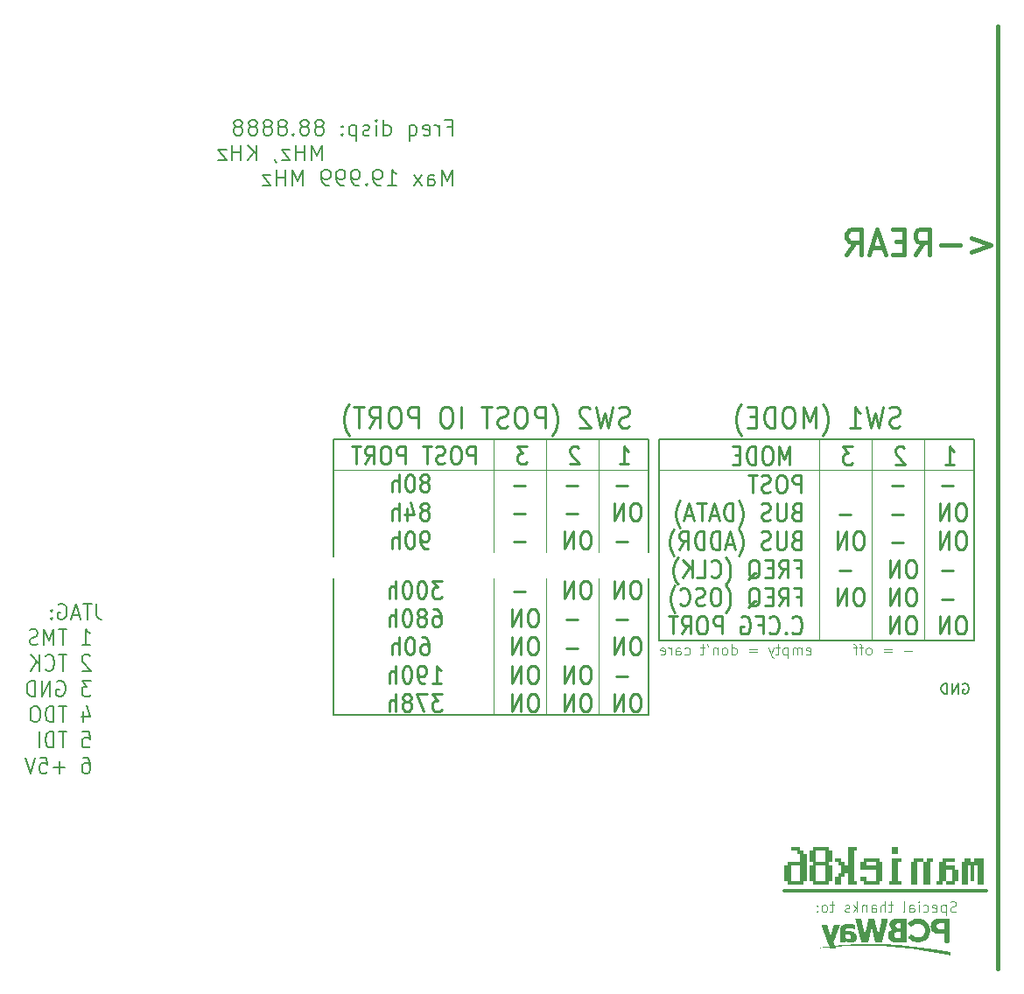
<source format=gbr>
%TF.GenerationSoftware,KiCad,Pcbnew,9.0.2+1*%
%TF.CreationDate,2025-06-30T02:26:09+02:00*%
%TF.ProjectId,isa_debug_card,6973615f-6465-4627-9567-5f636172642e,rev?*%
%TF.SameCoordinates,Original*%
%TF.FileFunction,Legend,Bot*%
%TF.FilePolarity,Positive*%
%FSLAX46Y46*%
G04 Gerber Fmt 4.6, Leading zero omitted, Abs format (unit mm)*
G04 Created by KiCad (PCBNEW 9.0.2+1) date 2025-06-30 02:26:09*
%MOMM*%
%LPD*%
G01*
G04 APERTURE LIST*
%ADD10C,0.100000*%
%ADD11C,0.150000*%
%ADD12C,0.400000*%
%ADD13C,0.300000*%
%ADD14C,0.220000*%
%ADD15C,0.187500*%
%ADD16C,0.200000*%
%ADD17C,0.250000*%
%ADD18C,0.000000*%
G04 APERTURE END LIST*
D10*
X189484000Y-83820000D02*
X189484000Y-103251000D01*
D11*
X137414000Y-95123000D02*
X137414000Y-83820000D01*
D10*
X163068000Y-94742000D02*
X163068000Y-83820000D01*
D11*
X137414000Y-110490000D02*
X137414000Y-97282000D01*
X168910000Y-103251000D02*
X168910000Y-83820000D01*
D10*
X184404000Y-103251000D02*
X184404000Y-83820000D01*
D11*
X137414000Y-83820000D02*
X167894000Y-83820000D01*
D10*
X157988000Y-97282000D02*
X157988000Y-110490000D01*
D11*
X199390000Y-83820000D02*
X199390000Y-103251000D01*
D10*
X199390000Y-86741000D02*
X168910000Y-86741000D01*
X152908000Y-110490000D02*
X152908000Y-97282000D01*
D11*
X168910000Y-83820000D02*
X199390000Y-83820000D01*
X168910000Y-103251000D02*
X199390000Y-103251000D01*
X167894000Y-97282000D02*
X167894000Y-110490000D01*
X167894000Y-83820000D02*
X167894000Y-94742000D01*
D12*
X201676000Y-43815000D02*
X201676000Y-135001000D01*
D11*
X137414000Y-110490000D02*
X167894000Y-110490000D01*
D10*
X163068000Y-110490000D02*
X163068000Y-97282000D01*
X194564000Y-103251000D02*
X194564000Y-83820000D01*
X157988000Y-83820000D02*
X157988000Y-94742000D01*
D13*
X200533000Y-127508000D02*
X180975000Y-127508000D01*
D10*
X167894000Y-86741000D02*
X137414000Y-86741000D01*
X152908000Y-94742000D02*
X152908000Y-83820000D01*
G36*
X200279000Y-126921000D02*
G01*
X200279000Y-124350295D01*
X199360891Y-124350295D01*
X199360891Y-124717538D01*
X199055966Y-124717538D01*
X199055966Y-124350295D01*
X198442782Y-124350295D01*
X198442782Y-124717538D01*
X198137857Y-124717538D01*
X198137857Y-126921000D01*
X198747707Y-126921000D01*
X198747707Y-125084782D01*
X199055966Y-125084782D01*
X199055966Y-126553756D01*
X199360891Y-126553756D01*
X199360891Y-125084782D01*
X199665816Y-125084782D01*
X199665816Y-126921000D01*
X200279000Y-126921000D01*
G37*
G36*
X197833445Y-126553756D02*
G01*
X197833445Y-125452025D01*
X197528520Y-125452025D01*
X197528520Y-125084782D01*
X196610411Y-125084782D01*
X196610411Y-124717538D01*
X197528520Y-124717538D01*
X197528520Y-124350295D01*
X196302152Y-124350295D01*
X196302152Y-124717538D01*
X195997227Y-124717538D01*
X195997227Y-126553756D01*
X195692302Y-126553756D01*
X195692302Y-126921000D01*
X196302152Y-126921000D01*
X196302152Y-126553756D01*
X196610411Y-126553756D01*
X196610411Y-125452025D01*
X197220261Y-125452025D01*
X197220261Y-126553756D01*
X196610411Y-126553756D01*
X196610411Y-126921000D01*
X197528520Y-126921000D01*
X197528520Y-126553756D01*
X197833445Y-126553756D01*
G37*
G36*
X195387890Y-124717538D02*
G01*
X195387890Y-124350295D01*
X194774706Y-124350295D01*
X194774706Y-124717538D01*
X194469781Y-124717538D01*
X194469781Y-126921000D01*
X195082965Y-126921000D01*
X195082965Y-124717538D01*
X195387890Y-124717538D01*
G37*
G36*
X194469781Y-124717538D02*
G01*
X194469781Y-124350295D01*
X193551672Y-124350295D01*
X193551672Y-124717538D01*
X193246747Y-124717538D01*
X193246747Y-126921000D01*
X193856597Y-126921000D01*
X193856597Y-124717538D01*
X194469781Y-124717538D01*
G37*
G36*
X192329151Y-126921000D02*
G01*
X192329151Y-126553756D01*
X192024226Y-126553756D01*
X192024226Y-124717538D01*
X192329151Y-124717538D01*
X192329151Y-124350295D01*
X191411042Y-124350295D01*
X191411042Y-126553756D01*
X191106117Y-126553756D01*
X191106117Y-126921000D01*
X192329151Y-126921000D01*
G37*
G36*
X192024226Y-123248564D02*
G01*
X191411042Y-123248564D01*
X191411042Y-123983051D01*
X192024226Y-123983051D01*
X192024226Y-123248564D01*
G37*
G36*
X190191855Y-124717538D02*
G01*
X190496780Y-124717538D01*
X190496780Y-126553756D01*
X190191855Y-126553756D01*
X190191855Y-126921000D01*
X188660563Y-126921000D01*
X188660563Y-126553756D01*
X188355638Y-126553756D01*
X188355638Y-126186512D01*
X188965488Y-126186512D01*
X188965488Y-126553756D01*
X189883596Y-126553756D01*
X189883596Y-125452025D01*
X188355638Y-125452025D01*
X188355638Y-125084782D01*
X188965488Y-125084782D01*
X189883596Y-125084782D01*
X189883596Y-124717538D01*
X188965488Y-124717538D01*
X188965488Y-125084782D01*
X188355638Y-125084782D01*
X188355638Y-124717538D01*
X188660563Y-124717538D01*
X188660563Y-124350295D01*
X190191855Y-124350295D01*
X190191855Y-124717538D01*
G37*
G36*
X188051226Y-126921000D02*
G01*
X188051226Y-126553756D01*
X187746301Y-126553756D01*
X187746301Y-123615808D01*
X188051226Y-123615808D01*
X188051226Y-123248564D01*
X187133117Y-123248564D01*
X187133117Y-125084782D01*
X186828192Y-125084782D01*
X186828192Y-124717538D01*
X186519933Y-124717538D01*
X186519933Y-124350295D01*
X185910083Y-124350295D01*
X185910083Y-124717538D01*
X186215008Y-124717538D01*
X186215008Y-125084782D01*
X186519933Y-125084782D01*
X186519933Y-125819269D01*
X186215008Y-125819269D01*
X186215008Y-126186512D01*
X185910083Y-126186512D01*
X185910083Y-126921000D01*
X186519933Y-126921000D01*
X186519933Y-126186512D01*
X186828192Y-126186512D01*
X186828192Y-125819269D01*
X187133117Y-125819269D01*
X187133117Y-126921000D01*
X188051226Y-126921000D01*
G37*
G36*
X185300746Y-123615808D02*
G01*
X185605671Y-123615808D01*
X185605671Y-124717538D01*
X185300746Y-124717538D01*
X185300746Y-125084782D01*
X185605671Y-125084782D01*
X185605671Y-126553756D01*
X185300746Y-126553756D01*
X185300746Y-126921000D01*
X183769453Y-126921000D01*
X183769453Y-126553756D01*
X184074378Y-126553756D01*
X184992487Y-126553756D01*
X184992487Y-125084782D01*
X184074378Y-125084782D01*
X184074378Y-126553756D01*
X183769453Y-126553756D01*
X183464528Y-126553756D01*
X183464528Y-125084782D01*
X183769453Y-125084782D01*
X183769453Y-124717538D01*
X184074378Y-124717538D01*
X184992487Y-124717538D01*
X184992487Y-123615808D01*
X184074378Y-123615808D01*
X184074378Y-124717538D01*
X183769453Y-124717538D01*
X183464528Y-124717538D01*
X183464528Y-123615808D01*
X183769453Y-123615808D01*
X183769453Y-123248564D01*
X185300746Y-123248564D01*
X185300746Y-123615808D01*
G37*
G36*
X182546932Y-123615808D02*
G01*
X182855191Y-123615808D01*
X182855191Y-123983051D01*
X183160116Y-123983051D01*
X183160116Y-126553756D01*
X182855191Y-126553756D01*
X182855191Y-126921000D01*
X181323898Y-126921000D01*
X181323898Y-126553756D01*
X181628823Y-126553756D01*
X182546932Y-126553756D01*
X182546932Y-125084782D01*
X181628823Y-125084782D01*
X181628823Y-126553756D01*
X181323898Y-126553756D01*
X181018973Y-126553756D01*
X181018973Y-125084782D01*
X181323898Y-125084782D01*
X181323898Y-124717538D01*
X182546932Y-124717538D01*
X182546932Y-123983051D01*
X182242007Y-123983051D01*
X182242007Y-123615808D01*
X181628823Y-123615808D01*
X181628823Y-123248564D01*
X182546932Y-123248564D01*
X182546932Y-123615808D01*
G37*
D14*
X196578549Y-86229083D02*
X197435692Y-86229083D01*
X197007121Y-86229083D02*
X197007121Y-84529083D01*
X197007121Y-84529083D02*
X197149978Y-84771940D01*
X197149978Y-84771940D02*
X197292835Y-84933845D01*
X197292835Y-84933845D02*
X197435692Y-85014797D01*
X197364264Y-88318369D02*
X196221407Y-88318369D01*
X198221406Y-90002893D02*
X197935692Y-90002893D01*
X197935692Y-90002893D02*
X197792835Y-90083845D01*
X197792835Y-90083845D02*
X197649978Y-90245750D01*
X197649978Y-90245750D02*
X197578549Y-90569560D01*
X197578549Y-90569560D02*
X197578549Y-91136226D01*
X197578549Y-91136226D02*
X197649978Y-91460036D01*
X197649978Y-91460036D02*
X197792835Y-91621941D01*
X197792835Y-91621941D02*
X197935692Y-91702893D01*
X197935692Y-91702893D02*
X198221406Y-91702893D01*
X198221406Y-91702893D02*
X198364264Y-91621941D01*
X198364264Y-91621941D02*
X198507121Y-91460036D01*
X198507121Y-91460036D02*
X198578549Y-91136226D01*
X198578549Y-91136226D02*
X198578549Y-90569560D01*
X198578549Y-90569560D02*
X198507121Y-90245750D01*
X198507121Y-90245750D02*
X198364264Y-90083845D01*
X198364264Y-90083845D02*
X198221406Y-90002893D01*
X196935692Y-91702893D02*
X196935692Y-90002893D01*
X196935692Y-90002893D02*
X196078549Y-91702893D01*
X196078549Y-91702893D02*
X196078549Y-90002893D01*
X198221406Y-92739798D02*
X197935692Y-92739798D01*
X197935692Y-92739798D02*
X197792835Y-92820750D01*
X197792835Y-92820750D02*
X197649978Y-92982655D01*
X197649978Y-92982655D02*
X197578549Y-93306465D01*
X197578549Y-93306465D02*
X197578549Y-93873131D01*
X197578549Y-93873131D02*
X197649978Y-94196941D01*
X197649978Y-94196941D02*
X197792835Y-94358846D01*
X197792835Y-94358846D02*
X197935692Y-94439798D01*
X197935692Y-94439798D02*
X198221406Y-94439798D01*
X198221406Y-94439798D02*
X198364264Y-94358846D01*
X198364264Y-94358846D02*
X198507121Y-94196941D01*
X198507121Y-94196941D02*
X198578549Y-93873131D01*
X198578549Y-93873131D02*
X198578549Y-93306465D01*
X198578549Y-93306465D02*
X198507121Y-92982655D01*
X198507121Y-92982655D02*
X198364264Y-92820750D01*
X198364264Y-92820750D02*
X198221406Y-92739798D01*
X196935692Y-94439798D02*
X196935692Y-92739798D01*
X196935692Y-92739798D02*
X196078549Y-94439798D01*
X196078549Y-94439798D02*
X196078549Y-92739798D01*
X197364264Y-96529084D02*
X196221407Y-96529084D01*
X197364264Y-99265989D02*
X196221407Y-99265989D01*
X198221406Y-100950513D02*
X197935692Y-100950513D01*
X197935692Y-100950513D02*
X197792835Y-101031465D01*
X197792835Y-101031465D02*
X197649978Y-101193370D01*
X197649978Y-101193370D02*
X197578549Y-101517180D01*
X197578549Y-101517180D02*
X197578549Y-102083846D01*
X197578549Y-102083846D02*
X197649978Y-102407656D01*
X197649978Y-102407656D02*
X197792835Y-102569561D01*
X197792835Y-102569561D02*
X197935692Y-102650513D01*
X197935692Y-102650513D02*
X198221406Y-102650513D01*
X198221406Y-102650513D02*
X198364264Y-102569561D01*
X198364264Y-102569561D02*
X198507121Y-102407656D01*
X198507121Y-102407656D02*
X198578549Y-102083846D01*
X198578549Y-102083846D02*
X198578549Y-101517180D01*
X198578549Y-101517180D02*
X198507121Y-101193370D01*
X198507121Y-101193370D02*
X198364264Y-101031465D01*
X198364264Y-101031465D02*
X198221406Y-100950513D01*
X196935692Y-102650513D02*
X196935692Y-100950513D01*
X196935692Y-100950513D02*
X196078549Y-102650513D01*
X196078549Y-102650513D02*
X196078549Y-100950513D01*
X192609692Y-84690988D02*
X192538264Y-84610035D01*
X192538264Y-84610035D02*
X192395407Y-84529083D01*
X192395407Y-84529083D02*
X192038264Y-84529083D01*
X192038264Y-84529083D02*
X191895407Y-84610035D01*
X191895407Y-84610035D02*
X191823978Y-84690988D01*
X191823978Y-84690988D02*
X191752549Y-84852892D01*
X191752549Y-84852892D02*
X191752549Y-85014797D01*
X191752549Y-85014797D02*
X191823978Y-85257654D01*
X191823978Y-85257654D02*
X192681121Y-86229083D01*
X192681121Y-86229083D02*
X191752549Y-86229083D01*
X192538264Y-88318369D02*
X191395407Y-88318369D01*
X192538264Y-91055274D02*
X191395407Y-91055274D01*
X192538264Y-93792179D02*
X191395407Y-93792179D01*
X193395406Y-95476703D02*
X193109692Y-95476703D01*
X193109692Y-95476703D02*
X192966835Y-95557655D01*
X192966835Y-95557655D02*
X192823978Y-95719560D01*
X192823978Y-95719560D02*
X192752549Y-96043370D01*
X192752549Y-96043370D02*
X192752549Y-96610036D01*
X192752549Y-96610036D02*
X192823978Y-96933846D01*
X192823978Y-96933846D02*
X192966835Y-97095751D01*
X192966835Y-97095751D02*
X193109692Y-97176703D01*
X193109692Y-97176703D02*
X193395406Y-97176703D01*
X193395406Y-97176703D02*
X193538264Y-97095751D01*
X193538264Y-97095751D02*
X193681121Y-96933846D01*
X193681121Y-96933846D02*
X193752549Y-96610036D01*
X193752549Y-96610036D02*
X193752549Y-96043370D01*
X193752549Y-96043370D02*
X193681121Y-95719560D01*
X193681121Y-95719560D02*
X193538264Y-95557655D01*
X193538264Y-95557655D02*
X193395406Y-95476703D01*
X192109692Y-97176703D02*
X192109692Y-95476703D01*
X192109692Y-95476703D02*
X191252549Y-97176703D01*
X191252549Y-97176703D02*
X191252549Y-95476703D01*
X193395406Y-98213608D02*
X193109692Y-98213608D01*
X193109692Y-98213608D02*
X192966835Y-98294560D01*
X192966835Y-98294560D02*
X192823978Y-98456465D01*
X192823978Y-98456465D02*
X192752549Y-98780275D01*
X192752549Y-98780275D02*
X192752549Y-99346941D01*
X192752549Y-99346941D02*
X192823978Y-99670751D01*
X192823978Y-99670751D02*
X192966835Y-99832656D01*
X192966835Y-99832656D02*
X193109692Y-99913608D01*
X193109692Y-99913608D02*
X193395406Y-99913608D01*
X193395406Y-99913608D02*
X193538264Y-99832656D01*
X193538264Y-99832656D02*
X193681121Y-99670751D01*
X193681121Y-99670751D02*
X193752549Y-99346941D01*
X193752549Y-99346941D02*
X193752549Y-98780275D01*
X193752549Y-98780275D02*
X193681121Y-98456465D01*
X193681121Y-98456465D02*
X193538264Y-98294560D01*
X193538264Y-98294560D02*
X193395406Y-98213608D01*
X192109692Y-99913608D02*
X192109692Y-98213608D01*
X192109692Y-98213608D02*
X191252549Y-99913608D01*
X191252549Y-99913608D02*
X191252549Y-98213608D01*
X193395406Y-100950513D02*
X193109692Y-100950513D01*
X193109692Y-100950513D02*
X192966835Y-101031465D01*
X192966835Y-101031465D02*
X192823978Y-101193370D01*
X192823978Y-101193370D02*
X192752549Y-101517180D01*
X192752549Y-101517180D02*
X192752549Y-102083846D01*
X192752549Y-102083846D02*
X192823978Y-102407656D01*
X192823978Y-102407656D02*
X192966835Y-102569561D01*
X192966835Y-102569561D02*
X193109692Y-102650513D01*
X193109692Y-102650513D02*
X193395406Y-102650513D01*
X193395406Y-102650513D02*
X193538264Y-102569561D01*
X193538264Y-102569561D02*
X193681121Y-102407656D01*
X193681121Y-102407656D02*
X193752549Y-102083846D01*
X193752549Y-102083846D02*
X193752549Y-101517180D01*
X193752549Y-101517180D02*
X193681121Y-101193370D01*
X193681121Y-101193370D02*
X193538264Y-101031465D01*
X193538264Y-101031465D02*
X193395406Y-100950513D01*
X192109692Y-102650513D02*
X192109692Y-100950513D01*
X192109692Y-100950513D02*
X191252549Y-102650513D01*
X191252549Y-102650513D02*
X191252549Y-100950513D01*
X155962264Y-98548274D02*
X154819407Y-98548274D01*
X156819406Y-100232798D02*
X156533692Y-100232798D01*
X156533692Y-100232798D02*
X156390835Y-100313750D01*
X156390835Y-100313750D02*
X156247978Y-100475655D01*
X156247978Y-100475655D02*
X156176549Y-100799465D01*
X156176549Y-100799465D02*
X156176549Y-101366131D01*
X156176549Y-101366131D02*
X156247978Y-101689941D01*
X156247978Y-101689941D02*
X156390835Y-101851846D01*
X156390835Y-101851846D02*
X156533692Y-101932798D01*
X156533692Y-101932798D02*
X156819406Y-101932798D01*
X156819406Y-101932798D02*
X156962264Y-101851846D01*
X156962264Y-101851846D02*
X157105121Y-101689941D01*
X157105121Y-101689941D02*
X157176549Y-101366131D01*
X157176549Y-101366131D02*
X157176549Y-100799465D01*
X157176549Y-100799465D02*
X157105121Y-100475655D01*
X157105121Y-100475655D02*
X156962264Y-100313750D01*
X156962264Y-100313750D02*
X156819406Y-100232798D01*
X155533692Y-101932798D02*
X155533692Y-100232798D01*
X155533692Y-100232798D02*
X154676549Y-101932798D01*
X154676549Y-101932798D02*
X154676549Y-100232798D01*
X156819406Y-102969703D02*
X156533692Y-102969703D01*
X156533692Y-102969703D02*
X156390835Y-103050655D01*
X156390835Y-103050655D02*
X156247978Y-103212560D01*
X156247978Y-103212560D02*
X156176549Y-103536370D01*
X156176549Y-103536370D02*
X156176549Y-104103036D01*
X156176549Y-104103036D02*
X156247978Y-104426846D01*
X156247978Y-104426846D02*
X156390835Y-104588751D01*
X156390835Y-104588751D02*
X156533692Y-104669703D01*
X156533692Y-104669703D02*
X156819406Y-104669703D01*
X156819406Y-104669703D02*
X156962264Y-104588751D01*
X156962264Y-104588751D02*
X157105121Y-104426846D01*
X157105121Y-104426846D02*
X157176549Y-104103036D01*
X157176549Y-104103036D02*
X157176549Y-103536370D01*
X157176549Y-103536370D02*
X157105121Y-103212560D01*
X157105121Y-103212560D02*
X156962264Y-103050655D01*
X156962264Y-103050655D02*
X156819406Y-102969703D01*
X155533692Y-104669703D02*
X155533692Y-102969703D01*
X155533692Y-102969703D02*
X154676549Y-104669703D01*
X154676549Y-104669703D02*
X154676549Y-102969703D01*
X156819406Y-105706608D02*
X156533692Y-105706608D01*
X156533692Y-105706608D02*
X156390835Y-105787560D01*
X156390835Y-105787560D02*
X156247978Y-105949465D01*
X156247978Y-105949465D02*
X156176549Y-106273275D01*
X156176549Y-106273275D02*
X156176549Y-106839941D01*
X156176549Y-106839941D02*
X156247978Y-107163751D01*
X156247978Y-107163751D02*
X156390835Y-107325656D01*
X156390835Y-107325656D02*
X156533692Y-107406608D01*
X156533692Y-107406608D02*
X156819406Y-107406608D01*
X156819406Y-107406608D02*
X156962264Y-107325656D01*
X156962264Y-107325656D02*
X157105121Y-107163751D01*
X157105121Y-107163751D02*
X157176549Y-106839941D01*
X157176549Y-106839941D02*
X157176549Y-106273275D01*
X157176549Y-106273275D02*
X157105121Y-105949465D01*
X157105121Y-105949465D02*
X156962264Y-105787560D01*
X156962264Y-105787560D02*
X156819406Y-105706608D01*
X155533692Y-107406608D02*
X155533692Y-105706608D01*
X155533692Y-105706608D02*
X154676549Y-107406608D01*
X154676549Y-107406608D02*
X154676549Y-105706608D01*
X156819406Y-108443513D02*
X156533692Y-108443513D01*
X156533692Y-108443513D02*
X156390835Y-108524465D01*
X156390835Y-108524465D02*
X156247978Y-108686370D01*
X156247978Y-108686370D02*
X156176549Y-109010180D01*
X156176549Y-109010180D02*
X156176549Y-109576846D01*
X156176549Y-109576846D02*
X156247978Y-109900656D01*
X156247978Y-109900656D02*
X156390835Y-110062561D01*
X156390835Y-110062561D02*
X156533692Y-110143513D01*
X156533692Y-110143513D02*
X156819406Y-110143513D01*
X156819406Y-110143513D02*
X156962264Y-110062561D01*
X156962264Y-110062561D02*
X157105121Y-109900656D01*
X157105121Y-109900656D02*
X157176549Y-109576846D01*
X157176549Y-109576846D02*
X157176549Y-109010180D01*
X157176549Y-109010180D02*
X157105121Y-108686370D01*
X157105121Y-108686370D02*
X156962264Y-108524465D01*
X156962264Y-108524465D02*
X156819406Y-108443513D01*
X155533692Y-110143513D02*
X155533692Y-108443513D01*
X155533692Y-108443513D02*
X154676549Y-110143513D01*
X154676549Y-110143513D02*
X154676549Y-108443513D01*
D10*
X193371115Y-104266466D02*
X192609211Y-104266466D01*
X191371115Y-104123609D02*
X190609211Y-104123609D01*
X190609211Y-104409323D02*
X191371115Y-104409323D01*
X189228258Y-104647419D02*
X189323496Y-104599800D01*
X189323496Y-104599800D02*
X189371115Y-104552180D01*
X189371115Y-104552180D02*
X189418734Y-104456942D01*
X189418734Y-104456942D02*
X189418734Y-104171228D01*
X189418734Y-104171228D02*
X189371115Y-104075990D01*
X189371115Y-104075990D02*
X189323496Y-104028371D01*
X189323496Y-104028371D02*
X189228258Y-103980752D01*
X189228258Y-103980752D02*
X189085401Y-103980752D01*
X189085401Y-103980752D02*
X188990163Y-104028371D01*
X188990163Y-104028371D02*
X188942544Y-104075990D01*
X188942544Y-104075990D02*
X188894925Y-104171228D01*
X188894925Y-104171228D02*
X188894925Y-104456942D01*
X188894925Y-104456942D02*
X188942544Y-104552180D01*
X188942544Y-104552180D02*
X188990163Y-104599800D01*
X188990163Y-104599800D02*
X189085401Y-104647419D01*
X189085401Y-104647419D02*
X189228258Y-104647419D01*
X188609210Y-103980752D02*
X188228258Y-103980752D01*
X188466353Y-104647419D02*
X188466353Y-103790276D01*
X188466353Y-103790276D02*
X188418734Y-103695038D01*
X188418734Y-103695038D02*
X188323496Y-103647419D01*
X188323496Y-103647419D02*
X188228258Y-103647419D01*
X188037781Y-103980752D02*
X187656829Y-103980752D01*
X187894924Y-104647419D02*
X187894924Y-103790276D01*
X187894924Y-103790276D02*
X187847305Y-103695038D01*
X187847305Y-103695038D02*
X187752067Y-103647419D01*
X187752067Y-103647419D02*
X187656829Y-103647419D01*
X183133018Y-104599800D02*
X183228256Y-104647419D01*
X183228256Y-104647419D02*
X183418732Y-104647419D01*
X183418732Y-104647419D02*
X183513970Y-104599800D01*
X183513970Y-104599800D02*
X183561589Y-104504561D01*
X183561589Y-104504561D02*
X183561589Y-104123609D01*
X183561589Y-104123609D02*
X183513970Y-104028371D01*
X183513970Y-104028371D02*
X183418732Y-103980752D01*
X183418732Y-103980752D02*
X183228256Y-103980752D01*
X183228256Y-103980752D02*
X183133018Y-104028371D01*
X183133018Y-104028371D02*
X183085399Y-104123609D01*
X183085399Y-104123609D02*
X183085399Y-104218847D01*
X183085399Y-104218847D02*
X183561589Y-104314085D01*
X182656827Y-104647419D02*
X182656827Y-103980752D01*
X182656827Y-104075990D02*
X182609208Y-104028371D01*
X182609208Y-104028371D02*
X182513970Y-103980752D01*
X182513970Y-103980752D02*
X182371113Y-103980752D01*
X182371113Y-103980752D02*
X182275875Y-104028371D01*
X182275875Y-104028371D02*
X182228256Y-104123609D01*
X182228256Y-104123609D02*
X182228256Y-104647419D01*
X182228256Y-104123609D02*
X182180637Y-104028371D01*
X182180637Y-104028371D02*
X182085399Y-103980752D01*
X182085399Y-103980752D02*
X181942542Y-103980752D01*
X181942542Y-103980752D02*
X181847303Y-104028371D01*
X181847303Y-104028371D02*
X181799684Y-104123609D01*
X181799684Y-104123609D02*
X181799684Y-104647419D01*
X181323494Y-103980752D02*
X181323494Y-104980752D01*
X181323494Y-104028371D02*
X181228256Y-103980752D01*
X181228256Y-103980752D02*
X181037780Y-103980752D01*
X181037780Y-103980752D02*
X180942542Y-104028371D01*
X180942542Y-104028371D02*
X180894923Y-104075990D01*
X180894923Y-104075990D02*
X180847304Y-104171228D01*
X180847304Y-104171228D02*
X180847304Y-104456942D01*
X180847304Y-104456942D02*
X180894923Y-104552180D01*
X180894923Y-104552180D02*
X180942542Y-104599800D01*
X180942542Y-104599800D02*
X181037780Y-104647419D01*
X181037780Y-104647419D02*
X181228256Y-104647419D01*
X181228256Y-104647419D02*
X181323494Y-104599800D01*
X180561589Y-103980752D02*
X180180637Y-103980752D01*
X180418732Y-103647419D02*
X180418732Y-104504561D01*
X180418732Y-104504561D02*
X180371113Y-104599800D01*
X180371113Y-104599800D02*
X180275875Y-104647419D01*
X180275875Y-104647419D02*
X180180637Y-104647419D01*
X179942541Y-103980752D02*
X179704446Y-104647419D01*
X179466351Y-103980752D02*
X179704446Y-104647419D01*
X179704446Y-104647419D02*
X179799684Y-104885514D01*
X179799684Y-104885514D02*
X179847303Y-104933133D01*
X179847303Y-104933133D02*
X179942541Y-104980752D01*
X178323493Y-104123609D02*
X177561589Y-104123609D01*
X177561589Y-104409323D02*
X178323493Y-104409323D01*
X175894922Y-104647419D02*
X175894922Y-103647419D01*
X175894922Y-104599800D02*
X175990160Y-104647419D01*
X175990160Y-104647419D02*
X176180636Y-104647419D01*
X176180636Y-104647419D02*
X176275874Y-104599800D01*
X176275874Y-104599800D02*
X176323493Y-104552180D01*
X176323493Y-104552180D02*
X176371112Y-104456942D01*
X176371112Y-104456942D02*
X176371112Y-104171228D01*
X176371112Y-104171228D02*
X176323493Y-104075990D01*
X176323493Y-104075990D02*
X176275874Y-104028371D01*
X176275874Y-104028371D02*
X176180636Y-103980752D01*
X176180636Y-103980752D02*
X175990160Y-103980752D01*
X175990160Y-103980752D02*
X175894922Y-104028371D01*
X175275874Y-104647419D02*
X175371112Y-104599800D01*
X175371112Y-104599800D02*
X175418731Y-104552180D01*
X175418731Y-104552180D02*
X175466350Y-104456942D01*
X175466350Y-104456942D02*
X175466350Y-104171228D01*
X175466350Y-104171228D02*
X175418731Y-104075990D01*
X175418731Y-104075990D02*
X175371112Y-104028371D01*
X175371112Y-104028371D02*
X175275874Y-103980752D01*
X175275874Y-103980752D02*
X175133017Y-103980752D01*
X175133017Y-103980752D02*
X175037779Y-104028371D01*
X175037779Y-104028371D02*
X174990160Y-104075990D01*
X174990160Y-104075990D02*
X174942541Y-104171228D01*
X174942541Y-104171228D02*
X174942541Y-104456942D01*
X174942541Y-104456942D02*
X174990160Y-104552180D01*
X174990160Y-104552180D02*
X175037779Y-104599800D01*
X175037779Y-104599800D02*
X175133017Y-104647419D01*
X175133017Y-104647419D02*
X175275874Y-104647419D01*
X174513969Y-103980752D02*
X174513969Y-104647419D01*
X174513969Y-104075990D02*
X174466350Y-104028371D01*
X174466350Y-104028371D02*
X174371112Y-103980752D01*
X174371112Y-103980752D02*
X174228255Y-103980752D01*
X174228255Y-103980752D02*
X174133017Y-104028371D01*
X174133017Y-104028371D02*
X174085398Y-104123609D01*
X174085398Y-104123609D02*
X174085398Y-104647419D01*
X173561588Y-103647419D02*
X173656826Y-103837895D01*
X173275874Y-103980752D02*
X172894922Y-103980752D01*
X173133017Y-103647419D02*
X173133017Y-104504561D01*
X173133017Y-104504561D02*
X173085398Y-104599800D01*
X173085398Y-104599800D02*
X172990160Y-104647419D01*
X172990160Y-104647419D02*
X172894922Y-104647419D01*
X171371112Y-104599800D02*
X171466350Y-104647419D01*
X171466350Y-104647419D02*
X171656826Y-104647419D01*
X171656826Y-104647419D02*
X171752064Y-104599800D01*
X171752064Y-104599800D02*
X171799683Y-104552180D01*
X171799683Y-104552180D02*
X171847302Y-104456942D01*
X171847302Y-104456942D02*
X171847302Y-104171228D01*
X171847302Y-104171228D02*
X171799683Y-104075990D01*
X171799683Y-104075990D02*
X171752064Y-104028371D01*
X171752064Y-104028371D02*
X171656826Y-103980752D01*
X171656826Y-103980752D02*
X171466350Y-103980752D01*
X171466350Y-103980752D02*
X171371112Y-104028371D01*
X170513969Y-104647419D02*
X170513969Y-104123609D01*
X170513969Y-104123609D02*
X170561588Y-104028371D01*
X170561588Y-104028371D02*
X170656826Y-103980752D01*
X170656826Y-103980752D02*
X170847302Y-103980752D01*
X170847302Y-103980752D02*
X170942540Y-104028371D01*
X170513969Y-104599800D02*
X170609207Y-104647419D01*
X170609207Y-104647419D02*
X170847302Y-104647419D01*
X170847302Y-104647419D02*
X170942540Y-104599800D01*
X170942540Y-104599800D02*
X170990159Y-104504561D01*
X170990159Y-104504561D02*
X170990159Y-104409323D01*
X170990159Y-104409323D02*
X170942540Y-104314085D01*
X170942540Y-104314085D02*
X170847302Y-104266466D01*
X170847302Y-104266466D02*
X170609207Y-104266466D01*
X170609207Y-104266466D02*
X170513969Y-104218847D01*
X170037778Y-104647419D02*
X170037778Y-103980752D01*
X170037778Y-104171228D02*
X169990159Y-104075990D01*
X169990159Y-104075990D02*
X169942540Y-104028371D01*
X169942540Y-104028371D02*
X169847302Y-103980752D01*
X169847302Y-103980752D02*
X169752064Y-103980752D01*
X169037778Y-104599800D02*
X169133016Y-104647419D01*
X169133016Y-104647419D02*
X169323492Y-104647419D01*
X169323492Y-104647419D02*
X169418730Y-104599800D01*
X169418730Y-104599800D02*
X169466349Y-104504561D01*
X169466349Y-104504561D02*
X169466349Y-104123609D01*
X169466349Y-104123609D02*
X169418730Y-104028371D01*
X169418730Y-104028371D02*
X169323492Y-103980752D01*
X169323492Y-103980752D02*
X169133016Y-103980752D01*
X169133016Y-103980752D02*
X169037778Y-104028371D01*
X169037778Y-104028371D02*
X168990159Y-104123609D01*
X168990159Y-104123609D02*
X168990159Y-104218847D01*
X168990159Y-104218847D02*
X169466349Y-104314085D01*
D15*
X148371502Y-53627132D02*
X148871502Y-53627132D01*
X148871502Y-54412846D02*
X148871502Y-52912846D01*
X148871502Y-52912846D02*
X148157216Y-52912846D01*
X147585788Y-54412846D02*
X147585788Y-53412846D01*
X147585788Y-53698560D02*
X147514359Y-53555703D01*
X147514359Y-53555703D02*
X147442931Y-53484275D01*
X147442931Y-53484275D02*
X147300073Y-53412846D01*
X147300073Y-53412846D02*
X147157216Y-53412846D01*
X146085788Y-54341418D02*
X146228645Y-54412846D01*
X146228645Y-54412846D02*
X146514360Y-54412846D01*
X146514360Y-54412846D02*
X146657217Y-54341418D01*
X146657217Y-54341418D02*
X146728645Y-54198560D01*
X146728645Y-54198560D02*
X146728645Y-53627132D01*
X146728645Y-53627132D02*
X146657217Y-53484275D01*
X146657217Y-53484275D02*
X146514360Y-53412846D01*
X146514360Y-53412846D02*
X146228645Y-53412846D01*
X146228645Y-53412846D02*
X146085788Y-53484275D01*
X146085788Y-53484275D02*
X146014360Y-53627132D01*
X146014360Y-53627132D02*
X146014360Y-53769989D01*
X146014360Y-53769989D02*
X146728645Y-53912846D01*
X144728646Y-53412846D02*
X144728646Y-54912846D01*
X144728646Y-54341418D02*
X144871503Y-54412846D01*
X144871503Y-54412846D02*
X145157217Y-54412846D01*
X145157217Y-54412846D02*
X145300074Y-54341418D01*
X145300074Y-54341418D02*
X145371503Y-54269989D01*
X145371503Y-54269989D02*
X145442931Y-54127132D01*
X145442931Y-54127132D02*
X145442931Y-53698560D01*
X145442931Y-53698560D02*
X145371503Y-53555703D01*
X145371503Y-53555703D02*
X145300074Y-53484275D01*
X145300074Y-53484275D02*
X145157217Y-53412846D01*
X145157217Y-53412846D02*
X144871503Y-53412846D01*
X144871503Y-53412846D02*
X144728646Y-53484275D01*
X142228646Y-54412846D02*
X142228646Y-52912846D01*
X142228646Y-54341418D02*
X142371503Y-54412846D01*
X142371503Y-54412846D02*
X142657217Y-54412846D01*
X142657217Y-54412846D02*
X142800074Y-54341418D01*
X142800074Y-54341418D02*
X142871503Y-54269989D01*
X142871503Y-54269989D02*
X142942931Y-54127132D01*
X142942931Y-54127132D02*
X142942931Y-53698560D01*
X142942931Y-53698560D02*
X142871503Y-53555703D01*
X142871503Y-53555703D02*
X142800074Y-53484275D01*
X142800074Y-53484275D02*
X142657217Y-53412846D01*
X142657217Y-53412846D02*
X142371503Y-53412846D01*
X142371503Y-53412846D02*
X142228646Y-53484275D01*
X141514360Y-54412846D02*
X141514360Y-53412846D01*
X141514360Y-52912846D02*
X141585788Y-52984275D01*
X141585788Y-52984275D02*
X141514360Y-53055703D01*
X141514360Y-53055703D02*
X141442931Y-52984275D01*
X141442931Y-52984275D02*
X141514360Y-52912846D01*
X141514360Y-52912846D02*
X141514360Y-53055703D01*
X140871502Y-54341418D02*
X140728645Y-54412846D01*
X140728645Y-54412846D02*
X140442931Y-54412846D01*
X140442931Y-54412846D02*
X140300074Y-54341418D01*
X140300074Y-54341418D02*
X140228645Y-54198560D01*
X140228645Y-54198560D02*
X140228645Y-54127132D01*
X140228645Y-54127132D02*
X140300074Y-53984275D01*
X140300074Y-53984275D02*
X140442931Y-53912846D01*
X140442931Y-53912846D02*
X140657217Y-53912846D01*
X140657217Y-53912846D02*
X140800074Y-53841418D01*
X140800074Y-53841418D02*
X140871502Y-53698560D01*
X140871502Y-53698560D02*
X140871502Y-53627132D01*
X140871502Y-53627132D02*
X140800074Y-53484275D01*
X140800074Y-53484275D02*
X140657217Y-53412846D01*
X140657217Y-53412846D02*
X140442931Y-53412846D01*
X140442931Y-53412846D02*
X140300074Y-53484275D01*
X139585788Y-53412846D02*
X139585788Y-54912846D01*
X139585788Y-53484275D02*
X139442931Y-53412846D01*
X139442931Y-53412846D02*
X139157216Y-53412846D01*
X139157216Y-53412846D02*
X139014359Y-53484275D01*
X139014359Y-53484275D02*
X138942931Y-53555703D01*
X138942931Y-53555703D02*
X138871502Y-53698560D01*
X138871502Y-53698560D02*
X138871502Y-54127132D01*
X138871502Y-54127132D02*
X138942931Y-54269989D01*
X138942931Y-54269989D02*
X139014359Y-54341418D01*
X139014359Y-54341418D02*
X139157216Y-54412846D01*
X139157216Y-54412846D02*
X139442931Y-54412846D01*
X139442931Y-54412846D02*
X139585788Y-54341418D01*
X138228645Y-54269989D02*
X138157216Y-54341418D01*
X138157216Y-54341418D02*
X138228645Y-54412846D01*
X138228645Y-54412846D02*
X138300073Y-54341418D01*
X138300073Y-54341418D02*
X138228645Y-54269989D01*
X138228645Y-54269989D02*
X138228645Y-54412846D01*
X138228645Y-53484275D02*
X138157216Y-53555703D01*
X138157216Y-53555703D02*
X138228645Y-53627132D01*
X138228645Y-53627132D02*
X138300073Y-53555703D01*
X138300073Y-53555703D02*
X138228645Y-53484275D01*
X138228645Y-53484275D02*
X138228645Y-53627132D01*
X136157216Y-53555703D02*
X136300073Y-53484275D01*
X136300073Y-53484275D02*
X136371502Y-53412846D01*
X136371502Y-53412846D02*
X136442930Y-53269989D01*
X136442930Y-53269989D02*
X136442930Y-53198560D01*
X136442930Y-53198560D02*
X136371502Y-53055703D01*
X136371502Y-53055703D02*
X136300073Y-52984275D01*
X136300073Y-52984275D02*
X136157216Y-52912846D01*
X136157216Y-52912846D02*
X135871502Y-52912846D01*
X135871502Y-52912846D02*
X135728645Y-52984275D01*
X135728645Y-52984275D02*
X135657216Y-53055703D01*
X135657216Y-53055703D02*
X135585787Y-53198560D01*
X135585787Y-53198560D02*
X135585787Y-53269989D01*
X135585787Y-53269989D02*
X135657216Y-53412846D01*
X135657216Y-53412846D02*
X135728645Y-53484275D01*
X135728645Y-53484275D02*
X135871502Y-53555703D01*
X135871502Y-53555703D02*
X136157216Y-53555703D01*
X136157216Y-53555703D02*
X136300073Y-53627132D01*
X136300073Y-53627132D02*
X136371502Y-53698560D01*
X136371502Y-53698560D02*
X136442930Y-53841418D01*
X136442930Y-53841418D02*
X136442930Y-54127132D01*
X136442930Y-54127132D02*
X136371502Y-54269989D01*
X136371502Y-54269989D02*
X136300073Y-54341418D01*
X136300073Y-54341418D02*
X136157216Y-54412846D01*
X136157216Y-54412846D02*
X135871502Y-54412846D01*
X135871502Y-54412846D02*
X135728645Y-54341418D01*
X135728645Y-54341418D02*
X135657216Y-54269989D01*
X135657216Y-54269989D02*
X135585787Y-54127132D01*
X135585787Y-54127132D02*
X135585787Y-53841418D01*
X135585787Y-53841418D02*
X135657216Y-53698560D01*
X135657216Y-53698560D02*
X135728645Y-53627132D01*
X135728645Y-53627132D02*
X135871502Y-53555703D01*
X134728645Y-53555703D02*
X134871502Y-53484275D01*
X134871502Y-53484275D02*
X134942931Y-53412846D01*
X134942931Y-53412846D02*
X135014359Y-53269989D01*
X135014359Y-53269989D02*
X135014359Y-53198560D01*
X135014359Y-53198560D02*
X134942931Y-53055703D01*
X134942931Y-53055703D02*
X134871502Y-52984275D01*
X134871502Y-52984275D02*
X134728645Y-52912846D01*
X134728645Y-52912846D02*
X134442931Y-52912846D01*
X134442931Y-52912846D02*
X134300074Y-52984275D01*
X134300074Y-52984275D02*
X134228645Y-53055703D01*
X134228645Y-53055703D02*
X134157216Y-53198560D01*
X134157216Y-53198560D02*
X134157216Y-53269989D01*
X134157216Y-53269989D02*
X134228645Y-53412846D01*
X134228645Y-53412846D02*
X134300074Y-53484275D01*
X134300074Y-53484275D02*
X134442931Y-53555703D01*
X134442931Y-53555703D02*
X134728645Y-53555703D01*
X134728645Y-53555703D02*
X134871502Y-53627132D01*
X134871502Y-53627132D02*
X134942931Y-53698560D01*
X134942931Y-53698560D02*
X135014359Y-53841418D01*
X135014359Y-53841418D02*
X135014359Y-54127132D01*
X135014359Y-54127132D02*
X134942931Y-54269989D01*
X134942931Y-54269989D02*
X134871502Y-54341418D01*
X134871502Y-54341418D02*
X134728645Y-54412846D01*
X134728645Y-54412846D02*
X134442931Y-54412846D01*
X134442931Y-54412846D02*
X134300074Y-54341418D01*
X134300074Y-54341418D02*
X134228645Y-54269989D01*
X134228645Y-54269989D02*
X134157216Y-54127132D01*
X134157216Y-54127132D02*
X134157216Y-53841418D01*
X134157216Y-53841418D02*
X134228645Y-53698560D01*
X134228645Y-53698560D02*
X134300074Y-53627132D01*
X134300074Y-53627132D02*
X134442931Y-53555703D01*
X133514360Y-54269989D02*
X133442931Y-54341418D01*
X133442931Y-54341418D02*
X133514360Y-54412846D01*
X133514360Y-54412846D02*
X133585788Y-54341418D01*
X133585788Y-54341418D02*
X133514360Y-54269989D01*
X133514360Y-54269989D02*
X133514360Y-54412846D01*
X132585788Y-53555703D02*
X132728645Y-53484275D01*
X132728645Y-53484275D02*
X132800074Y-53412846D01*
X132800074Y-53412846D02*
X132871502Y-53269989D01*
X132871502Y-53269989D02*
X132871502Y-53198560D01*
X132871502Y-53198560D02*
X132800074Y-53055703D01*
X132800074Y-53055703D02*
X132728645Y-52984275D01*
X132728645Y-52984275D02*
X132585788Y-52912846D01*
X132585788Y-52912846D02*
X132300074Y-52912846D01*
X132300074Y-52912846D02*
X132157217Y-52984275D01*
X132157217Y-52984275D02*
X132085788Y-53055703D01*
X132085788Y-53055703D02*
X132014359Y-53198560D01*
X132014359Y-53198560D02*
X132014359Y-53269989D01*
X132014359Y-53269989D02*
X132085788Y-53412846D01*
X132085788Y-53412846D02*
X132157217Y-53484275D01*
X132157217Y-53484275D02*
X132300074Y-53555703D01*
X132300074Y-53555703D02*
X132585788Y-53555703D01*
X132585788Y-53555703D02*
X132728645Y-53627132D01*
X132728645Y-53627132D02*
X132800074Y-53698560D01*
X132800074Y-53698560D02*
X132871502Y-53841418D01*
X132871502Y-53841418D02*
X132871502Y-54127132D01*
X132871502Y-54127132D02*
X132800074Y-54269989D01*
X132800074Y-54269989D02*
X132728645Y-54341418D01*
X132728645Y-54341418D02*
X132585788Y-54412846D01*
X132585788Y-54412846D02*
X132300074Y-54412846D01*
X132300074Y-54412846D02*
X132157217Y-54341418D01*
X132157217Y-54341418D02*
X132085788Y-54269989D01*
X132085788Y-54269989D02*
X132014359Y-54127132D01*
X132014359Y-54127132D02*
X132014359Y-53841418D01*
X132014359Y-53841418D02*
X132085788Y-53698560D01*
X132085788Y-53698560D02*
X132157217Y-53627132D01*
X132157217Y-53627132D02*
X132300074Y-53555703D01*
X131157217Y-53555703D02*
X131300074Y-53484275D01*
X131300074Y-53484275D02*
X131371503Y-53412846D01*
X131371503Y-53412846D02*
X131442931Y-53269989D01*
X131442931Y-53269989D02*
X131442931Y-53198560D01*
X131442931Y-53198560D02*
X131371503Y-53055703D01*
X131371503Y-53055703D02*
X131300074Y-52984275D01*
X131300074Y-52984275D02*
X131157217Y-52912846D01*
X131157217Y-52912846D02*
X130871503Y-52912846D01*
X130871503Y-52912846D02*
X130728646Y-52984275D01*
X130728646Y-52984275D02*
X130657217Y-53055703D01*
X130657217Y-53055703D02*
X130585788Y-53198560D01*
X130585788Y-53198560D02*
X130585788Y-53269989D01*
X130585788Y-53269989D02*
X130657217Y-53412846D01*
X130657217Y-53412846D02*
X130728646Y-53484275D01*
X130728646Y-53484275D02*
X130871503Y-53555703D01*
X130871503Y-53555703D02*
X131157217Y-53555703D01*
X131157217Y-53555703D02*
X131300074Y-53627132D01*
X131300074Y-53627132D02*
X131371503Y-53698560D01*
X131371503Y-53698560D02*
X131442931Y-53841418D01*
X131442931Y-53841418D02*
X131442931Y-54127132D01*
X131442931Y-54127132D02*
X131371503Y-54269989D01*
X131371503Y-54269989D02*
X131300074Y-54341418D01*
X131300074Y-54341418D02*
X131157217Y-54412846D01*
X131157217Y-54412846D02*
X130871503Y-54412846D01*
X130871503Y-54412846D02*
X130728646Y-54341418D01*
X130728646Y-54341418D02*
X130657217Y-54269989D01*
X130657217Y-54269989D02*
X130585788Y-54127132D01*
X130585788Y-54127132D02*
X130585788Y-53841418D01*
X130585788Y-53841418D02*
X130657217Y-53698560D01*
X130657217Y-53698560D02*
X130728646Y-53627132D01*
X130728646Y-53627132D02*
X130871503Y-53555703D01*
X129728646Y-53555703D02*
X129871503Y-53484275D01*
X129871503Y-53484275D02*
X129942932Y-53412846D01*
X129942932Y-53412846D02*
X130014360Y-53269989D01*
X130014360Y-53269989D02*
X130014360Y-53198560D01*
X130014360Y-53198560D02*
X129942932Y-53055703D01*
X129942932Y-53055703D02*
X129871503Y-52984275D01*
X129871503Y-52984275D02*
X129728646Y-52912846D01*
X129728646Y-52912846D02*
X129442932Y-52912846D01*
X129442932Y-52912846D02*
X129300075Y-52984275D01*
X129300075Y-52984275D02*
X129228646Y-53055703D01*
X129228646Y-53055703D02*
X129157217Y-53198560D01*
X129157217Y-53198560D02*
X129157217Y-53269989D01*
X129157217Y-53269989D02*
X129228646Y-53412846D01*
X129228646Y-53412846D02*
X129300075Y-53484275D01*
X129300075Y-53484275D02*
X129442932Y-53555703D01*
X129442932Y-53555703D02*
X129728646Y-53555703D01*
X129728646Y-53555703D02*
X129871503Y-53627132D01*
X129871503Y-53627132D02*
X129942932Y-53698560D01*
X129942932Y-53698560D02*
X130014360Y-53841418D01*
X130014360Y-53841418D02*
X130014360Y-54127132D01*
X130014360Y-54127132D02*
X129942932Y-54269989D01*
X129942932Y-54269989D02*
X129871503Y-54341418D01*
X129871503Y-54341418D02*
X129728646Y-54412846D01*
X129728646Y-54412846D02*
X129442932Y-54412846D01*
X129442932Y-54412846D02*
X129300075Y-54341418D01*
X129300075Y-54341418D02*
X129228646Y-54269989D01*
X129228646Y-54269989D02*
X129157217Y-54127132D01*
X129157217Y-54127132D02*
X129157217Y-53841418D01*
X129157217Y-53841418D02*
X129228646Y-53698560D01*
X129228646Y-53698560D02*
X129300075Y-53627132D01*
X129300075Y-53627132D02*
X129442932Y-53555703D01*
X128300075Y-53555703D02*
X128442932Y-53484275D01*
X128442932Y-53484275D02*
X128514361Y-53412846D01*
X128514361Y-53412846D02*
X128585789Y-53269989D01*
X128585789Y-53269989D02*
X128585789Y-53198560D01*
X128585789Y-53198560D02*
X128514361Y-53055703D01*
X128514361Y-53055703D02*
X128442932Y-52984275D01*
X128442932Y-52984275D02*
X128300075Y-52912846D01*
X128300075Y-52912846D02*
X128014361Y-52912846D01*
X128014361Y-52912846D02*
X127871504Y-52984275D01*
X127871504Y-52984275D02*
X127800075Y-53055703D01*
X127800075Y-53055703D02*
X127728646Y-53198560D01*
X127728646Y-53198560D02*
X127728646Y-53269989D01*
X127728646Y-53269989D02*
X127800075Y-53412846D01*
X127800075Y-53412846D02*
X127871504Y-53484275D01*
X127871504Y-53484275D02*
X128014361Y-53555703D01*
X128014361Y-53555703D02*
X128300075Y-53555703D01*
X128300075Y-53555703D02*
X128442932Y-53627132D01*
X128442932Y-53627132D02*
X128514361Y-53698560D01*
X128514361Y-53698560D02*
X128585789Y-53841418D01*
X128585789Y-53841418D02*
X128585789Y-54127132D01*
X128585789Y-54127132D02*
X128514361Y-54269989D01*
X128514361Y-54269989D02*
X128442932Y-54341418D01*
X128442932Y-54341418D02*
X128300075Y-54412846D01*
X128300075Y-54412846D02*
X128014361Y-54412846D01*
X128014361Y-54412846D02*
X127871504Y-54341418D01*
X127871504Y-54341418D02*
X127800075Y-54269989D01*
X127800075Y-54269989D02*
X127728646Y-54127132D01*
X127728646Y-54127132D02*
X127728646Y-53841418D01*
X127728646Y-53841418D02*
X127800075Y-53698560D01*
X127800075Y-53698560D02*
X127871504Y-53627132D01*
X127871504Y-53627132D02*
X128014361Y-53555703D01*
X136300075Y-56827762D02*
X136300075Y-55327762D01*
X136300075Y-55327762D02*
X135800075Y-56399191D01*
X135800075Y-56399191D02*
X135300075Y-55327762D01*
X135300075Y-55327762D02*
X135300075Y-56827762D01*
X134585789Y-56827762D02*
X134585789Y-55327762D01*
X134585789Y-56042048D02*
X133728646Y-56042048D01*
X133728646Y-56827762D02*
X133728646Y-55327762D01*
X133157217Y-55827762D02*
X132371503Y-55827762D01*
X132371503Y-55827762D02*
X133157217Y-56827762D01*
X133157217Y-56827762D02*
X132371503Y-56827762D01*
X131728645Y-56756334D02*
X131728645Y-56827762D01*
X131728645Y-56827762D02*
X131800074Y-56970619D01*
X131800074Y-56970619D02*
X131871502Y-57042048D01*
X129942931Y-56827762D02*
X129942931Y-55327762D01*
X129085788Y-56827762D02*
X129728645Y-55970619D01*
X129085788Y-55327762D02*
X129942931Y-56184905D01*
X128442931Y-56827762D02*
X128442931Y-55327762D01*
X128442931Y-56042048D02*
X127585788Y-56042048D01*
X127585788Y-56827762D02*
X127585788Y-55327762D01*
X127014359Y-55827762D02*
X126228645Y-55827762D01*
X126228645Y-55827762D02*
X127014359Y-56827762D01*
X127014359Y-56827762D02*
X126228645Y-56827762D01*
X148871502Y-59242678D02*
X148871502Y-57742678D01*
X148871502Y-57742678D02*
X148371502Y-58814107D01*
X148371502Y-58814107D02*
X147871502Y-57742678D01*
X147871502Y-57742678D02*
X147871502Y-59242678D01*
X146514359Y-59242678D02*
X146514359Y-58456964D01*
X146514359Y-58456964D02*
X146585787Y-58314107D01*
X146585787Y-58314107D02*
X146728644Y-58242678D01*
X146728644Y-58242678D02*
X147014359Y-58242678D01*
X147014359Y-58242678D02*
X147157216Y-58314107D01*
X146514359Y-59171250D02*
X146657216Y-59242678D01*
X146657216Y-59242678D02*
X147014359Y-59242678D01*
X147014359Y-59242678D02*
X147157216Y-59171250D01*
X147157216Y-59171250D02*
X147228644Y-59028392D01*
X147228644Y-59028392D02*
X147228644Y-58885535D01*
X147228644Y-58885535D02*
X147157216Y-58742678D01*
X147157216Y-58742678D02*
X147014359Y-58671250D01*
X147014359Y-58671250D02*
X146657216Y-58671250D01*
X146657216Y-58671250D02*
X146514359Y-58599821D01*
X145942930Y-59242678D02*
X145157216Y-58242678D01*
X145942930Y-58242678D02*
X145157216Y-59242678D01*
X142657215Y-59242678D02*
X143514358Y-59242678D01*
X143085787Y-59242678D02*
X143085787Y-57742678D01*
X143085787Y-57742678D02*
X143228644Y-57956964D01*
X143228644Y-57956964D02*
X143371501Y-58099821D01*
X143371501Y-58099821D02*
X143514358Y-58171250D01*
X141942930Y-59242678D02*
X141657216Y-59242678D01*
X141657216Y-59242678D02*
X141514359Y-59171250D01*
X141514359Y-59171250D02*
X141442930Y-59099821D01*
X141442930Y-59099821D02*
X141300073Y-58885535D01*
X141300073Y-58885535D02*
X141228644Y-58599821D01*
X141228644Y-58599821D02*
X141228644Y-58028392D01*
X141228644Y-58028392D02*
X141300073Y-57885535D01*
X141300073Y-57885535D02*
X141371502Y-57814107D01*
X141371502Y-57814107D02*
X141514359Y-57742678D01*
X141514359Y-57742678D02*
X141800073Y-57742678D01*
X141800073Y-57742678D02*
X141942930Y-57814107D01*
X141942930Y-57814107D02*
X142014359Y-57885535D01*
X142014359Y-57885535D02*
X142085787Y-58028392D01*
X142085787Y-58028392D02*
X142085787Y-58385535D01*
X142085787Y-58385535D02*
X142014359Y-58528392D01*
X142014359Y-58528392D02*
X141942930Y-58599821D01*
X141942930Y-58599821D02*
X141800073Y-58671250D01*
X141800073Y-58671250D02*
X141514359Y-58671250D01*
X141514359Y-58671250D02*
X141371502Y-58599821D01*
X141371502Y-58599821D02*
X141300073Y-58528392D01*
X141300073Y-58528392D02*
X141228644Y-58385535D01*
X140585788Y-59099821D02*
X140514359Y-59171250D01*
X140514359Y-59171250D02*
X140585788Y-59242678D01*
X140585788Y-59242678D02*
X140657216Y-59171250D01*
X140657216Y-59171250D02*
X140585788Y-59099821D01*
X140585788Y-59099821D02*
X140585788Y-59242678D01*
X139800073Y-59242678D02*
X139514359Y-59242678D01*
X139514359Y-59242678D02*
X139371502Y-59171250D01*
X139371502Y-59171250D02*
X139300073Y-59099821D01*
X139300073Y-59099821D02*
X139157216Y-58885535D01*
X139157216Y-58885535D02*
X139085787Y-58599821D01*
X139085787Y-58599821D02*
X139085787Y-58028392D01*
X139085787Y-58028392D02*
X139157216Y-57885535D01*
X139157216Y-57885535D02*
X139228645Y-57814107D01*
X139228645Y-57814107D02*
X139371502Y-57742678D01*
X139371502Y-57742678D02*
X139657216Y-57742678D01*
X139657216Y-57742678D02*
X139800073Y-57814107D01*
X139800073Y-57814107D02*
X139871502Y-57885535D01*
X139871502Y-57885535D02*
X139942930Y-58028392D01*
X139942930Y-58028392D02*
X139942930Y-58385535D01*
X139942930Y-58385535D02*
X139871502Y-58528392D01*
X139871502Y-58528392D02*
X139800073Y-58599821D01*
X139800073Y-58599821D02*
X139657216Y-58671250D01*
X139657216Y-58671250D02*
X139371502Y-58671250D01*
X139371502Y-58671250D02*
X139228645Y-58599821D01*
X139228645Y-58599821D02*
X139157216Y-58528392D01*
X139157216Y-58528392D02*
X139085787Y-58385535D01*
X138371502Y-59242678D02*
X138085788Y-59242678D01*
X138085788Y-59242678D02*
X137942931Y-59171250D01*
X137942931Y-59171250D02*
X137871502Y-59099821D01*
X137871502Y-59099821D02*
X137728645Y-58885535D01*
X137728645Y-58885535D02*
X137657216Y-58599821D01*
X137657216Y-58599821D02*
X137657216Y-58028392D01*
X137657216Y-58028392D02*
X137728645Y-57885535D01*
X137728645Y-57885535D02*
X137800074Y-57814107D01*
X137800074Y-57814107D02*
X137942931Y-57742678D01*
X137942931Y-57742678D02*
X138228645Y-57742678D01*
X138228645Y-57742678D02*
X138371502Y-57814107D01*
X138371502Y-57814107D02*
X138442931Y-57885535D01*
X138442931Y-57885535D02*
X138514359Y-58028392D01*
X138514359Y-58028392D02*
X138514359Y-58385535D01*
X138514359Y-58385535D02*
X138442931Y-58528392D01*
X138442931Y-58528392D02*
X138371502Y-58599821D01*
X138371502Y-58599821D02*
X138228645Y-58671250D01*
X138228645Y-58671250D02*
X137942931Y-58671250D01*
X137942931Y-58671250D02*
X137800074Y-58599821D01*
X137800074Y-58599821D02*
X137728645Y-58528392D01*
X137728645Y-58528392D02*
X137657216Y-58385535D01*
X136942931Y-59242678D02*
X136657217Y-59242678D01*
X136657217Y-59242678D02*
X136514360Y-59171250D01*
X136514360Y-59171250D02*
X136442931Y-59099821D01*
X136442931Y-59099821D02*
X136300074Y-58885535D01*
X136300074Y-58885535D02*
X136228645Y-58599821D01*
X136228645Y-58599821D02*
X136228645Y-58028392D01*
X136228645Y-58028392D02*
X136300074Y-57885535D01*
X136300074Y-57885535D02*
X136371503Y-57814107D01*
X136371503Y-57814107D02*
X136514360Y-57742678D01*
X136514360Y-57742678D02*
X136800074Y-57742678D01*
X136800074Y-57742678D02*
X136942931Y-57814107D01*
X136942931Y-57814107D02*
X137014360Y-57885535D01*
X137014360Y-57885535D02*
X137085788Y-58028392D01*
X137085788Y-58028392D02*
X137085788Y-58385535D01*
X137085788Y-58385535D02*
X137014360Y-58528392D01*
X137014360Y-58528392D02*
X136942931Y-58599821D01*
X136942931Y-58599821D02*
X136800074Y-58671250D01*
X136800074Y-58671250D02*
X136514360Y-58671250D01*
X136514360Y-58671250D02*
X136371503Y-58599821D01*
X136371503Y-58599821D02*
X136300074Y-58528392D01*
X136300074Y-58528392D02*
X136228645Y-58385535D01*
X134442932Y-59242678D02*
X134442932Y-57742678D01*
X134442932Y-57742678D02*
X133942932Y-58814107D01*
X133942932Y-58814107D02*
X133442932Y-57742678D01*
X133442932Y-57742678D02*
X133442932Y-59242678D01*
X132728646Y-59242678D02*
X132728646Y-57742678D01*
X132728646Y-58456964D02*
X131871503Y-58456964D01*
X131871503Y-59242678D02*
X131871503Y-57742678D01*
X131300074Y-58242678D02*
X130514360Y-58242678D01*
X130514360Y-58242678D02*
X131300074Y-59242678D01*
X131300074Y-59242678D02*
X130514360Y-59242678D01*
D11*
X198275411Y-107502438D02*
X198370649Y-107454819D01*
X198370649Y-107454819D02*
X198513506Y-107454819D01*
X198513506Y-107454819D02*
X198656363Y-107502438D01*
X198656363Y-107502438D02*
X198751601Y-107597676D01*
X198751601Y-107597676D02*
X198799220Y-107692914D01*
X198799220Y-107692914D02*
X198846839Y-107883390D01*
X198846839Y-107883390D02*
X198846839Y-108026247D01*
X198846839Y-108026247D02*
X198799220Y-108216723D01*
X198799220Y-108216723D02*
X198751601Y-108311961D01*
X198751601Y-108311961D02*
X198656363Y-108407200D01*
X198656363Y-108407200D02*
X198513506Y-108454819D01*
X198513506Y-108454819D02*
X198418268Y-108454819D01*
X198418268Y-108454819D02*
X198275411Y-108407200D01*
X198275411Y-108407200D02*
X198227792Y-108359580D01*
X198227792Y-108359580D02*
X198227792Y-108026247D01*
X198227792Y-108026247D02*
X198418268Y-108026247D01*
X197799220Y-108454819D02*
X197799220Y-107454819D01*
X197799220Y-107454819D02*
X197227792Y-108454819D01*
X197227792Y-108454819D02*
X197227792Y-107454819D01*
X196751601Y-108454819D02*
X196751601Y-107454819D01*
X196751601Y-107454819D02*
X196513506Y-107454819D01*
X196513506Y-107454819D02*
X196370649Y-107502438D01*
X196370649Y-107502438D02*
X196275411Y-107597676D01*
X196275411Y-107597676D02*
X196227792Y-107692914D01*
X196227792Y-107692914D02*
X196180173Y-107883390D01*
X196180173Y-107883390D02*
X196180173Y-108026247D01*
X196180173Y-108026247D02*
X196227792Y-108216723D01*
X196227792Y-108216723D02*
X196275411Y-108311961D01*
X196275411Y-108311961D02*
X196370649Y-108407200D01*
X196370649Y-108407200D02*
X196513506Y-108454819D01*
X196513506Y-108454819D02*
X196751601Y-108454819D01*
D10*
X197609734Y-129491800D02*
X197466877Y-129539419D01*
X197466877Y-129539419D02*
X197228782Y-129539419D01*
X197228782Y-129539419D02*
X197133544Y-129491800D01*
X197133544Y-129491800D02*
X197085925Y-129444180D01*
X197085925Y-129444180D02*
X197038306Y-129348942D01*
X197038306Y-129348942D02*
X197038306Y-129253704D01*
X197038306Y-129253704D02*
X197085925Y-129158466D01*
X197085925Y-129158466D02*
X197133544Y-129110847D01*
X197133544Y-129110847D02*
X197228782Y-129063228D01*
X197228782Y-129063228D02*
X197419258Y-129015609D01*
X197419258Y-129015609D02*
X197514496Y-128967990D01*
X197514496Y-128967990D02*
X197562115Y-128920371D01*
X197562115Y-128920371D02*
X197609734Y-128825133D01*
X197609734Y-128825133D02*
X197609734Y-128729895D01*
X197609734Y-128729895D02*
X197562115Y-128634657D01*
X197562115Y-128634657D02*
X197514496Y-128587038D01*
X197514496Y-128587038D02*
X197419258Y-128539419D01*
X197419258Y-128539419D02*
X197181163Y-128539419D01*
X197181163Y-128539419D02*
X197038306Y-128587038D01*
X196609734Y-128872752D02*
X196609734Y-129872752D01*
X196609734Y-128920371D02*
X196514496Y-128872752D01*
X196514496Y-128872752D02*
X196324020Y-128872752D01*
X196324020Y-128872752D02*
X196228782Y-128920371D01*
X196228782Y-128920371D02*
X196181163Y-128967990D01*
X196181163Y-128967990D02*
X196133544Y-129063228D01*
X196133544Y-129063228D02*
X196133544Y-129348942D01*
X196133544Y-129348942D02*
X196181163Y-129444180D01*
X196181163Y-129444180D02*
X196228782Y-129491800D01*
X196228782Y-129491800D02*
X196324020Y-129539419D01*
X196324020Y-129539419D02*
X196514496Y-129539419D01*
X196514496Y-129539419D02*
X196609734Y-129491800D01*
X195324020Y-129491800D02*
X195419258Y-129539419D01*
X195419258Y-129539419D02*
X195609734Y-129539419D01*
X195609734Y-129539419D02*
X195704972Y-129491800D01*
X195704972Y-129491800D02*
X195752591Y-129396561D01*
X195752591Y-129396561D02*
X195752591Y-129015609D01*
X195752591Y-129015609D02*
X195704972Y-128920371D01*
X195704972Y-128920371D02*
X195609734Y-128872752D01*
X195609734Y-128872752D02*
X195419258Y-128872752D01*
X195419258Y-128872752D02*
X195324020Y-128920371D01*
X195324020Y-128920371D02*
X195276401Y-129015609D01*
X195276401Y-129015609D02*
X195276401Y-129110847D01*
X195276401Y-129110847D02*
X195752591Y-129206085D01*
X194419258Y-129491800D02*
X194514496Y-129539419D01*
X194514496Y-129539419D02*
X194704972Y-129539419D01*
X194704972Y-129539419D02*
X194800210Y-129491800D01*
X194800210Y-129491800D02*
X194847829Y-129444180D01*
X194847829Y-129444180D02*
X194895448Y-129348942D01*
X194895448Y-129348942D02*
X194895448Y-129063228D01*
X194895448Y-129063228D02*
X194847829Y-128967990D01*
X194847829Y-128967990D02*
X194800210Y-128920371D01*
X194800210Y-128920371D02*
X194704972Y-128872752D01*
X194704972Y-128872752D02*
X194514496Y-128872752D01*
X194514496Y-128872752D02*
X194419258Y-128920371D01*
X193990686Y-129539419D02*
X193990686Y-128872752D01*
X193990686Y-128539419D02*
X194038305Y-128587038D01*
X194038305Y-128587038D02*
X193990686Y-128634657D01*
X193990686Y-128634657D02*
X193943067Y-128587038D01*
X193943067Y-128587038D02*
X193990686Y-128539419D01*
X193990686Y-128539419D02*
X193990686Y-128634657D01*
X193085925Y-129539419D02*
X193085925Y-129015609D01*
X193085925Y-129015609D02*
X193133544Y-128920371D01*
X193133544Y-128920371D02*
X193228782Y-128872752D01*
X193228782Y-128872752D02*
X193419258Y-128872752D01*
X193419258Y-128872752D02*
X193514496Y-128920371D01*
X193085925Y-129491800D02*
X193181163Y-129539419D01*
X193181163Y-129539419D02*
X193419258Y-129539419D01*
X193419258Y-129539419D02*
X193514496Y-129491800D01*
X193514496Y-129491800D02*
X193562115Y-129396561D01*
X193562115Y-129396561D02*
X193562115Y-129301323D01*
X193562115Y-129301323D02*
X193514496Y-129206085D01*
X193514496Y-129206085D02*
X193419258Y-129158466D01*
X193419258Y-129158466D02*
X193181163Y-129158466D01*
X193181163Y-129158466D02*
X193085925Y-129110847D01*
X192466877Y-129539419D02*
X192562115Y-129491800D01*
X192562115Y-129491800D02*
X192609734Y-129396561D01*
X192609734Y-129396561D02*
X192609734Y-128539419D01*
X191466876Y-128872752D02*
X191085924Y-128872752D01*
X191324019Y-128539419D02*
X191324019Y-129396561D01*
X191324019Y-129396561D02*
X191276400Y-129491800D01*
X191276400Y-129491800D02*
X191181162Y-129539419D01*
X191181162Y-129539419D02*
X191085924Y-129539419D01*
X190752590Y-129539419D02*
X190752590Y-128539419D01*
X190324019Y-129539419D02*
X190324019Y-129015609D01*
X190324019Y-129015609D02*
X190371638Y-128920371D01*
X190371638Y-128920371D02*
X190466876Y-128872752D01*
X190466876Y-128872752D02*
X190609733Y-128872752D01*
X190609733Y-128872752D02*
X190704971Y-128920371D01*
X190704971Y-128920371D02*
X190752590Y-128967990D01*
X189419257Y-129539419D02*
X189419257Y-129015609D01*
X189419257Y-129015609D02*
X189466876Y-128920371D01*
X189466876Y-128920371D02*
X189562114Y-128872752D01*
X189562114Y-128872752D02*
X189752590Y-128872752D01*
X189752590Y-128872752D02*
X189847828Y-128920371D01*
X189419257Y-129491800D02*
X189514495Y-129539419D01*
X189514495Y-129539419D02*
X189752590Y-129539419D01*
X189752590Y-129539419D02*
X189847828Y-129491800D01*
X189847828Y-129491800D02*
X189895447Y-129396561D01*
X189895447Y-129396561D02*
X189895447Y-129301323D01*
X189895447Y-129301323D02*
X189847828Y-129206085D01*
X189847828Y-129206085D02*
X189752590Y-129158466D01*
X189752590Y-129158466D02*
X189514495Y-129158466D01*
X189514495Y-129158466D02*
X189419257Y-129110847D01*
X188943066Y-128872752D02*
X188943066Y-129539419D01*
X188943066Y-128967990D02*
X188895447Y-128920371D01*
X188895447Y-128920371D02*
X188800209Y-128872752D01*
X188800209Y-128872752D02*
X188657352Y-128872752D01*
X188657352Y-128872752D02*
X188562114Y-128920371D01*
X188562114Y-128920371D02*
X188514495Y-129015609D01*
X188514495Y-129015609D02*
X188514495Y-129539419D01*
X188038304Y-129539419D02*
X188038304Y-128539419D01*
X187943066Y-129158466D02*
X187657352Y-129539419D01*
X187657352Y-128872752D02*
X188038304Y-129253704D01*
X187276399Y-129491800D02*
X187181161Y-129539419D01*
X187181161Y-129539419D02*
X186990685Y-129539419D01*
X186990685Y-129539419D02*
X186895447Y-129491800D01*
X186895447Y-129491800D02*
X186847828Y-129396561D01*
X186847828Y-129396561D02*
X186847828Y-129348942D01*
X186847828Y-129348942D02*
X186895447Y-129253704D01*
X186895447Y-129253704D02*
X186990685Y-129206085D01*
X186990685Y-129206085D02*
X187133542Y-129206085D01*
X187133542Y-129206085D02*
X187228780Y-129158466D01*
X187228780Y-129158466D02*
X187276399Y-129063228D01*
X187276399Y-129063228D02*
X187276399Y-129015609D01*
X187276399Y-129015609D02*
X187228780Y-128920371D01*
X187228780Y-128920371D02*
X187133542Y-128872752D01*
X187133542Y-128872752D02*
X186990685Y-128872752D01*
X186990685Y-128872752D02*
X186895447Y-128920371D01*
X185800208Y-128872752D02*
X185419256Y-128872752D01*
X185657351Y-128539419D02*
X185657351Y-129396561D01*
X185657351Y-129396561D02*
X185609732Y-129491800D01*
X185609732Y-129491800D02*
X185514494Y-129539419D01*
X185514494Y-129539419D02*
X185419256Y-129539419D01*
X184943065Y-129539419D02*
X185038303Y-129491800D01*
X185038303Y-129491800D02*
X185085922Y-129444180D01*
X185085922Y-129444180D02*
X185133541Y-129348942D01*
X185133541Y-129348942D02*
X185133541Y-129063228D01*
X185133541Y-129063228D02*
X185085922Y-128967990D01*
X185085922Y-128967990D02*
X185038303Y-128920371D01*
X185038303Y-128920371D02*
X184943065Y-128872752D01*
X184943065Y-128872752D02*
X184800208Y-128872752D01*
X184800208Y-128872752D02*
X184704970Y-128920371D01*
X184704970Y-128920371D02*
X184657351Y-128967990D01*
X184657351Y-128967990D02*
X184609732Y-129063228D01*
X184609732Y-129063228D02*
X184609732Y-129348942D01*
X184609732Y-129348942D02*
X184657351Y-129444180D01*
X184657351Y-129444180D02*
X184704970Y-129491800D01*
X184704970Y-129491800D02*
X184800208Y-129539419D01*
X184800208Y-129539419D02*
X184943065Y-129539419D01*
X184181160Y-129444180D02*
X184133541Y-129491800D01*
X184133541Y-129491800D02*
X184181160Y-129539419D01*
X184181160Y-129539419D02*
X184228779Y-129491800D01*
X184228779Y-129491800D02*
X184181160Y-129444180D01*
X184181160Y-129444180D02*
X184181160Y-129539419D01*
X184181160Y-128920371D02*
X184133541Y-128967990D01*
X184133541Y-128967990D02*
X184181160Y-129015609D01*
X184181160Y-129015609D02*
X184228779Y-128967990D01*
X184228779Y-128967990D02*
X184181160Y-128920371D01*
X184181160Y-128920371D02*
X184181160Y-129015609D01*
D14*
X161113692Y-84646703D02*
X161042264Y-84565750D01*
X161042264Y-84565750D02*
X160899407Y-84484798D01*
X160899407Y-84484798D02*
X160542264Y-84484798D01*
X160542264Y-84484798D02*
X160399407Y-84565750D01*
X160399407Y-84565750D02*
X160327978Y-84646703D01*
X160327978Y-84646703D02*
X160256549Y-84808607D01*
X160256549Y-84808607D02*
X160256549Y-84970512D01*
X160256549Y-84970512D02*
X160327978Y-85213369D01*
X160327978Y-85213369D02*
X161185121Y-86184798D01*
X161185121Y-86184798D02*
X160256549Y-86184798D01*
X161042264Y-88274084D02*
X159899407Y-88274084D01*
X161042264Y-91010989D02*
X159899407Y-91010989D01*
X161899406Y-92695513D02*
X161613692Y-92695513D01*
X161613692Y-92695513D02*
X161470835Y-92776465D01*
X161470835Y-92776465D02*
X161327978Y-92938370D01*
X161327978Y-92938370D02*
X161256549Y-93262180D01*
X161256549Y-93262180D02*
X161256549Y-93828846D01*
X161256549Y-93828846D02*
X161327978Y-94152656D01*
X161327978Y-94152656D02*
X161470835Y-94314561D01*
X161470835Y-94314561D02*
X161613692Y-94395513D01*
X161613692Y-94395513D02*
X161899406Y-94395513D01*
X161899406Y-94395513D02*
X162042264Y-94314561D01*
X162042264Y-94314561D02*
X162185121Y-94152656D01*
X162185121Y-94152656D02*
X162256549Y-93828846D01*
X162256549Y-93828846D02*
X162256549Y-93262180D01*
X162256549Y-93262180D02*
X162185121Y-92938370D01*
X162185121Y-92938370D02*
X162042264Y-92776465D01*
X162042264Y-92776465D02*
X161899406Y-92695513D01*
X160613692Y-94395513D02*
X160613692Y-92695513D01*
X160613692Y-92695513D02*
X159756549Y-94395513D01*
X159756549Y-94395513D02*
X159756549Y-92695513D01*
D16*
X114451088Y-99717249D02*
X114451088Y-100817249D01*
X114451088Y-100817249D02*
X114517755Y-101037249D01*
X114517755Y-101037249D02*
X114651088Y-101183916D01*
X114651088Y-101183916D02*
X114851088Y-101257249D01*
X114851088Y-101257249D02*
X114984422Y-101257249D01*
X113984421Y-99717249D02*
X113184421Y-99717249D01*
X113584421Y-101257249D02*
X113584421Y-99717249D01*
X112784421Y-100817249D02*
X112117754Y-100817249D01*
X112917754Y-101257249D02*
X112451088Y-99717249D01*
X112451088Y-99717249D02*
X111984421Y-101257249D01*
X110784421Y-99790582D02*
X110917754Y-99717249D01*
X110917754Y-99717249D02*
X111117754Y-99717249D01*
X111117754Y-99717249D02*
X111317754Y-99790582D01*
X111317754Y-99790582D02*
X111451088Y-99937249D01*
X111451088Y-99937249D02*
X111517754Y-100083916D01*
X111517754Y-100083916D02*
X111584421Y-100377249D01*
X111584421Y-100377249D02*
X111584421Y-100597249D01*
X111584421Y-100597249D02*
X111517754Y-100890582D01*
X111517754Y-100890582D02*
X111451088Y-101037249D01*
X111451088Y-101037249D02*
X111317754Y-101183916D01*
X111317754Y-101183916D02*
X111117754Y-101257249D01*
X111117754Y-101257249D02*
X110984421Y-101257249D01*
X110984421Y-101257249D02*
X110784421Y-101183916D01*
X110784421Y-101183916D02*
X110717754Y-101110582D01*
X110717754Y-101110582D02*
X110717754Y-100597249D01*
X110717754Y-100597249D02*
X110984421Y-100597249D01*
X110117754Y-101110582D02*
X110051088Y-101183916D01*
X110051088Y-101183916D02*
X110117754Y-101257249D01*
X110117754Y-101257249D02*
X110184421Y-101183916D01*
X110184421Y-101183916D02*
X110117754Y-101110582D01*
X110117754Y-101110582D02*
X110117754Y-101257249D01*
X110117754Y-100303916D02*
X110051088Y-100377249D01*
X110051088Y-100377249D02*
X110117754Y-100450582D01*
X110117754Y-100450582D02*
X110184421Y-100377249D01*
X110184421Y-100377249D02*
X110117754Y-100303916D01*
X110117754Y-100303916D02*
X110117754Y-100450582D01*
X113051088Y-103736563D02*
X113851088Y-103736563D01*
X113451088Y-103736563D02*
X113451088Y-102196563D01*
X113451088Y-102196563D02*
X113584421Y-102416563D01*
X113584421Y-102416563D02*
X113717755Y-102563230D01*
X113717755Y-102563230D02*
X113851088Y-102636563D01*
X111584421Y-102196563D02*
X110784421Y-102196563D01*
X111184421Y-103736563D02*
X111184421Y-102196563D01*
X110317754Y-103736563D02*
X110317754Y-102196563D01*
X110317754Y-102196563D02*
X109851088Y-103296563D01*
X109851088Y-103296563D02*
X109384421Y-102196563D01*
X109384421Y-102196563D02*
X109384421Y-103736563D01*
X108784421Y-103663230D02*
X108584421Y-103736563D01*
X108584421Y-103736563D02*
X108251088Y-103736563D01*
X108251088Y-103736563D02*
X108117754Y-103663230D01*
X108117754Y-103663230D02*
X108051088Y-103589896D01*
X108051088Y-103589896D02*
X107984421Y-103443230D01*
X107984421Y-103443230D02*
X107984421Y-103296563D01*
X107984421Y-103296563D02*
X108051088Y-103149896D01*
X108051088Y-103149896D02*
X108117754Y-103076563D01*
X108117754Y-103076563D02*
X108251088Y-103003230D01*
X108251088Y-103003230D02*
X108517754Y-102929896D01*
X108517754Y-102929896D02*
X108651088Y-102856563D01*
X108651088Y-102856563D02*
X108717754Y-102783230D01*
X108717754Y-102783230D02*
X108784421Y-102636563D01*
X108784421Y-102636563D02*
X108784421Y-102489896D01*
X108784421Y-102489896D02*
X108717754Y-102343230D01*
X108717754Y-102343230D02*
X108651088Y-102269896D01*
X108651088Y-102269896D02*
X108517754Y-102196563D01*
X108517754Y-102196563D02*
X108184421Y-102196563D01*
X108184421Y-102196563D02*
X107984421Y-102269896D01*
X113851088Y-104822544D02*
X113784421Y-104749210D01*
X113784421Y-104749210D02*
X113651088Y-104675877D01*
X113651088Y-104675877D02*
X113317755Y-104675877D01*
X113317755Y-104675877D02*
X113184421Y-104749210D01*
X113184421Y-104749210D02*
X113117755Y-104822544D01*
X113117755Y-104822544D02*
X113051088Y-104969210D01*
X113051088Y-104969210D02*
X113051088Y-105115877D01*
X113051088Y-105115877D02*
X113117755Y-105335877D01*
X113117755Y-105335877D02*
X113917755Y-106215877D01*
X113917755Y-106215877D02*
X113051088Y-106215877D01*
X111584421Y-104675877D02*
X110784421Y-104675877D01*
X111184421Y-106215877D02*
X111184421Y-104675877D01*
X109517754Y-106069210D02*
X109584421Y-106142544D01*
X109584421Y-106142544D02*
X109784421Y-106215877D01*
X109784421Y-106215877D02*
X109917754Y-106215877D01*
X109917754Y-106215877D02*
X110117754Y-106142544D01*
X110117754Y-106142544D02*
X110251088Y-105995877D01*
X110251088Y-105995877D02*
X110317754Y-105849210D01*
X110317754Y-105849210D02*
X110384421Y-105555877D01*
X110384421Y-105555877D02*
X110384421Y-105335877D01*
X110384421Y-105335877D02*
X110317754Y-105042544D01*
X110317754Y-105042544D02*
X110251088Y-104895877D01*
X110251088Y-104895877D02*
X110117754Y-104749210D01*
X110117754Y-104749210D02*
X109917754Y-104675877D01*
X109917754Y-104675877D02*
X109784421Y-104675877D01*
X109784421Y-104675877D02*
X109584421Y-104749210D01*
X109584421Y-104749210D02*
X109517754Y-104822544D01*
X108917754Y-106215877D02*
X108917754Y-104675877D01*
X108117754Y-106215877D02*
X108717754Y-105335877D01*
X108117754Y-104675877D02*
X108917754Y-105555877D01*
X113917755Y-107155191D02*
X113051088Y-107155191D01*
X113051088Y-107155191D02*
X113517755Y-107741858D01*
X113517755Y-107741858D02*
X113317755Y-107741858D01*
X113317755Y-107741858D02*
X113184421Y-107815191D01*
X113184421Y-107815191D02*
X113117755Y-107888524D01*
X113117755Y-107888524D02*
X113051088Y-108035191D01*
X113051088Y-108035191D02*
X113051088Y-108401858D01*
X113051088Y-108401858D02*
X113117755Y-108548524D01*
X113117755Y-108548524D02*
X113184421Y-108621858D01*
X113184421Y-108621858D02*
X113317755Y-108695191D01*
X113317755Y-108695191D02*
X113717755Y-108695191D01*
X113717755Y-108695191D02*
X113851088Y-108621858D01*
X113851088Y-108621858D02*
X113917755Y-108548524D01*
X110651088Y-107228524D02*
X110784421Y-107155191D01*
X110784421Y-107155191D02*
X110984421Y-107155191D01*
X110984421Y-107155191D02*
X111184421Y-107228524D01*
X111184421Y-107228524D02*
X111317755Y-107375191D01*
X111317755Y-107375191D02*
X111384421Y-107521858D01*
X111384421Y-107521858D02*
X111451088Y-107815191D01*
X111451088Y-107815191D02*
X111451088Y-108035191D01*
X111451088Y-108035191D02*
X111384421Y-108328524D01*
X111384421Y-108328524D02*
X111317755Y-108475191D01*
X111317755Y-108475191D02*
X111184421Y-108621858D01*
X111184421Y-108621858D02*
X110984421Y-108695191D01*
X110984421Y-108695191D02*
X110851088Y-108695191D01*
X110851088Y-108695191D02*
X110651088Y-108621858D01*
X110651088Y-108621858D02*
X110584421Y-108548524D01*
X110584421Y-108548524D02*
X110584421Y-108035191D01*
X110584421Y-108035191D02*
X110851088Y-108035191D01*
X109984421Y-108695191D02*
X109984421Y-107155191D01*
X109984421Y-107155191D02*
X109184421Y-108695191D01*
X109184421Y-108695191D02*
X109184421Y-107155191D01*
X108517754Y-108695191D02*
X108517754Y-107155191D01*
X108517754Y-107155191D02*
X108184421Y-107155191D01*
X108184421Y-107155191D02*
X107984421Y-107228524D01*
X107984421Y-107228524D02*
X107851088Y-107375191D01*
X107851088Y-107375191D02*
X107784421Y-107521858D01*
X107784421Y-107521858D02*
X107717754Y-107815191D01*
X107717754Y-107815191D02*
X107717754Y-108035191D01*
X107717754Y-108035191D02*
X107784421Y-108328524D01*
X107784421Y-108328524D02*
X107851088Y-108475191D01*
X107851088Y-108475191D02*
X107984421Y-108621858D01*
X107984421Y-108621858D02*
X108184421Y-108695191D01*
X108184421Y-108695191D02*
X108517754Y-108695191D01*
X113184421Y-110147838D02*
X113184421Y-111174505D01*
X113517755Y-109561172D02*
X113851088Y-110661172D01*
X113851088Y-110661172D02*
X112984421Y-110661172D01*
X111584421Y-109634505D02*
X110784421Y-109634505D01*
X111184421Y-111174505D02*
X111184421Y-109634505D01*
X110317754Y-111174505D02*
X110317754Y-109634505D01*
X110317754Y-109634505D02*
X109984421Y-109634505D01*
X109984421Y-109634505D02*
X109784421Y-109707838D01*
X109784421Y-109707838D02*
X109651088Y-109854505D01*
X109651088Y-109854505D02*
X109584421Y-110001172D01*
X109584421Y-110001172D02*
X109517754Y-110294505D01*
X109517754Y-110294505D02*
X109517754Y-110514505D01*
X109517754Y-110514505D02*
X109584421Y-110807838D01*
X109584421Y-110807838D02*
X109651088Y-110954505D01*
X109651088Y-110954505D02*
X109784421Y-111101172D01*
X109784421Y-111101172D02*
X109984421Y-111174505D01*
X109984421Y-111174505D02*
X110317754Y-111174505D01*
X108651088Y-109634505D02*
X108384421Y-109634505D01*
X108384421Y-109634505D02*
X108251088Y-109707838D01*
X108251088Y-109707838D02*
X108117754Y-109854505D01*
X108117754Y-109854505D02*
X108051088Y-110147838D01*
X108051088Y-110147838D02*
X108051088Y-110661172D01*
X108051088Y-110661172D02*
X108117754Y-110954505D01*
X108117754Y-110954505D02*
X108251088Y-111101172D01*
X108251088Y-111101172D02*
X108384421Y-111174505D01*
X108384421Y-111174505D02*
X108651088Y-111174505D01*
X108651088Y-111174505D02*
X108784421Y-111101172D01*
X108784421Y-111101172D02*
X108917754Y-110954505D01*
X108917754Y-110954505D02*
X108984421Y-110661172D01*
X108984421Y-110661172D02*
X108984421Y-110147838D01*
X108984421Y-110147838D02*
X108917754Y-109854505D01*
X108917754Y-109854505D02*
X108784421Y-109707838D01*
X108784421Y-109707838D02*
X108651088Y-109634505D01*
X113117755Y-112113819D02*
X113784421Y-112113819D01*
X113784421Y-112113819D02*
X113851088Y-112847152D01*
X113851088Y-112847152D02*
X113784421Y-112773819D01*
X113784421Y-112773819D02*
X113651088Y-112700486D01*
X113651088Y-112700486D02*
X113317755Y-112700486D01*
X113317755Y-112700486D02*
X113184421Y-112773819D01*
X113184421Y-112773819D02*
X113117755Y-112847152D01*
X113117755Y-112847152D02*
X113051088Y-112993819D01*
X113051088Y-112993819D02*
X113051088Y-113360486D01*
X113051088Y-113360486D02*
X113117755Y-113507152D01*
X113117755Y-113507152D02*
X113184421Y-113580486D01*
X113184421Y-113580486D02*
X113317755Y-113653819D01*
X113317755Y-113653819D02*
X113651088Y-113653819D01*
X113651088Y-113653819D02*
X113784421Y-113580486D01*
X113784421Y-113580486D02*
X113851088Y-113507152D01*
X111584421Y-112113819D02*
X110784421Y-112113819D01*
X111184421Y-113653819D02*
X111184421Y-112113819D01*
X110317754Y-113653819D02*
X110317754Y-112113819D01*
X110317754Y-112113819D02*
X109984421Y-112113819D01*
X109984421Y-112113819D02*
X109784421Y-112187152D01*
X109784421Y-112187152D02*
X109651088Y-112333819D01*
X109651088Y-112333819D02*
X109584421Y-112480486D01*
X109584421Y-112480486D02*
X109517754Y-112773819D01*
X109517754Y-112773819D02*
X109517754Y-112993819D01*
X109517754Y-112993819D02*
X109584421Y-113287152D01*
X109584421Y-113287152D02*
X109651088Y-113433819D01*
X109651088Y-113433819D02*
X109784421Y-113580486D01*
X109784421Y-113580486D02*
X109984421Y-113653819D01*
X109984421Y-113653819D02*
X110317754Y-113653819D01*
X108917754Y-113653819D02*
X108917754Y-112113819D01*
X113184421Y-114593133D02*
X113451088Y-114593133D01*
X113451088Y-114593133D02*
X113584421Y-114666466D01*
X113584421Y-114666466D02*
X113651088Y-114739800D01*
X113651088Y-114739800D02*
X113784421Y-114959800D01*
X113784421Y-114959800D02*
X113851088Y-115253133D01*
X113851088Y-115253133D02*
X113851088Y-115839800D01*
X113851088Y-115839800D02*
X113784421Y-115986466D01*
X113784421Y-115986466D02*
X113717755Y-116059800D01*
X113717755Y-116059800D02*
X113584421Y-116133133D01*
X113584421Y-116133133D02*
X113317755Y-116133133D01*
X113317755Y-116133133D02*
X113184421Y-116059800D01*
X113184421Y-116059800D02*
X113117755Y-115986466D01*
X113117755Y-115986466D02*
X113051088Y-115839800D01*
X113051088Y-115839800D02*
X113051088Y-115473133D01*
X113051088Y-115473133D02*
X113117755Y-115326466D01*
X113117755Y-115326466D02*
X113184421Y-115253133D01*
X113184421Y-115253133D02*
X113317755Y-115179800D01*
X113317755Y-115179800D02*
X113584421Y-115179800D01*
X113584421Y-115179800D02*
X113717755Y-115253133D01*
X113717755Y-115253133D02*
X113784421Y-115326466D01*
X113784421Y-115326466D02*
X113851088Y-115473133D01*
X111384421Y-115546466D02*
X110317755Y-115546466D01*
X110851088Y-116133133D02*
X110851088Y-114959800D01*
X108984422Y-114593133D02*
X109651088Y-114593133D01*
X109651088Y-114593133D02*
X109717755Y-115326466D01*
X109717755Y-115326466D02*
X109651088Y-115253133D01*
X109651088Y-115253133D02*
X109517755Y-115179800D01*
X109517755Y-115179800D02*
X109184422Y-115179800D01*
X109184422Y-115179800D02*
X109051088Y-115253133D01*
X109051088Y-115253133D02*
X108984422Y-115326466D01*
X108984422Y-115326466D02*
X108917755Y-115473133D01*
X108917755Y-115473133D02*
X108917755Y-115839800D01*
X108917755Y-115839800D02*
X108984422Y-115986466D01*
X108984422Y-115986466D02*
X109051088Y-116059800D01*
X109051088Y-116059800D02*
X109184422Y-116133133D01*
X109184422Y-116133133D02*
X109517755Y-116133133D01*
X109517755Y-116133133D02*
X109651088Y-116059800D01*
X109651088Y-116059800D02*
X109717755Y-115986466D01*
X108517755Y-114593133D02*
X108051089Y-116133133D01*
X108051089Y-116133133D02*
X107584422Y-114593133D01*
D17*
X192151669Y-82578000D02*
X191894527Y-82673238D01*
X191894527Y-82673238D02*
X191465955Y-82673238D01*
X191465955Y-82673238D02*
X191294527Y-82578000D01*
X191294527Y-82578000D02*
X191208812Y-82482761D01*
X191208812Y-82482761D02*
X191123098Y-82292285D01*
X191123098Y-82292285D02*
X191123098Y-82101809D01*
X191123098Y-82101809D02*
X191208812Y-81911333D01*
X191208812Y-81911333D02*
X191294527Y-81816095D01*
X191294527Y-81816095D02*
X191465955Y-81720857D01*
X191465955Y-81720857D02*
X191808812Y-81625619D01*
X191808812Y-81625619D02*
X191980241Y-81530380D01*
X191980241Y-81530380D02*
X192065955Y-81435142D01*
X192065955Y-81435142D02*
X192151669Y-81244666D01*
X192151669Y-81244666D02*
X192151669Y-81054190D01*
X192151669Y-81054190D02*
X192065955Y-80863714D01*
X192065955Y-80863714D02*
X191980241Y-80768476D01*
X191980241Y-80768476D02*
X191808812Y-80673238D01*
X191808812Y-80673238D02*
X191380241Y-80673238D01*
X191380241Y-80673238D02*
X191123098Y-80768476D01*
X190523098Y-80673238D02*
X190094526Y-82673238D01*
X190094526Y-82673238D02*
X189751669Y-81244666D01*
X189751669Y-81244666D02*
X189408812Y-82673238D01*
X189408812Y-82673238D02*
X188980241Y-80673238D01*
X187351669Y-82673238D02*
X188380240Y-82673238D01*
X187865955Y-82673238D02*
X187865955Y-80673238D01*
X187865955Y-80673238D02*
X188037383Y-80958952D01*
X188037383Y-80958952D02*
X188208812Y-81149428D01*
X188208812Y-81149428D02*
X188380240Y-81244666D01*
X184694525Y-83435142D02*
X184780240Y-83339904D01*
X184780240Y-83339904D02*
X184951668Y-83054190D01*
X184951668Y-83054190D02*
X185037383Y-82863714D01*
X185037383Y-82863714D02*
X185123097Y-82578000D01*
X185123097Y-82578000D02*
X185208811Y-82101809D01*
X185208811Y-82101809D02*
X185208811Y-81720857D01*
X185208811Y-81720857D02*
X185123097Y-81244666D01*
X185123097Y-81244666D02*
X185037383Y-80958952D01*
X185037383Y-80958952D02*
X184951668Y-80768476D01*
X184951668Y-80768476D02*
X184780240Y-80482761D01*
X184780240Y-80482761D02*
X184694525Y-80387523D01*
X184008811Y-82673238D02*
X184008811Y-80673238D01*
X184008811Y-80673238D02*
X183408811Y-82101809D01*
X183408811Y-82101809D02*
X182808811Y-80673238D01*
X182808811Y-80673238D02*
X182808811Y-82673238D01*
X181608811Y-80673238D02*
X181265954Y-80673238D01*
X181265954Y-80673238D02*
X181094525Y-80768476D01*
X181094525Y-80768476D02*
X180923097Y-80958952D01*
X180923097Y-80958952D02*
X180837382Y-81339904D01*
X180837382Y-81339904D02*
X180837382Y-82006571D01*
X180837382Y-82006571D02*
X180923097Y-82387523D01*
X180923097Y-82387523D02*
X181094525Y-82578000D01*
X181094525Y-82578000D02*
X181265954Y-82673238D01*
X181265954Y-82673238D02*
X181608811Y-82673238D01*
X181608811Y-82673238D02*
X181780240Y-82578000D01*
X181780240Y-82578000D02*
X181951668Y-82387523D01*
X181951668Y-82387523D02*
X182037382Y-82006571D01*
X182037382Y-82006571D02*
X182037382Y-81339904D01*
X182037382Y-81339904D02*
X181951668Y-80958952D01*
X181951668Y-80958952D02*
X181780240Y-80768476D01*
X181780240Y-80768476D02*
X181608811Y-80673238D01*
X180065954Y-82673238D02*
X180065954Y-80673238D01*
X180065954Y-80673238D02*
X179637383Y-80673238D01*
X179637383Y-80673238D02*
X179380240Y-80768476D01*
X179380240Y-80768476D02*
X179208811Y-80958952D01*
X179208811Y-80958952D02*
X179123097Y-81149428D01*
X179123097Y-81149428D02*
X179037383Y-81530380D01*
X179037383Y-81530380D02*
X179037383Y-81816095D01*
X179037383Y-81816095D02*
X179123097Y-82197047D01*
X179123097Y-82197047D02*
X179208811Y-82387523D01*
X179208811Y-82387523D02*
X179380240Y-82578000D01*
X179380240Y-82578000D02*
X179637383Y-82673238D01*
X179637383Y-82673238D02*
X180065954Y-82673238D01*
X178265954Y-81625619D02*
X177665954Y-81625619D01*
X177408811Y-82673238D02*
X178265954Y-82673238D01*
X178265954Y-82673238D02*
X178265954Y-80673238D01*
X178265954Y-80673238D02*
X177408811Y-80673238D01*
X176808812Y-83435142D02*
X176723097Y-83339904D01*
X176723097Y-83339904D02*
X176551669Y-83054190D01*
X176551669Y-83054190D02*
X176465955Y-82863714D01*
X176465955Y-82863714D02*
X176380240Y-82578000D01*
X176380240Y-82578000D02*
X176294526Y-82101809D01*
X176294526Y-82101809D02*
X176294526Y-81720857D01*
X176294526Y-81720857D02*
X176380240Y-81244666D01*
X176380240Y-81244666D02*
X176465955Y-80958952D01*
X176465955Y-80958952D02*
X176551669Y-80768476D01*
X176551669Y-80768476D02*
X176723097Y-80482761D01*
X176723097Y-80482761D02*
X176808812Y-80387523D01*
D14*
X166725406Y-97495893D02*
X166439692Y-97495893D01*
X166439692Y-97495893D02*
X166296835Y-97576845D01*
X166296835Y-97576845D02*
X166153978Y-97738750D01*
X166153978Y-97738750D02*
X166082549Y-98062560D01*
X166082549Y-98062560D02*
X166082549Y-98629226D01*
X166082549Y-98629226D02*
X166153978Y-98953036D01*
X166153978Y-98953036D02*
X166296835Y-99114941D01*
X166296835Y-99114941D02*
X166439692Y-99195893D01*
X166439692Y-99195893D02*
X166725406Y-99195893D01*
X166725406Y-99195893D02*
X166868264Y-99114941D01*
X166868264Y-99114941D02*
X167011121Y-98953036D01*
X167011121Y-98953036D02*
X167082549Y-98629226D01*
X167082549Y-98629226D02*
X167082549Y-98062560D01*
X167082549Y-98062560D02*
X167011121Y-97738750D01*
X167011121Y-97738750D02*
X166868264Y-97576845D01*
X166868264Y-97576845D02*
X166725406Y-97495893D01*
X165439692Y-99195893D02*
X165439692Y-97495893D01*
X165439692Y-97495893D02*
X164582549Y-99195893D01*
X164582549Y-99195893D02*
X164582549Y-97495893D01*
X165868264Y-101285179D02*
X164725407Y-101285179D01*
X166725406Y-102969703D02*
X166439692Y-102969703D01*
X166439692Y-102969703D02*
X166296835Y-103050655D01*
X166296835Y-103050655D02*
X166153978Y-103212560D01*
X166153978Y-103212560D02*
X166082549Y-103536370D01*
X166082549Y-103536370D02*
X166082549Y-104103036D01*
X166082549Y-104103036D02*
X166153978Y-104426846D01*
X166153978Y-104426846D02*
X166296835Y-104588751D01*
X166296835Y-104588751D02*
X166439692Y-104669703D01*
X166439692Y-104669703D02*
X166725406Y-104669703D01*
X166725406Y-104669703D02*
X166868264Y-104588751D01*
X166868264Y-104588751D02*
X167011121Y-104426846D01*
X167011121Y-104426846D02*
X167082549Y-104103036D01*
X167082549Y-104103036D02*
X167082549Y-103536370D01*
X167082549Y-103536370D02*
X167011121Y-103212560D01*
X167011121Y-103212560D02*
X166868264Y-103050655D01*
X166868264Y-103050655D02*
X166725406Y-102969703D01*
X165439692Y-104669703D02*
X165439692Y-102969703D01*
X165439692Y-102969703D02*
X164582549Y-104669703D01*
X164582549Y-104669703D02*
X164582549Y-102969703D01*
X165868264Y-106758989D02*
X164725407Y-106758989D01*
X166725406Y-108443513D02*
X166439692Y-108443513D01*
X166439692Y-108443513D02*
X166296835Y-108524465D01*
X166296835Y-108524465D02*
X166153978Y-108686370D01*
X166153978Y-108686370D02*
X166082549Y-109010180D01*
X166082549Y-109010180D02*
X166082549Y-109576846D01*
X166082549Y-109576846D02*
X166153978Y-109900656D01*
X166153978Y-109900656D02*
X166296835Y-110062561D01*
X166296835Y-110062561D02*
X166439692Y-110143513D01*
X166439692Y-110143513D02*
X166725406Y-110143513D01*
X166725406Y-110143513D02*
X166868264Y-110062561D01*
X166868264Y-110062561D02*
X167011121Y-109900656D01*
X167011121Y-109900656D02*
X167082549Y-109576846D01*
X167082549Y-109576846D02*
X167082549Y-109010180D01*
X167082549Y-109010180D02*
X167011121Y-108686370D01*
X167011121Y-108686370D02*
X166868264Y-108524465D01*
X166868264Y-108524465D02*
X166725406Y-108443513D01*
X165439692Y-110143513D02*
X165439692Y-108443513D01*
X165439692Y-108443513D02*
X164582549Y-110143513D01*
X164582549Y-110143513D02*
X164582549Y-108443513D01*
X187601121Y-84529083D02*
X186672549Y-84529083D01*
X186672549Y-84529083D02*
X187172549Y-85176702D01*
X187172549Y-85176702D02*
X186958264Y-85176702D01*
X186958264Y-85176702D02*
X186815407Y-85257654D01*
X186815407Y-85257654D02*
X186743978Y-85338607D01*
X186743978Y-85338607D02*
X186672549Y-85500511D01*
X186672549Y-85500511D02*
X186672549Y-85905273D01*
X186672549Y-85905273D02*
X186743978Y-86067178D01*
X186743978Y-86067178D02*
X186815407Y-86148131D01*
X186815407Y-86148131D02*
X186958264Y-86229083D01*
X186958264Y-86229083D02*
X187386835Y-86229083D01*
X187386835Y-86229083D02*
X187529692Y-86148131D01*
X187529692Y-86148131D02*
X187601121Y-86067178D01*
X187458264Y-91055274D02*
X186315407Y-91055274D01*
X188315406Y-92739798D02*
X188029692Y-92739798D01*
X188029692Y-92739798D02*
X187886835Y-92820750D01*
X187886835Y-92820750D02*
X187743978Y-92982655D01*
X187743978Y-92982655D02*
X187672549Y-93306465D01*
X187672549Y-93306465D02*
X187672549Y-93873131D01*
X187672549Y-93873131D02*
X187743978Y-94196941D01*
X187743978Y-94196941D02*
X187886835Y-94358846D01*
X187886835Y-94358846D02*
X188029692Y-94439798D01*
X188029692Y-94439798D02*
X188315406Y-94439798D01*
X188315406Y-94439798D02*
X188458264Y-94358846D01*
X188458264Y-94358846D02*
X188601121Y-94196941D01*
X188601121Y-94196941D02*
X188672549Y-93873131D01*
X188672549Y-93873131D02*
X188672549Y-93306465D01*
X188672549Y-93306465D02*
X188601121Y-92982655D01*
X188601121Y-92982655D02*
X188458264Y-92820750D01*
X188458264Y-92820750D02*
X188315406Y-92739798D01*
X187029692Y-94439798D02*
X187029692Y-92739798D01*
X187029692Y-92739798D02*
X186172549Y-94439798D01*
X186172549Y-94439798D02*
X186172549Y-92739798D01*
X187458264Y-96529084D02*
X186315407Y-96529084D01*
X188315406Y-98213608D02*
X188029692Y-98213608D01*
X188029692Y-98213608D02*
X187886835Y-98294560D01*
X187886835Y-98294560D02*
X187743978Y-98456465D01*
X187743978Y-98456465D02*
X187672549Y-98780275D01*
X187672549Y-98780275D02*
X187672549Y-99346941D01*
X187672549Y-99346941D02*
X187743978Y-99670751D01*
X187743978Y-99670751D02*
X187886835Y-99832656D01*
X187886835Y-99832656D02*
X188029692Y-99913608D01*
X188029692Y-99913608D02*
X188315406Y-99913608D01*
X188315406Y-99913608D02*
X188458264Y-99832656D01*
X188458264Y-99832656D02*
X188601121Y-99670751D01*
X188601121Y-99670751D02*
X188672549Y-99346941D01*
X188672549Y-99346941D02*
X188672549Y-98780275D01*
X188672549Y-98780275D02*
X188601121Y-98456465D01*
X188601121Y-98456465D02*
X188458264Y-98294560D01*
X188458264Y-98294560D02*
X188315406Y-98213608D01*
X187029692Y-99913608D02*
X187029692Y-98213608D01*
X187029692Y-98213608D02*
X186172549Y-99913608D01*
X186172549Y-99913608D02*
X186172549Y-98213608D01*
X156105121Y-84484798D02*
X155176549Y-84484798D01*
X155176549Y-84484798D02*
X155676549Y-85132417D01*
X155676549Y-85132417D02*
X155462264Y-85132417D01*
X155462264Y-85132417D02*
X155319407Y-85213369D01*
X155319407Y-85213369D02*
X155247978Y-85294322D01*
X155247978Y-85294322D02*
X155176549Y-85456226D01*
X155176549Y-85456226D02*
X155176549Y-85860988D01*
X155176549Y-85860988D02*
X155247978Y-86022893D01*
X155247978Y-86022893D02*
X155319407Y-86103846D01*
X155319407Y-86103846D02*
X155462264Y-86184798D01*
X155462264Y-86184798D02*
X155890835Y-86184798D01*
X155890835Y-86184798D02*
X156033692Y-86103846D01*
X156033692Y-86103846D02*
X156105121Y-86022893D01*
X155962264Y-88274084D02*
X154819407Y-88274084D01*
X155962264Y-91010989D02*
X154819407Y-91010989D01*
X155962264Y-93747894D02*
X154819407Y-93747894D01*
D12*
X199139843Y-64300580D02*
X200968414Y-65014866D01*
X200968414Y-65014866D02*
X199139843Y-65729152D01*
X197996985Y-65014866D02*
X196168414Y-65014866D01*
X193654127Y-65967247D02*
X194454127Y-64776771D01*
X195025556Y-65967247D02*
X195025556Y-63467247D01*
X195025556Y-63467247D02*
X194111270Y-63467247D01*
X194111270Y-63467247D02*
X193882699Y-63586295D01*
X193882699Y-63586295D02*
X193768413Y-63705342D01*
X193768413Y-63705342D02*
X193654127Y-63943438D01*
X193654127Y-63943438D02*
X193654127Y-64300580D01*
X193654127Y-64300580D02*
X193768413Y-64538676D01*
X193768413Y-64538676D02*
X193882699Y-64657723D01*
X193882699Y-64657723D02*
X194111270Y-64776771D01*
X194111270Y-64776771D02*
X195025556Y-64776771D01*
X192625556Y-64657723D02*
X191825556Y-64657723D01*
X191482699Y-65967247D02*
X192625556Y-65967247D01*
X192625556Y-65967247D02*
X192625556Y-63467247D01*
X192625556Y-63467247D02*
X191482699Y-63467247D01*
X190568413Y-65252961D02*
X189425556Y-65252961D01*
X190796984Y-65967247D02*
X189996984Y-63467247D01*
X189996984Y-63467247D02*
X189196984Y-65967247D01*
X187025555Y-65967247D02*
X187825555Y-64776771D01*
X188396984Y-65967247D02*
X188396984Y-63467247D01*
X188396984Y-63467247D02*
X187482698Y-63467247D01*
X187482698Y-63467247D02*
X187254127Y-63586295D01*
X187254127Y-63586295D02*
X187139841Y-63705342D01*
X187139841Y-63705342D02*
X187025555Y-63943438D01*
X187025555Y-63943438D02*
X187025555Y-64300580D01*
X187025555Y-64300580D02*
X187139841Y-64538676D01*
X187139841Y-64538676D02*
X187254127Y-64657723D01*
X187254127Y-64657723D02*
X187482698Y-64776771D01*
X187482698Y-64776771D02*
X188396984Y-64776771D01*
D14*
X161899406Y-97495893D02*
X161613692Y-97495893D01*
X161613692Y-97495893D02*
X161470835Y-97576845D01*
X161470835Y-97576845D02*
X161327978Y-97738750D01*
X161327978Y-97738750D02*
X161256549Y-98062560D01*
X161256549Y-98062560D02*
X161256549Y-98629226D01*
X161256549Y-98629226D02*
X161327978Y-98953036D01*
X161327978Y-98953036D02*
X161470835Y-99114941D01*
X161470835Y-99114941D02*
X161613692Y-99195893D01*
X161613692Y-99195893D02*
X161899406Y-99195893D01*
X161899406Y-99195893D02*
X162042264Y-99114941D01*
X162042264Y-99114941D02*
X162185121Y-98953036D01*
X162185121Y-98953036D02*
X162256549Y-98629226D01*
X162256549Y-98629226D02*
X162256549Y-98062560D01*
X162256549Y-98062560D02*
X162185121Y-97738750D01*
X162185121Y-97738750D02*
X162042264Y-97576845D01*
X162042264Y-97576845D02*
X161899406Y-97495893D01*
X160613692Y-99195893D02*
X160613692Y-97495893D01*
X160613692Y-97495893D02*
X159756549Y-99195893D01*
X159756549Y-99195893D02*
X159756549Y-97495893D01*
X161042264Y-101285179D02*
X159899407Y-101285179D01*
X161042264Y-104022084D02*
X159899407Y-104022084D01*
X161899406Y-105706608D02*
X161613692Y-105706608D01*
X161613692Y-105706608D02*
X161470835Y-105787560D01*
X161470835Y-105787560D02*
X161327978Y-105949465D01*
X161327978Y-105949465D02*
X161256549Y-106273275D01*
X161256549Y-106273275D02*
X161256549Y-106839941D01*
X161256549Y-106839941D02*
X161327978Y-107163751D01*
X161327978Y-107163751D02*
X161470835Y-107325656D01*
X161470835Y-107325656D02*
X161613692Y-107406608D01*
X161613692Y-107406608D02*
X161899406Y-107406608D01*
X161899406Y-107406608D02*
X162042264Y-107325656D01*
X162042264Y-107325656D02*
X162185121Y-107163751D01*
X162185121Y-107163751D02*
X162256549Y-106839941D01*
X162256549Y-106839941D02*
X162256549Y-106273275D01*
X162256549Y-106273275D02*
X162185121Y-105949465D01*
X162185121Y-105949465D02*
X162042264Y-105787560D01*
X162042264Y-105787560D02*
X161899406Y-105706608D01*
X160613692Y-107406608D02*
X160613692Y-105706608D01*
X160613692Y-105706608D02*
X159756549Y-107406608D01*
X159756549Y-107406608D02*
X159756549Y-105706608D01*
X161899406Y-108443513D02*
X161613692Y-108443513D01*
X161613692Y-108443513D02*
X161470835Y-108524465D01*
X161470835Y-108524465D02*
X161327978Y-108686370D01*
X161327978Y-108686370D02*
X161256549Y-109010180D01*
X161256549Y-109010180D02*
X161256549Y-109576846D01*
X161256549Y-109576846D02*
X161327978Y-109900656D01*
X161327978Y-109900656D02*
X161470835Y-110062561D01*
X161470835Y-110062561D02*
X161613692Y-110143513D01*
X161613692Y-110143513D02*
X161899406Y-110143513D01*
X161899406Y-110143513D02*
X162042264Y-110062561D01*
X162042264Y-110062561D02*
X162185121Y-109900656D01*
X162185121Y-109900656D02*
X162256549Y-109576846D01*
X162256549Y-109576846D02*
X162256549Y-109010180D01*
X162256549Y-109010180D02*
X162185121Y-108686370D01*
X162185121Y-108686370D02*
X162042264Y-108524465D01*
X162042264Y-108524465D02*
X161899406Y-108443513D01*
X160613692Y-110143513D02*
X160613692Y-108443513D01*
X160613692Y-108443513D02*
X159756549Y-110143513D01*
X159756549Y-110143513D02*
X159756549Y-108443513D01*
X151136121Y-86184798D02*
X151136121Y-84484798D01*
X151136121Y-84484798D02*
X150564692Y-84484798D01*
X150564692Y-84484798D02*
X150421835Y-84565750D01*
X150421835Y-84565750D02*
X150350406Y-84646703D01*
X150350406Y-84646703D02*
X150278978Y-84808607D01*
X150278978Y-84808607D02*
X150278978Y-85051465D01*
X150278978Y-85051465D02*
X150350406Y-85213369D01*
X150350406Y-85213369D02*
X150421835Y-85294322D01*
X150421835Y-85294322D02*
X150564692Y-85375274D01*
X150564692Y-85375274D02*
X151136121Y-85375274D01*
X149350406Y-84484798D02*
X149064692Y-84484798D01*
X149064692Y-84484798D02*
X148921835Y-84565750D01*
X148921835Y-84565750D02*
X148778978Y-84727655D01*
X148778978Y-84727655D02*
X148707549Y-85051465D01*
X148707549Y-85051465D02*
X148707549Y-85618131D01*
X148707549Y-85618131D02*
X148778978Y-85941941D01*
X148778978Y-85941941D02*
X148921835Y-86103846D01*
X148921835Y-86103846D02*
X149064692Y-86184798D01*
X149064692Y-86184798D02*
X149350406Y-86184798D01*
X149350406Y-86184798D02*
X149493264Y-86103846D01*
X149493264Y-86103846D02*
X149636121Y-85941941D01*
X149636121Y-85941941D02*
X149707549Y-85618131D01*
X149707549Y-85618131D02*
X149707549Y-85051465D01*
X149707549Y-85051465D02*
X149636121Y-84727655D01*
X149636121Y-84727655D02*
X149493264Y-84565750D01*
X149493264Y-84565750D02*
X149350406Y-84484798D01*
X148136120Y-86103846D02*
X147921835Y-86184798D01*
X147921835Y-86184798D02*
X147564692Y-86184798D01*
X147564692Y-86184798D02*
X147421835Y-86103846D01*
X147421835Y-86103846D02*
X147350406Y-86022893D01*
X147350406Y-86022893D02*
X147278977Y-85860988D01*
X147278977Y-85860988D02*
X147278977Y-85699084D01*
X147278977Y-85699084D02*
X147350406Y-85537179D01*
X147350406Y-85537179D02*
X147421835Y-85456226D01*
X147421835Y-85456226D02*
X147564692Y-85375274D01*
X147564692Y-85375274D02*
X147850406Y-85294322D01*
X147850406Y-85294322D02*
X147993263Y-85213369D01*
X147993263Y-85213369D02*
X148064692Y-85132417D01*
X148064692Y-85132417D02*
X148136120Y-84970512D01*
X148136120Y-84970512D02*
X148136120Y-84808607D01*
X148136120Y-84808607D02*
X148064692Y-84646703D01*
X148064692Y-84646703D02*
X147993263Y-84565750D01*
X147993263Y-84565750D02*
X147850406Y-84484798D01*
X147850406Y-84484798D02*
X147493263Y-84484798D01*
X147493263Y-84484798D02*
X147278977Y-84565750D01*
X146850406Y-84484798D02*
X145993264Y-84484798D01*
X146421835Y-86184798D02*
X146421835Y-84484798D01*
X144350407Y-86184798D02*
X144350407Y-84484798D01*
X144350407Y-84484798D02*
X143778978Y-84484798D01*
X143778978Y-84484798D02*
X143636121Y-84565750D01*
X143636121Y-84565750D02*
X143564692Y-84646703D01*
X143564692Y-84646703D02*
X143493264Y-84808607D01*
X143493264Y-84808607D02*
X143493264Y-85051465D01*
X143493264Y-85051465D02*
X143564692Y-85213369D01*
X143564692Y-85213369D02*
X143636121Y-85294322D01*
X143636121Y-85294322D02*
X143778978Y-85375274D01*
X143778978Y-85375274D02*
X144350407Y-85375274D01*
X142564692Y-84484798D02*
X142278978Y-84484798D01*
X142278978Y-84484798D02*
X142136121Y-84565750D01*
X142136121Y-84565750D02*
X141993264Y-84727655D01*
X141993264Y-84727655D02*
X141921835Y-85051465D01*
X141921835Y-85051465D02*
X141921835Y-85618131D01*
X141921835Y-85618131D02*
X141993264Y-85941941D01*
X141993264Y-85941941D02*
X142136121Y-86103846D01*
X142136121Y-86103846D02*
X142278978Y-86184798D01*
X142278978Y-86184798D02*
X142564692Y-86184798D01*
X142564692Y-86184798D02*
X142707550Y-86103846D01*
X142707550Y-86103846D02*
X142850407Y-85941941D01*
X142850407Y-85941941D02*
X142921835Y-85618131D01*
X142921835Y-85618131D02*
X142921835Y-85051465D01*
X142921835Y-85051465D02*
X142850407Y-84727655D01*
X142850407Y-84727655D02*
X142707550Y-84565750D01*
X142707550Y-84565750D02*
X142564692Y-84484798D01*
X140421835Y-86184798D02*
X140921835Y-85375274D01*
X141278978Y-86184798D02*
X141278978Y-84484798D01*
X141278978Y-84484798D02*
X140707549Y-84484798D01*
X140707549Y-84484798D02*
X140564692Y-84565750D01*
X140564692Y-84565750D02*
X140493263Y-84646703D01*
X140493263Y-84646703D02*
X140421835Y-84808607D01*
X140421835Y-84808607D02*
X140421835Y-85051465D01*
X140421835Y-85051465D02*
X140493263Y-85213369D01*
X140493263Y-85213369D02*
X140564692Y-85294322D01*
X140564692Y-85294322D02*
X140707549Y-85375274D01*
X140707549Y-85375274D02*
X141278978Y-85375274D01*
X139993263Y-84484798D02*
X139136121Y-84484798D01*
X139564692Y-86184798D02*
X139564692Y-84484798D01*
X146350407Y-87950274D02*
X146493264Y-87869322D01*
X146493264Y-87869322D02*
X146564693Y-87788370D01*
X146564693Y-87788370D02*
X146636121Y-87626465D01*
X146636121Y-87626465D02*
X146636121Y-87545512D01*
X146636121Y-87545512D02*
X146564693Y-87383608D01*
X146564693Y-87383608D02*
X146493264Y-87302655D01*
X146493264Y-87302655D02*
X146350407Y-87221703D01*
X146350407Y-87221703D02*
X146064693Y-87221703D01*
X146064693Y-87221703D02*
X145921836Y-87302655D01*
X145921836Y-87302655D02*
X145850407Y-87383608D01*
X145850407Y-87383608D02*
X145778978Y-87545512D01*
X145778978Y-87545512D02*
X145778978Y-87626465D01*
X145778978Y-87626465D02*
X145850407Y-87788370D01*
X145850407Y-87788370D02*
X145921836Y-87869322D01*
X145921836Y-87869322D02*
X146064693Y-87950274D01*
X146064693Y-87950274D02*
X146350407Y-87950274D01*
X146350407Y-87950274D02*
X146493264Y-88031227D01*
X146493264Y-88031227D02*
X146564693Y-88112179D01*
X146564693Y-88112179D02*
X146636121Y-88274084D01*
X146636121Y-88274084D02*
X146636121Y-88597893D01*
X146636121Y-88597893D02*
X146564693Y-88759798D01*
X146564693Y-88759798D02*
X146493264Y-88840751D01*
X146493264Y-88840751D02*
X146350407Y-88921703D01*
X146350407Y-88921703D02*
X146064693Y-88921703D01*
X146064693Y-88921703D02*
X145921836Y-88840751D01*
X145921836Y-88840751D02*
X145850407Y-88759798D01*
X145850407Y-88759798D02*
X145778978Y-88597893D01*
X145778978Y-88597893D02*
X145778978Y-88274084D01*
X145778978Y-88274084D02*
X145850407Y-88112179D01*
X145850407Y-88112179D02*
X145921836Y-88031227D01*
X145921836Y-88031227D02*
X146064693Y-87950274D01*
X144850407Y-87221703D02*
X144707550Y-87221703D01*
X144707550Y-87221703D02*
X144564693Y-87302655D01*
X144564693Y-87302655D02*
X144493265Y-87383608D01*
X144493265Y-87383608D02*
X144421836Y-87545512D01*
X144421836Y-87545512D02*
X144350407Y-87869322D01*
X144350407Y-87869322D02*
X144350407Y-88274084D01*
X144350407Y-88274084D02*
X144421836Y-88597893D01*
X144421836Y-88597893D02*
X144493265Y-88759798D01*
X144493265Y-88759798D02*
X144564693Y-88840751D01*
X144564693Y-88840751D02*
X144707550Y-88921703D01*
X144707550Y-88921703D02*
X144850407Y-88921703D01*
X144850407Y-88921703D02*
X144993265Y-88840751D01*
X144993265Y-88840751D02*
X145064693Y-88759798D01*
X145064693Y-88759798D02*
X145136122Y-88597893D01*
X145136122Y-88597893D02*
X145207550Y-88274084D01*
X145207550Y-88274084D02*
X145207550Y-87869322D01*
X145207550Y-87869322D02*
X145136122Y-87545512D01*
X145136122Y-87545512D02*
X145064693Y-87383608D01*
X145064693Y-87383608D02*
X144993265Y-87302655D01*
X144993265Y-87302655D02*
X144850407Y-87221703D01*
X143707551Y-88921703D02*
X143707551Y-87221703D01*
X143064694Y-88921703D02*
X143064694Y-88031227D01*
X143064694Y-88031227D02*
X143136122Y-87869322D01*
X143136122Y-87869322D02*
X143278979Y-87788370D01*
X143278979Y-87788370D02*
X143493265Y-87788370D01*
X143493265Y-87788370D02*
X143636122Y-87869322D01*
X143636122Y-87869322D02*
X143707551Y-87950274D01*
X146350407Y-90687179D02*
X146493264Y-90606227D01*
X146493264Y-90606227D02*
X146564693Y-90525275D01*
X146564693Y-90525275D02*
X146636121Y-90363370D01*
X146636121Y-90363370D02*
X146636121Y-90282417D01*
X146636121Y-90282417D02*
X146564693Y-90120513D01*
X146564693Y-90120513D02*
X146493264Y-90039560D01*
X146493264Y-90039560D02*
X146350407Y-89958608D01*
X146350407Y-89958608D02*
X146064693Y-89958608D01*
X146064693Y-89958608D02*
X145921836Y-90039560D01*
X145921836Y-90039560D02*
X145850407Y-90120513D01*
X145850407Y-90120513D02*
X145778978Y-90282417D01*
X145778978Y-90282417D02*
X145778978Y-90363370D01*
X145778978Y-90363370D02*
X145850407Y-90525275D01*
X145850407Y-90525275D02*
X145921836Y-90606227D01*
X145921836Y-90606227D02*
X146064693Y-90687179D01*
X146064693Y-90687179D02*
X146350407Y-90687179D01*
X146350407Y-90687179D02*
X146493264Y-90768132D01*
X146493264Y-90768132D02*
X146564693Y-90849084D01*
X146564693Y-90849084D02*
X146636121Y-91010989D01*
X146636121Y-91010989D02*
X146636121Y-91334798D01*
X146636121Y-91334798D02*
X146564693Y-91496703D01*
X146564693Y-91496703D02*
X146493264Y-91577656D01*
X146493264Y-91577656D02*
X146350407Y-91658608D01*
X146350407Y-91658608D02*
X146064693Y-91658608D01*
X146064693Y-91658608D02*
X145921836Y-91577656D01*
X145921836Y-91577656D02*
X145850407Y-91496703D01*
X145850407Y-91496703D02*
X145778978Y-91334798D01*
X145778978Y-91334798D02*
X145778978Y-91010989D01*
X145778978Y-91010989D02*
X145850407Y-90849084D01*
X145850407Y-90849084D02*
X145921836Y-90768132D01*
X145921836Y-90768132D02*
X146064693Y-90687179D01*
X144493265Y-90525275D02*
X144493265Y-91658608D01*
X144850407Y-89877656D02*
X145207550Y-91091941D01*
X145207550Y-91091941D02*
X144278979Y-91091941D01*
X143707551Y-91658608D02*
X143707551Y-89958608D01*
X143064694Y-91658608D02*
X143064694Y-90768132D01*
X143064694Y-90768132D02*
X143136122Y-90606227D01*
X143136122Y-90606227D02*
X143278979Y-90525275D01*
X143278979Y-90525275D02*
X143493265Y-90525275D01*
X143493265Y-90525275D02*
X143636122Y-90606227D01*
X143636122Y-90606227D02*
X143707551Y-90687179D01*
X146493264Y-94395513D02*
X146207550Y-94395513D01*
X146207550Y-94395513D02*
X146064693Y-94314561D01*
X146064693Y-94314561D02*
X145993264Y-94233608D01*
X145993264Y-94233608D02*
X145850407Y-93990751D01*
X145850407Y-93990751D02*
X145778978Y-93666941D01*
X145778978Y-93666941D02*
X145778978Y-93019322D01*
X145778978Y-93019322D02*
X145850407Y-92857418D01*
X145850407Y-92857418D02*
X145921836Y-92776465D01*
X145921836Y-92776465D02*
X146064693Y-92695513D01*
X146064693Y-92695513D02*
X146350407Y-92695513D01*
X146350407Y-92695513D02*
X146493264Y-92776465D01*
X146493264Y-92776465D02*
X146564693Y-92857418D01*
X146564693Y-92857418D02*
X146636121Y-93019322D01*
X146636121Y-93019322D02*
X146636121Y-93424084D01*
X146636121Y-93424084D02*
X146564693Y-93585989D01*
X146564693Y-93585989D02*
X146493264Y-93666941D01*
X146493264Y-93666941D02*
X146350407Y-93747894D01*
X146350407Y-93747894D02*
X146064693Y-93747894D01*
X146064693Y-93747894D02*
X145921836Y-93666941D01*
X145921836Y-93666941D02*
X145850407Y-93585989D01*
X145850407Y-93585989D02*
X145778978Y-93424084D01*
X144850407Y-92695513D02*
X144707550Y-92695513D01*
X144707550Y-92695513D02*
X144564693Y-92776465D01*
X144564693Y-92776465D02*
X144493265Y-92857418D01*
X144493265Y-92857418D02*
X144421836Y-93019322D01*
X144421836Y-93019322D02*
X144350407Y-93343132D01*
X144350407Y-93343132D02*
X144350407Y-93747894D01*
X144350407Y-93747894D02*
X144421836Y-94071703D01*
X144421836Y-94071703D02*
X144493265Y-94233608D01*
X144493265Y-94233608D02*
X144564693Y-94314561D01*
X144564693Y-94314561D02*
X144707550Y-94395513D01*
X144707550Y-94395513D02*
X144850407Y-94395513D01*
X144850407Y-94395513D02*
X144993265Y-94314561D01*
X144993265Y-94314561D02*
X145064693Y-94233608D01*
X145064693Y-94233608D02*
X145136122Y-94071703D01*
X145136122Y-94071703D02*
X145207550Y-93747894D01*
X145207550Y-93747894D02*
X145207550Y-93343132D01*
X145207550Y-93343132D02*
X145136122Y-93019322D01*
X145136122Y-93019322D02*
X145064693Y-92857418D01*
X145064693Y-92857418D02*
X144993265Y-92776465D01*
X144993265Y-92776465D02*
X144850407Y-92695513D01*
X143707551Y-94395513D02*
X143707551Y-92695513D01*
X143064694Y-94395513D02*
X143064694Y-93505037D01*
X143064694Y-93505037D02*
X143136122Y-93343132D01*
X143136122Y-93343132D02*
X143278979Y-93262180D01*
X143278979Y-93262180D02*
X143493265Y-93262180D01*
X143493265Y-93262180D02*
X143636122Y-93343132D01*
X143636122Y-93343132D02*
X143707551Y-93424084D01*
X165082549Y-86184798D02*
X165939692Y-86184798D01*
X165511121Y-86184798D02*
X165511121Y-84484798D01*
X165511121Y-84484798D02*
X165653978Y-84727655D01*
X165653978Y-84727655D02*
X165796835Y-84889560D01*
X165796835Y-84889560D02*
X165939692Y-84970512D01*
X165868264Y-88274084D02*
X164725407Y-88274084D01*
X166725406Y-89958608D02*
X166439692Y-89958608D01*
X166439692Y-89958608D02*
X166296835Y-90039560D01*
X166296835Y-90039560D02*
X166153978Y-90201465D01*
X166153978Y-90201465D02*
X166082549Y-90525275D01*
X166082549Y-90525275D02*
X166082549Y-91091941D01*
X166082549Y-91091941D02*
X166153978Y-91415751D01*
X166153978Y-91415751D02*
X166296835Y-91577656D01*
X166296835Y-91577656D02*
X166439692Y-91658608D01*
X166439692Y-91658608D02*
X166725406Y-91658608D01*
X166725406Y-91658608D02*
X166868264Y-91577656D01*
X166868264Y-91577656D02*
X167011121Y-91415751D01*
X167011121Y-91415751D02*
X167082549Y-91091941D01*
X167082549Y-91091941D02*
X167082549Y-90525275D01*
X167082549Y-90525275D02*
X167011121Y-90201465D01*
X167011121Y-90201465D02*
X166868264Y-90039560D01*
X166868264Y-90039560D02*
X166725406Y-89958608D01*
X165439692Y-91658608D02*
X165439692Y-89958608D01*
X165439692Y-89958608D02*
X164582549Y-91658608D01*
X164582549Y-91658608D02*
X164582549Y-89958608D01*
X165868264Y-93747894D02*
X164725407Y-93747894D01*
X147850407Y-97495893D02*
X146921835Y-97495893D01*
X146921835Y-97495893D02*
X147421835Y-98143512D01*
X147421835Y-98143512D02*
X147207550Y-98143512D01*
X147207550Y-98143512D02*
X147064693Y-98224464D01*
X147064693Y-98224464D02*
X146993264Y-98305417D01*
X146993264Y-98305417D02*
X146921835Y-98467321D01*
X146921835Y-98467321D02*
X146921835Y-98872083D01*
X146921835Y-98872083D02*
X146993264Y-99033988D01*
X146993264Y-99033988D02*
X147064693Y-99114941D01*
X147064693Y-99114941D02*
X147207550Y-99195893D01*
X147207550Y-99195893D02*
X147636121Y-99195893D01*
X147636121Y-99195893D02*
X147778978Y-99114941D01*
X147778978Y-99114941D02*
X147850407Y-99033988D01*
X145993264Y-97495893D02*
X145850407Y-97495893D01*
X145850407Y-97495893D02*
X145707550Y-97576845D01*
X145707550Y-97576845D02*
X145636122Y-97657798D01*
X145636122Y-97657798D02*
X145564693Y-97819702D01*
X145564693Y-97819702D02*
X145493264Y-98143512D01*
X145493264Y-98143512D02*
X145493264Y-98548274D01*
X145493264Y-98548274D02*
X145564693Y-98872083D01*
X145564693Y-98872083D02*
X145636122Y-99033988D01*
X145636122Y-99033988D02*
X145707550Y-99114941D01*
X145707550Y-99114941D02*
X145850407Y-99195893D01*
X145850407Y-99195893D02*
X145993264Y-99195893D01*
X145993264Y-99195893D02*
X146136122Y-99114941D01*
X146136122Y-99114941D02*
X146207550Y-99033988D01*
X146207550Y-99033988D02*
X146278979Y-98872083D01*
X146278979Y-98872083D02*
X146350407Y-98548274D01*
X146350407Y-98548274D02*
X146350407Y-98143512D01*
X146350407Y-98143512D02*
X146278979Y-97819702D01*
X146278979Y-97819702D02*
X146207550Y-97657798D01*
X146207550Y-97657798D02*
X146136122Y-97576845D01*
X146136122Y-97576845D02*
X145993264Y-97495893D01*
X144564693Y-97495893D02*
X144421836Y-97495893D01*
X144421836Y-97495893D02*
X144278979Y-97576845D01*
X144278979Y-97576845D02*
X144207551Y-97657798D01*
X144207551Y-97657798D02*
X144136122Y-97819702D01*
X144136122Y-97819702D02*
X144064693Y-98143512D01*
X144064693Y-98143512D02*
X144064693Y-98548274D01*
X144064693Y-98548274D02*
X144136122Y-98872083D01*
X144136122Y-98872083D02*
X144207551Y-99033988D01*
X144207551Y-99033988D02*
X144278979Y-99114941D01*
X144278979Y-99114941D02*
X144421836Y-99195893D01*
X144421836Y-99195893D02*
X144564693Y-99195893D01*
X144564693Y-99195893D02*
X144707551Y-99114941D01*
X144707551Y-99114941D02*
X144778979Y-99033988D01*
X144778979Y-99033988D02*
X144850408Y-98872083D01*
X144850408Y-98872083D02*
X144921836Y-98548274D01*
X144921836Y-98548274D02*
X144921836Y-98143512D01*
X144921836Y-98143512D02*
X144850408Y-97819702D01*
X144850408Y-97819702D02*
X144778979Y-97657798D01*
X144778979Y-97657798D02*
X144707551Y-97576845D01*
X144707551Y-97576845D02*
X144564693Y-97495893D01*
X143421837Y-99195893D02*
X143421837Y-97495893D01*
X142778980Y-99195893D02*
X142778980Y-98305417D01*
X142778980Y-98305417D02*
X142850408Y-98143512D01*
X142850408Y-98143512D02*
X142993265Y-98062560D01*
X142993265Y-98062560D02*
X143207551Y-98062560D01*
X143207551Y-98062560D02*
X143350408Y-98143512D01*
X143350408Y-98143512D02*
X143421837Y-98224464D01*
X147064693Y-100232798D02*
X147350407Y-100232798D01*
X147350407Y-100232798D02*
X147493264Y-100313750D01*
X147493264Y-100313750D02*
X147564693Y-100394703D01*
X147564693Y-100394703D02*
X147707550Y-100637560D01*
X147707550Y-100637560D02*
X147778978Y-100961369D01*
X147778978Y-100961369D02*
X147778978Y-101608988D01*
X147778978Y-101608988D02*
X147707550Y-101770893D01*
X147707550Y-101770893D02*
X147636121Y-101851846D01*
X147636121Y-101851846D02*
X147493264Y-101932798D01*
X147493264Y-101932798D02*
X147207550Y-101932798D01*
X147207550Y-101932798D02*
X147064693Y-101851846D01*
X147064693Y-101851846D02*
X146993264Y-101770893D01*
X146993264Y-101770893D02*
X146921835Y-101608988D01*
X146921835Y-101608988D02*
X146921835Y-101204226D01*
X146921835Y-101204226D02*
X146993264Y-101042322D01*
X146993264Y-101042322D02*
X147064693Y-100961369D01*
X147064693Y-100961369D02*
X147207550Y-100880417D01*
X147207550Y-100880417D02*
X147493264Y-100880417D01*
X147493264Y-100880417D02*
X147636121Y-100961369D01*
X147636121Y-100961369D02*
X147707550Y-101042322D01*
X147707550Y-101042322D02*
X147778978Y-101204226D01*
X146064693Y-100961369D02*
X146207550Y-100880417D01*
X146207550Y-100880417D02*
X146278979Y-100799465D01*
X146278979Y-100799465D02*
X146350407Y-100637560D01*
X146350407Y-100637560D02*
X146350407Y-100556607D01*
X146350407Y-100556607D02*
X146278979Y-100394703D01*
X146278979Y-100394703D02*
X146207550Y-100313750D01*
X146207550Y-100313750D02*
X146064693Y-100232798D01*
X146064693Y-100232798D02*
X145778979Y-100232798D01*
X145778979Y-100232798D02*
X145636122Y-100313750D01*
X145636122Y-100313750D02*
X145564693Y-100394703D01*
X145564693Y-100394703D02*
X145493264Y-100556607D01*
X145493264Y-100556607D02*
X145493264Y-100637560D01*
X145493264Y-100637560D02*
X145564693Y-100799465D01*
X145564693Y-100799465D02*
X145636122Y-100880417D01*
X145636122Y-100880417D02*
X145778979Y-100961369D01*
X145778979Y-100961369D02*
X146064693Y-100961369D01*
X146064693Y-100961369D02*
X146207550Y-101042322D01*
X146207550Y-101042322D02*
X146278979Y-101123274D01*
X146278979Y-101123274D02*
X146350407Y-101285179D01*
X146350407Y-101285179D02*
X146350407Y-101608988D01*
X146350407Y-101608988D02*
X146278979Y-101770893D01*
X146278979Y-101770893D02*
X146207550Y-101851846D01*
X146207550Y-101851846D02*
X146064693Y-101932798D01*
X146064693Y-101932798D02*
X145778979Y-101932798D01*
X145778979Y-101932798D02*
X145636122Y-101851846D01*
X145636122Y-101851846D02*
X145564693Y-101770893D01*
X145564693Y-101770893D02*
X145493264Y-101608988D01*
X145493264Y-101608988D02*
X145493264Y-101285179D01*
X145493264Y-101285179D02*
X145564693Y-101123274D01*
X145564693Y-101123274D02*
X145636122Y-101042322D01*
X145636122Y-101042322D02*
X145778979Y-100961369D01*
X144564693Y-100232798D02*
X144421836Y-100232798D01*
X144421836Y-100232798D02*
X144278979Y-100313750D01*
X144278979Y-100313750D02*
X144207551Y-100394703D01*
X144207551Y-100394703D02*
X144136122Y-100556607D01*
X144136122Y-100556607D02*
X144064693Y-100880417D01*
X144064693Y-100880417D02*
X144064693Y-101285179D01*
X144064693Y-101285179D02*
X144136122Y-101608988D01*
X144136122Y-101608988D02*
X144207551Y-101770893D01*
X144207551Y-101770893D02*
X144278979Y-101851846D01*
X144278979Y-101851846D02*
X144421836Y-101932798D01*
X144421836Y-101932798D02*
X144564693Y-101932798D01*
X144564693Y-101932798D02*
X144707551Y-101851846D01*
X144707551Y-101851846D02*
X144778979Y-101770893D01*
X144778979Y-101770893D02*
X144850408Y-101608988D01*
X144850408Y-101608988D02*
X144921836Y-101285179D01*
X144921836Y-101285179D02*
X144921836Y-100880417D01*
X144921836Y-100880417D02*
X144850408Y-100556607D01*
X144850408Y-100556607D02*
X144778979Y-100394703D01*
X144778979Y-100394703D02*
X144707551Y-100313750D01*
X144707551Y-100313750D02*
X144564693Y-100232798D01*
X143421837Y-101932798D02*
X143421837Y-100232798D01*
X142778980Y-101932798D02*
X142778980Y-101042322D01*
X142778980Y-101042322D02*
X142850408Y-100880417D01*
X142850408Y-100880417D02*
X142993265Y-100799465D01*
X142993265Y-100799465D02*
X143207551Y-100799465D01*
X143207551Y-100799465D02*
X143350408Y-100880417D01*
X143350408Y-100880417D02*
X143421837Y-100961369D01*
X145921836Y-102969703D02*
X146207550Y-102969703D01*
X146207550Y-102969703D02*
X146350407Y-103050655D01*
X146350407Y-103050655D02*
X146421836Y-103131608D01*
X146421836Y-103131608D02*
X146564693Y-103374465D01*
X146564693Y-103374465D02*
X146636121Y-103698274D01*
X146636121Y-103698274D02*
X146636121Y-104345893D01*
X146636121Y-104345893D02*
X146564693Y-104507798D01*
X146564693Y-104507798D02*
X146493264Y-104588751D01*
X146493264Y-104588751D02*
X146350407Y-104669703D01*
X146350407Y-104669703D02*
X146064693Y-104669703D01*
X146064693Y-104669703D02*
X145921836Y-104588751D01*
X145921836Y-104588751D02*
X145850407Y-104507798D01*
X145850407Y-104507798D02*
X145778978Y-104345893D01*
X145778978Y-104345893D02*
X145778978Y-103941131D01*
X145778978Y-103941131D02*
X145850407Y-103779227D01*
X145850407Y-103779227D02*
X145921836Y-103698274D01*
X145921836Y-103698274D02*
X146064693Y-103617322D01*
X146064693Y-103617322D02*
X146350407Y-103617322D01*
X146350407Y-103617322D02*
X146493264Y-103698274D01*
X146493264Y-103698274D02*
X146564693Y-103779227D01*
X146564693Y-103779227D02*
X146636121Y-103941131D01*
X144850407Y-102969703D02*
X144707550Y-102969703D01*
X144707550Y-102969703D02*
X144564693Y-103050655D01*
X144564693Y-103050655D02*
X144493265Y-103131608D01*
X144493265Y-103131608D02*
X144421836Y-103293512D01*
X144421836Y-103293512D02*
X144350407Y-103617322D01*
X144350407Y-103617322D02*
X144350407Y-104022084D01*
X144350407Y-104022084D02*
X144421836Y-104345893D01*
X144421836Y-104345893D02*
X144493265Y-104507798D01*
X144493265Y-104507798D02*
X144564693Y-104588751D01*
X144564693Y-104588751D02*
X144707550Y-104669703D01*
X144707550Y-104669703D02*
X144850407Y-104669703D01*
X144850407Y-104669703D02*
X144993265Y-104588751D01*
X144993265Y-104588751D02*
X145064693Y-104507798D01*
X145064693Y-104507798D02*
X145136122Y-104345893D01*
X145136122Y-104345893D02*
X145207550Y-104022084D01*
X145207550Y-104022084D02*
X145207550Y-103617322D01*
X145207550Y-103617322D02*
X145136122Y-103293512D01*
X145136122Y-103293512D02*
X145064693Y-103131608D01*
X145064693Y-103131608D02*
X144993265Y-103050655D01*
X144993265Y-103050655D02*
X144850407Y-102969703D01*
X143707551Y-104669703D02*
X143707551Y-102969703D01*
X143064694Y-104669703D02*
X143064694Y-103779227D01*
X143064694Y-103779227D02*
X143136122Y-103617322D01*
X143136122Y-103617322D02*
X143278979Y-103536370D01*
X143278979Y-103536370D02*
X143493265Y-103536370D01*
X143493265Y-103536370D02*
X143636122Y-103617322D01*
X143636122Y-103617322D02*
X143707551Y-103698274D01*
X146921835Y-107406608D02*
X147778978Y-107406608D01*
X147350407Y-107406608D02*
X147350407Y-105706608D01*
X147350407Y-105706608D02*
X147493264Y-105949465D01*
X147493264Y-105949465D02*
X147636121Y-106111370D01*
X147636121Y-106111370D02*
X147778978Y-106192322D01*
X146207550Y-107406608D02*
X145921836Y-107406608D01*
X145921836Y-107406608D02*
X145778979Y-107325656D01*
X145778979Y-107325656D02*
X145707550Y-107244703D01*
X145707550Y-107244703D02*
X145564693Y-107001846D01*
X145564693Y-107001846D02*
X145493264Y-106678036D01*
X145493264Y-106678036D02*
X145493264Y-106030417D01*
X145493264Y-106030417D02*
X145564693Y-105868513D01*
X145564693Y-105868513D02*
X145636122Y-105787560D01*
X145636122Y-105787560D02*
X145778979Y-105706608D01*
X145778979Y-105706608D02*
X146064693Y-105706608D01*
X146064693Y-105706608D02*
X146207550Y-105787560D01*
X146207550Y-105787560D02*
X146278979Y-105868513D01*
X146278979Y-105868513D02*
X146350407Y-106030417D01*
X146350407Y-106030417D02*
X146350407Y-106435179D01*
X146350407Y-106435179D02*
X146278979Y-106597084D01*
X146278979Y-106597084D02*
X146207550Y-106678036D01*
X146207550Y-106678036D02*
X146064693Y-106758989D01*
X146064693Y-106758989D02*
X145778979Y-106758989D01*
X145778979Y-106758989D02*
X145636122Y-106678036D01*
X145636122Y-106678036D02*
X145564693Y-106597084D01*
X145564693Y-106597084D02*
X145493264Y-106435179D01*
X144564693Y-105706608D02*
X144421836Y-105706608D01*
X144421836Y-105706608D02*
X144278979Y-105787560D01*
X144278979Y-105787560D02*
X144207551Y-105868513D01*
X144207551Y-105868513D02*
X144136122Y-106030417D01*
X144136122Y-106030417D02*
X144064693Y-106354227D01*
X144064693Y-106354227D02*
X144064693Y-106758989D01*
X144064693Y-106758989D02*
X144136122Y-107082798D01*
X144136122Y-107082798D02*
X144207551Y-107244703D01*
X144207551Y-107244703D02*
X144278979Y-107325656D01*
X144278979Y-107325656D02*
X144421836Y-107406608D01*
X144421836Y-107406608D02*
X144564693Y-107406608D01*
X144564693Y-107406608D02*
X144707551Y-107325656D01*
X144707551Y-107325656D02*
X144778979Y-107244703D01*
X144778979Y-107244703D02*
X144850408Y-107082798D01*
X144850408Y-107082798D02*
X144921836Y-106758989D01*
X144921836Y-106758989D02*
X144921836Y-106354227D01*
X144921836Y-106354227D02*
X144850408Y-106030417D01*
X144850408Y-106030417D02*
X144778979Y-105868513D01*
X144778979Y-105868513D02*
X144707551Y-105787560D01*
X144707551Y-105787560D02*
X144564693Y-105706608D01*
X143421837Y-107406608D02*
X143421837Y-105706608D01*
X142778980Y-107406608D02*
X142778980Y-106516132D01*
X142778980Y-106516132D02*
X142850408Y-106354227D01*
X142850408Y-106354227D02*
X142993265Y-106273275D01*
X142993265Y-106273275D02*
X143207551Y-106273275D01*
X143207551Y-106273275D02*
X143350408Y-106354227D01*
X143350408Y-106354227D02*
X143421837Y-106435179D01*
X147850407Y-108443513D02*
X146921835Y-108443513D01*
X146921835Y-108443513D02*
X147421835Y-109091132D01*
X147421835Y-109091132D02*
X147207550Y-109091132D01*
X147207550Y-109091132D02*
X147064693Y-109172084D01*
X147064693Y-109172084D02*
X146993264Y-109253037D01*
X146993264Y-109253037D02*
X146921835Y-109414941D01*
X146921835Y-109414941D02*
X146921835Y-109819703D01*
X146921835Y-109819703D02*
X146993264Y-109981608D01*
X146993264Y-109981608D02*
X147064693Y-110062561D01*
X147064693Y-110062561D02*
X147207550Y-110143513D01*
X147207550Y-110143513D02*
X147636121Y-110143513D01*
X147636121Y-110143513D02*
X147778978Y-110062561D01*
X147778978Y-110062561D02*
X147850407Y-109981608D01*
X146421836Y-108443513D02*
X145421836Y-108443513D01*
X145421836Y-108443513D02*
X146064693Y-110143513D01*
X144636122Y-109172084D02*
X144778979Y-109091132D01*
X144778979Y-109091132D02*
X144850408Y-109010180D01*
X144850408Y-109010180D02*
X144921836Y-108848275D01*
X144921836Y-108848275D02*
X144921836Y-108767322D01*
X144921836Y-108767322D02*
X144850408Y-108605418D01*
X144850408Y-108605418D02*
X144778979Y-108524465D01*
X144778979Y-108524465D02*
X144636122Y-108443513D01*
X144636122Y-108443513D02*
X144350408Y-108443513D01*
X144350408Y-108443513D02*
X144207551Y-108524465D01*
X144207551Y-108524465D02*
X144136122Y-108605418D01*
X144136122Y-108605418D02*
X144064693Y-108767322D01*
X144064693Y-108767322D02*
X144064693Y-108848275D01*
X144064693Y-108848275D02*
X144136122Y-109010180D01*
X144136122Y-109010180D02*
X144207551Y-109091132D01*
X144207551Y-109091132D02*
X144350408Y-109172084D01*
X144350408Y-109172084D02*
X144636122Y-109172084D01*
X144636122Y-109172084D02*
X144778979Y-109253037D01*
X144778979Y-109253037D02*
X144850408Y-109333989D01*
X144850408Y-109333989D02*
X144921836Y-109495894D01*
X144921836Y-109495894D02*
X144921836Y-109819703D01*
X144921836Y-109819703D02*
X144850408Y-109981608D01*
X144850408Y-109981608D02*
X144778979Y-110062561D01*
X144778979Y-110062561D02*
X144636122Y-110143513D01*
X144636122Y-110143513D02*
X144350408Y-110143513D01*
X144350408Y-110143513D02*
X144207551Y-110062561D01*
X144207551Y-110062561D02*
X144136122Y-109981608D01*
X144136122Y-109981608D02*
X144064693Y-109819703D01*
X144064693Y-109819703D02*
X144064693Y-109495894D01*
X144064693Y-109495894D02*
X144136122Y-109333989D01*
X144136122Y-109333989D02*
X144207551Y-109253037D01*
X144207551Y-109253037D02*
X144350408Y-109172084D01*
X143421837Y-110143513D02*
X143421837Y-108443513D01*
X142778980Y-110143513D02*
X142778980Y-109253037D01*
X142778980Y-109253037D02*
X142850408Y-109091132D01*
X142850408Y-109091132D02*
X142993265Y-109010180D01*
X142993265Y-109010180D02*
X143207551Y-109010180D01*
X143207551Y-109010180D02*
X143350408Y-109091132D01*
X143350408Y-109091132D02*
X143421837Y-109172084D01*
X181489264Y-86229083D02*
X181489264Y-84529083D01*
X181489264Y-84529083D02*
X180989264Y-85743369D01*
X180989264Y-85743369D02*
X180489264Y-84529083D01*
X180489264Y-84529083D02*
X180489264Y-86229083D01*
X179489263Y-84529083D02*
X179203549Y-84529083D01*
X179203549Y-84529083D02*
X179060692Y-84610035D01*
X179060692Y-84610035D02*
X178917835Y-84771940D01*
X178917835Y-84771940D02*
X178846406Y-85095750D01*
X178846406Y-85095750D02*
X178846406Y-85662416D01*
X178846406Y-85662416D02*
X178917835Y-85986226D01*
X178917835Y-85986226D02*
X179060692Y-86148131D01*
X179060692Y-86148131D02*
X179203549Y-86229083D01*
X179203549Y-86229083D02*
X179489263Y-86229083D01*
X179489263Y-86229083D02*
X179632121Y-86148131D01*
X179632121Y-86148131D02*
X179774978Y-85986226D01*
X179774978Y-85986226D02*
X179846406Y-85662416D01*
X179846406Y-85662416D02*
X179846406Y-85095750D01*
X179846406Y-85095750D02*
X179774978Y-84771940D01*
X179774978Y-84771940D02*
X179632121Y-84610035D01*
X179632121Y-84610035D02*
X179489263Y-84529083D01*
X178203549Y-86229083D02*
X178203549Y-84529083D01*
X178203549Y-84529083D02*
X177846406Y-84529083D01*
X177846406Y-84529083D02*
X177632120Y-84610035D01*
X177632120Y-84610035D02*
X177489263Y-84771940D01*
X177489263Y-84771940D02*
X177417834Y-84933845D01*
X177417834Y-84933845D02*
X177346406Y-85257654D01*
X177346406Y-85257654D02*
X177346406Y-85500511D01*
X177346406Y-85500511D02*
X177417834Y-85824321D01*
X177417834Y-85824321D02*
X177489263Y-85986226D01*
X177489263Y-85986226D02*
X177632120Y-86148131D01*
X177632120Y-86148131D02*
X177846406Y-86229083D01*
X177846406Y-86229083D02*
X178203549Y-86229083D01*
X176703549Y-85338607D02*
X176203549Y-85338607D01*
X175989263Y-86229083D02*
X176703549Y-86229083D01*
X176703549Y-86229083D02*
X176703549Y-84529083D01*
X176703549Y-84529083D02*
X175989263Y-84529083D01*
X182632121Y-88965988D02*
X182632121Y-87265988D01*
X182632121Y-87265988D02*
X182060692Y-87265988D01*
X182060692Y-87265988D02*
X181917835Y-87346940D01*
X181917835Y-87346940D02*
X181846406Y-87427893D01*
X181846406Y-87427893D02*
X181774978Y-87589797D01*
X181774978Y-87589797D02*
X181774978Y-87832655D01*
X181774978Y-87832655D02*
X181846406Y-87994559D01*
X181846406Y-87994559D02*
X181917835Y-88075512D01*
X181917835Y-88075512D02*
X182060692Y-88156464D01*
X182060692Y-88156464D02*
X182632121Y-88156464D01*
X180846406Y-87265988D02*
X180560692Y-87265988D01*
X180560692Y-87265988D02*
X180417835Y-87346940D01*
X180417835Y-87346940D02*
X180274978Y-87508845D01*
X180274978Y-87508845D02*
X180203549Y-87832655D01*
X180203549Y-87832655D02*
X180203549Y-88399321D01*
X180203549Y-88399321D02*
X180274978Y-88723131D01*
X180274978Y-88723131D02*
X180417835Y-88885036D01*
X180417835Y-88885036D02*
X180560692Y-88965988D01*
X180560692Y-88965988D02*
X180846406Y-88965988D01*
X180846406Y-88965988D02*
X180989264Y-88885036D01*
X180989264Y-88885036D02*
X181132121Y-88723131D01*
X181132121Y-88723131D02*
X181203549Y-88399321D01*
X181203549Y-88399321D02*
X181203549Y-87832655D01*
X181203549Y-87832655D02*
X181132121Y-87508845D01*
X181132121Y-87508845D02*
X180989264Y-87346940D01*
X180989264Y-87346940D02*
X180846406Y-87265988D01*
X179632120Y-88885036D02*
X179417835Y-88965988D01*
X179417835Y-88965988D02*
X179060692Y-88965988D01*
X179060692Y-88965988D02*
X178917835Y-88885036D01*
X178917835Y-88885036D02*
X178846406Y-88804083D01*
X178846406Y-88804083D02*
X178774977Y-88642178D01*
X178774977Y-88642178D02*
X178774977Y-88480274D01*
X178774977Y-88480274D02*
X178846406Y-88318369D01*
X178846406Y-88318369D02*
X178917835Y-88237416D01*
X178917835Y-88237416D02*
X179060692Y-88156464D01*
X179060692Y-88156464D02*
X179346406Y-88075512D01*
X179346406Y-88075512D02*
X179489263Y-87994559D01*
X179489263Y-87994559D02*
X179560692Y-87913607D01*
X179560692Y-87913607D02*
X179632120Y-87751702D01*
X179632120Y-87751702D02*
X179632120Y-87589797D01*
X179632120Y-87589797D02*
X179560692Y-87427893D01*
X179560692Y-87427893D02*
X179489263Y-87346940D01*
X179489263Y-87346940D02*
X179346406Y-87265988D01*
X179346406Y-87265988D02*
X178989263Y-87265988D01*
X178989263Y-87265988D02*
X178774977Y-87346940D01*
X178346406Y-87265988D02*
X177489264Y-87265988D01*
X177917835Y-88965988D02*
X177917835Y-87265988D01*
X182132121Y-90812417D02*
X181917835Y-90893369D01*
X181917835Y-90893369D02*
X181846406Y-90974321D01*
X181846406Y-90974321D02*
X181774978Y-91136226D01*
X181774978Y-91136226D02*
X181774978Y-91379083D01*
X181774978Y-91379083D02*
X181846406Y-91540988D01*
X181846406Y-91540988D02*
X181917835Y-91621941D01*
X181917835Y-91621941D02*
X182060692Y-91702893D01*
X182060692Y-91702893D02*
X182632121Y-91702893D01*
X182632121Y-91702893D02*
X182632121Y-90002893D01*
X182632121Y-90002893D02*
X182132121Y-90002893D01*
X182132121Y-90002893D02*
X181989264Y-90083845D01*
X181989264Y-90083845D02*
X181917835Y-90164798D01*
X181917835Y-90164798D02*
X181846406Y-90326702D01*
X181846406Y-90326702D02*
X181846406Y-90488607D01*
X181846406Y-90488607D02*
X181917835Y-90650512D01*
X181917835Y-90650512D02*
X181989264Y-90731464D01*
X181989264Y-90731464D02*
X182132121Y-90812417D01*
X182132121Y-90812417D02*
X182632121Y-90812417D01*
X181132121Y-90002893D02*
X181132121Y-91379083D01*
X181132121Y-91379083D02*
X181060692Y-91540988D01*
X181060692Y-91540988D02*
X180989264Y-91621941D01*
X180989264Y-91621941D02*
X180846406Y-91702893D01*
X180846406Y-91702893D02*
X180560692Y-91702893D01*
X180560692Y-91702893D02*
X180417835Y-91621941D01*
X180417835Y-91621941D02*
X180346406Y-91540988D01*
X180346406Y-91540988D02*
X180274978Y-91379083D01*
X180274978Y-91379083D02*
X180274978Y-90002893D01*
X179632120Y-91621941D02*
X179417835Y-91702893D01*
X179417835Y-91702893D02*
X179060692Y-91702893D01*
X179060692Y-91702893D02*
X178917835Y-91621941D01*
X178917835Y-91621941D02*
X178846406Y-91540988D01*
X178846406Y-91540988D02*
X178774977Y-91379083D01*
X178774977Y-91379083D02*
X178774977Y-91217179D01*
X178774977Y-91217179D02*
X178846406Y-91055274D01*
X178846406Y-91055274D02*
X178917835Y-90974321D01*
X178917835Y-90974321D02*
X179060692Y-90893369D01*
X179060692Y-90893369D02*
X179346406Y-90812417D01*
X179346406Y-90812417D02*
X179489263Y-90731464D01*
X179489263Y-90731464D02*
X179560692Y-90650512D01*
X179560692Y-90650512D02*
X179632120Y-90488607D01*
X179632120Y-90488607D02*
X179632120Y-90326702D01*
X179632120Y-90326702D02*
X179560692Y-90164798D01*
X179560692Y-90164798D02*
X179489263Y-90083845D01*
X179489263Y-90083845D02*
X179346406Y-90002893D01*
X179346406Y-90002893D02*
X178989263Y-90002893D01*
X178989263Y-90002893D02*
X178774977Y-90083845D01*
X176560692Y-92350512D02*
X176632121Y-92269560D01*
X176632121Y-92269560D02*
X176774978Y-92026702D01*
X176774978Y-92026702D02*
X176846407Y-91864798D01*
X176846407Y-91864798D02*
X176917835Y-91621941D01*
X176917835Y-91621941D02*
X176989264Y-91217179D01*
X176989264Y-91217179D02*
X176989264Y-90893369D01*
X176989264Y-90893369D02*
X176917835Y-90488607D01*
X176917835Y-90488607D02*
X176846407Y-90245750D01*
X176846407Y-90245750D02*
X176774978Y-90083845D01*
X176774978Y-90083845D02*
X176632121Y-89840988D01*
X176632121Y-89840988D02*
X176560692Y-89760036D01*
X175989264Y-91702893D02*
X175989264Y-90002893D01*
X175989264Y-90002893D02*
X175632121Y-90002893D01*
X175632121Y-90002893D02*
X175417835Y-90083845D01*
X175417835Y-90083845D02*
X175274978Y-90245750D01*
X175274978Y-90245750D02*
X175203549Y-90407655D01*
X175203549Y-90407655D02*
X175132121Y-90731464D01*
X175132121Y-90731464D02*
X175132121Y-90974321D01*
X175132121Y-90974321D02*
X175203549Y-91298131D01*
X175203549Y-91298131D02*
X175274978Y-91460036D01*
X175274978Y-91460036D02*
X175417835Y-91621941D01*
X175417835Y-91621941D02*
X175632121Y-91702893D01*
X175632121Y-91702893D02*
X175989264Y-91702893D01*
X174560692Y-91217179D02*
X173846407Y-91217179D01*
X174703549Y-91702893D02*
X174203549Y-90002893D01*
X174203549Y-90002893D02*
X173703549Y-91702893D01*
X173417835Y-90002893D02*
X172560693Y-90002893D01*
X172989264Y-91702893D02*
X172989264Y-90002893D01*
X172132121Y-91217179D02*
X171417836Y-91217179D01*
X172274978Y-91702893D02*
X171774978Y-90002893D01*
X171774978Y-90002893D02*
X171274978Y-91702893D01*
X170917836Y-92350512D02*
X170846407Y-92269560D01*
X170846407Y-92269560D02*
X170703550Y-92026702D01*
X170703550Y-92026702D02*
X170632122Y-91864798D01*
X170632122Y-91864798D02*
X170560693Y-91621941D01*
X170560693Y-91621941D02*
X170489264Y-91217179D01*
X170489264Y-91217179D02*
X170489264Y-90893369D01*
X170489264Y-90893369D02*
X170560693Y-90488607D01*
X170560693Y-90488607D02*
X170632122Y-90245750D01*
X170632122Y-90245750D02*
X170703550Y-90083845D01*
X170703550Y-90083845D02*
X170846407Y-89840988D01*
X170846407Y-89840988D02*
X170917836Y-89760036D01*
X182132121Y-93549322D02*
X181917835Y-93630274D01*
X181917835Y-93630274D02*
X181846406Y-93711226D01*
X181846406Y-93711226D02*
X181774978Y-93873131D01*
X181774978Y-93873131D02*
X181774978Y-94115988D01*
X181774978Y-94115988D02*
X181846406Y-94277893D01*
X181846406Y-94277893D02*
X181917835Y-94358846D01*
X181917835Y-94358846D02*
X182060692Y-94439798D01*
X182060692Y-94439798D02*
X182632121Y-94439798D01*
X182632121Y-94439798D02*
X182632121Y-92739798D01*
X182632121Y-92739798D02*
X182132121Y-92739798D01*
X182132121Y-92739798D02*
X181989264Y-92820750D01*
X181989264Y-92820750D02*
X181917835Y-92901703D01*
X181917835Y-92901703D02*
X181846406Y-93063607D01*
X181846406Y-93063607D02*
X181846406Y-93225512D01*
X181846406Y-93225512D02*
X181917835Y-93387417D01*
X181917835Y-93387417D02*
X181989264Y-93468369D01*
X181989264Y-93468369D02*
X182132121Y-93549322D01*
X182132121Y-93549322D02*
X182632121Y-93549322D01*
X181132121Y-92739798D02*
X181132121Y-94115988D01*
X181132121Y-94115988D02*
X181060692Y-94277893D01*
X181060692Y-94277893D02*
X180989264Y-94358846D01*
X180989264Y-94358846D02*
X180846406Y-94439798D01*
X180846406Y-94439798D02*
X180560692Y-94439798D01*
X180560692Y-94439798D02*
X180417835Y-94358846D01*
X180417835Y-94358846D02*
X180346406Y-94277893D01*
X180346406Y-94277893D02*
X180274978Y-94115988D01*
X180274978Y-94115988D02*
X180274978Y-92739798D01*
X179632120Y-94358846D02*
X179417835Y-94439798D01*
X179417835Y-94439798D02*
X179060692Y-94439798D01*
X179060692Y-94439798D02*
X178917835Y-94358846D01*
X178917835Y-94358846D02*
X178846406Y-94277893D01*
X178846406Y-94277893D02*
X178774977Y-94115988D01*
X178774977Y-94115988D02*
X178774977Y-93954084D01*
X178774977Y-93954084D02*
X178846406Y-93792179D01*
X178846406Y-93792179D02*
X178917835Y-93711226D01*
X178917835Y-93711226D02*
X179060692Y-93630274D01*
X179060692Y-93630274D02*
X179346406Y-93549322D01*
X179346406Y-93549322D02*
X179489263Y-93468369D01*
X179489263Y-93468369D02*
X179560692Y-93387417D01*
X179560692Y-93387417D02*
X179632120Y-93225512D01*
X179632120Y-93225512D02*
X179632120Y-93063607D01*
X179632120Y-93063607D02*
X179560692Y-92901703D01*
X179560692Y-92901703D02*
X179489263Y-92820750D01*
X179489263Y-92820750D02*
X179346406Y-92739798D01*
X179346406Y-92739798D02*
X178989263Y-92739798D01*
X178989263Y-92739798D02*
X178774977Y-92820750D01*
X176560692Y-95087417D02*
X176632121Y-95006465D01*
X176632121Y-95006465D02*
X176774978Y-94763607D01*
X176774978Y-94763607D02*
X176846407Y-94601703D01*
X176846407Y-94601703D02*
X176917835Y-94358846D01*
X176917835Y-94358846D02*
X176989264Y-93954084D01*
X176989264Y-93954084D02*
X176989264Y-93630274D01*
X176989264Y-93630274D02*
X176917835Y-93225512D01*
X176917835Y-93225512D02*
X176846407Y-92982655D01*
X176846407Y-92982655D02*
X176774978Y-92820750D01*
X176774978Y-92820750D02*
X176632121Y-92577893D01*
X176632121Y-92577893D02*
X176560692Y-92496941D01*
X176060692Y-93954084D02*
X175346407Y-93954084D01*
X176203549Y-94439798D02*
X175703549Y-92739798D01*
X175703549Y-92739798D02*
X175203549Y-94439798D01*
X174703550Y-94439798D02*
X174703550Y-92739798D01*
X174703550Y-92739798D02*
X174346407Y-92739798D01*
X174346407Y-92739798D02*
X174132121Y-92820750D01*
X174132121Y-92820750D02*
X173989264Y-92982655D01*
X173989264Y-92982655D02*
X173917835Y-93144560D01*
X173917835Y-93144560D02*
X173846407Y-93468369D01*
X173846407Y-93468369D02*
X173846407Y-93711226D01*
X173846407Y-93711226D02*
X173917835Y-94035036D01*
X173917835Y-94035036D02*
X173989264Y-94196941D01*
X173989264Y-94196941D02*
X174132121Y-94358846D01*
X174132121Y-94358846D02*
X174346407Y-94439798D01*
X174346407Y-94439798D02*
X174703550Y-94439798D01*
X173203550Y-94439798D02*
X173203550Y-92739798D01*
X173203550Y-92739798D02*
X172846407Y-92739798D01*
X172846407Y-92739798D02*
X172632121Y-92820750D01*
X172632121Y-92820750D02*
X172489264Y-92982655D01*
X172489264Y-92982655D02*
X172417835Y-93144560D01*
X172417835Y-93144560D02*
X172346407Y-93468369D01*
X172346407Y-93468369D02*
X172346407Y-93711226D01*
X172346407Y-93711226D02*
X172417835Y-94035036D01*
X172417835Y-94035036D02*
X172489264Y-94196941D01*
X172489264Y-94196941D02*
X172632121Y-94358846D01*
X172632121Y-94358846D02*
X172846407Y-94439798D01*
X172846407Y-94439798D02*
X173203550Y-94439798D01*
X170846407Y-94439798D02*
X171346407Y-93630274D01*
X171703550Y-94439798D02*
X171703550Y-92739798D01*
X171703550Y-92739798D02*
X171132121Y-92739798D01*
X171132121Y-92739798D02*
X170989264Y-92820750D01*
X170989264Y-92820750D02*
X170917835Y-92901703D01*
X170917835Y-92901703D02*
X170846407Y-93063607D01*
X170846407Y-93063607D02*
X170846407Y-93306465D01*
X170846407Y-93306465D02*
X170917835Y-93468369D01*
X170917835Y-93468369D02*
X170989264Y-93549322D01*
X170989264Y-93549322D02*
X171132121Y-93630274D01*
X171132121Y-93630274D02*
X171703550Y-93630274D01*
X170346407Y-95087417D02*
X170274978Y-95006465D01*
X170274978Y-95006465D02*
X170132121Y-94763607D01*
X170132121Y-94763607D02*
X170060693Y-94601703D01*
X170060693Y-94601703D02*
X169989264Y-94358846D01*
X169989264Y-94358846D02*
X169917835Y-93954084D01*
X169917835Y-93954084D02*
X169917835Y-93630274D01*
X169917835Y-93630274D02*
X169989264Y-93225512D01*
X169989264Y-93225512D02*
X170060693Y-92982655D01*
X170060693Y-92982655D02*
X170132121Y-92820750D01*
X170132121Y-92820750D02*
X170274978Y-92577893D01*
X170274978Y-92577893D02*
X170346407Y-92496941D01*
X182132121Y-96286227D02*
X182632121Y-96286227D01*
X182632121Y-97176703D02*
X182632121Y-95476703D01*
X182632121Y-95476703D02*
X181917835Y-95476703D01*
X180489264Y-97176703D02*
X180989264Y-96367179D01*
X181346407Y-97176703D02*
X181346407Y-95476703D01*
X181346407Y-95476703D02*
X180774978Y-95476703D01*
X180774978Y-95476703D02*
X180632121Y-95557655D01*
X180632121Y-95557655D02*
X180560692Y-95638608D01*
X180560692Y-95638608D02*
X180489264Y-95800512D01*
X180489264Y-95800512D02*
X180489264Y-96043370D01*
X180489264Y-96043370D02*
X180560692Y-96205274D01*
X180560692Y-96205274D02*
X180632121Y-96286227D01*
X180632121Y-96286227D02*
X180774978Y-96367179D01*
X180774978Y-96367179D02*
X181346407Y-96367179D01*
X179846407Y-96286227D02*
X179346407Y-96286227D01*
X179132121Y-97176703D02*
X179846407Y-97176703D01*
X179846407Y-97176703D02*
X179846407Y-95476703D01*
X179846407Y-95476703D02*
X179132121Y-95476703D01*
X177489264Y-97338608D02*
X177632121Y-97257655D01*
X177632121Y-97257655D02*
X177774978Y-97095751D01*
X177774978Y-97095751D02*
X177989264Y-96852893D01*
X177989264Y-96852893D02*
X178132121Y-96771941D01*
X178132121Y-96771941D02*
X178274978Y-96771941D01*
X178203549Y-97176703D02*
X178346407Y-97095751D01*
X178346407Y-97095751D02*
X178489264Y-96933846D01*
X178489264Y-96933846D02*
X178560692Y-96610036D01*
X178560692Y-96610036D02*
X178560692Y-96043370D01*
X178560692Y-96043370D02*
X178489264Y-95719560D01*
X178489264Y-95719560D02*
X178346407Y-95557655D01*
X178346407Y-95557655D02*
X178203549Y-95476703D01*
X178203549Y-95476703D02*
X177917835Y-95476703D01*
X177917835Y-95476703D02*
X177774978Y-95557655D01*
X177774978Y-95557655D02*
X177632121Y-95719560D01*
X177632121Y-95719560D02*
X177560692Y-96043370D01*
X177560692Y-96043370D02*
X177560692Y-96610036D01*
X177560692Y-96610036D02*
X177632121Y-96933846D01*
X177632121Y-96933846D02*
X177774978Y-97095751D01*
X177774978Y-97095751D02*
X177917835Y-97176703D01*
X177917835Y-97176703D02*
X178203549Y-97176703D01*
X175346406Y-97824322D02*
X175417835Y-97743370D01*
X175417835Y-97743370D02*
X175560692Y-97500512D01*
X175560692Y-97500512D02*
X175632121Y-97338608D01*
X175632121Y-97338608D02*
X175703549Y-97095751D01*
X175703549Y-97095751D02*
X175774978Y-96690989D01*
X175774978Y-96690989D02*
X175774978Y-96367179D01*
X175774978Y-96367179D02*
X175703549Y-95962417D01*
X175703549Y-95962417D02*
X175632121Y-95719560D01*
X175632121Y-95719560D02*
X175560692Y-95557655D01*
X175560692Y-95557655D02*
X175417835Y-95314798D01*
X175417835Y-95314798D02*
X175346406Y-95233846D01*
X173917835Y-97014798D02*
X173989263Y-97095751D01*
X173989263Y-97095751D02*
X174203549Y-97176703D01*
X174203549Y-97176703D02*
X174346406Y-97176703D01*
X174346406Y-97176703D02*
X174560692Y-97095751D01*
X174560692Y-97095751D02*
X174703549Y-96933846D01*
X174703549Y-96933846D02*
X174774978Y-96771941D01*
X174774978Y-96771941D02*
X174846406Y-96448131D01*
X174846406Y-96448131D02*
X174846406Y-96205274D01*
X174846406Y-96205274D02*
X174774978Y-95881465D01*
X174774978Y-95881465D02*
X174703549Y-95719560D01*
X174703549Y-95719560D02*
X174560692Y-95557655D01*
X174560692Y-95557655D02*
X174346406Y-95476703D01*
X174346406Y-95476703D02*
X174203549Y-95476703D01*
X174203549Y-95476703D02*
X173989263Y-95557655D01*
X173989263Y-95557655D02*
X173917835Y-95638608D01*
X172560692Y-97176703D02*
X173274978Y-97176703D01*
X173274978Y-97176703D02*
X173274978Y-95476703D01*
X172060692Y-97176703D02*
X172060692Y-95476703D01*
X171203549Y-97176703D02*
X171846406Y-96205274D01*
X171203549Y-95476703D02*
X172060692Y-96448131D01*
X170703549Y-97824322D02*
X170632120Y-97743370D01*
X170632120Y-97743370D02*
X170489263Y-97500512D01*
X170489263Y-97500512D02*
X170417835Y-97338608D01*
X170417835Y-97338608D02*
X170346406Y-97095751D01*
X170346406Y-97095751D02*
X170274977Y-96690989D01*
X170274977Y-96690989D02*
X170274977Y-96367179D01*
X170274977Y-96367179D02*
X170346406Y-95962417D01*
X170346406Y-95962417D02*
X170417835Y-95719560D01*
X170417835Y-95719560D02*
X170489263Y-95557655D01*
X170489263Y-95557655D02*
X170632120Y-95314798D01*
X170632120Y-95314798D02*
X170703549Y-95233846D01*
X182132121Y-99023132D02*
X182632121Y-99023132D01*
X182632121Y-99913608D02*
X182632121Y-98213608D01*
X182632121Y-98213608D02*
X181917835Y-98213608D01*
X180489264Y-99913608D02*
X180989264Y-99104084D01*
X181346407Y-99913608D02*
X181346407Y-98213608D01*
X181346407Y-98213608D02*
X180774978Y-98213608D01*
X180774978Y-98213608D02*
X180632121Y-98294560D01*
X180632121Y-98294560D02*
X180560692Y-98375513D01*
X180560692Y-98375513D02*
X180489264Y-98537417D01*
X180489264Y-98537417D02*
X180489264Y-98780275D01*
X180489264Y-98780275D02*
X180560692Y-98942179D01*
X180560692Y-98942179D02*
X180632121Y-99023132D01*
X180632121Y-99023132D02*
X180774978Y-99104084D01*
X180774978Y-99104084D02*
X181346407Y-99104084D01*
X179846407Y-99023132D02*
X179346407Y-99023132D01*
X179132121Y-99913608D02*
X179846407Y-99913608D01*
X179846407Y-99913608D02*
X179846407Y-98213608D01*
X179846407Y-98213608D02*
X179132121Y-98213608D01*
X177489264Y-100075513D02*
X177632121Y-99994560D01*
X177632121Y-99994560D02*
X177774978Y-99832656D01*
X177774978Y-99832656D02*
X177989264Y-99589798D01*
X177989264Y-99589798D02*
X178132121Y-99508846D01*
X178132121Y-99508846D02*
X178274978Y-99508846D01*
X178203549Y-99913608D02*
X178346407Y-99832656D01*
X178346407Y-99832656D02*
X178489264Y-99670751D01*
X178489264Y-99670751D02*
X178560692Y-99346941D01*
X178560692Y-99346941D02*
X178560692Y-98780275D01*
X178560692Y-98780275D02*
X178489264Y-98456465D01*
X178489264Y-98456465D02*
X178346407Y-98294560D01*
X178346407Y-98294560D02*
X178203549Y-98213608D01*
X178203549Y-98213608D02*
X177917835Y-98213608D01*
X177917835Y-98213608D02*
X177774978Y-98294560D01*
X177774978Y-98294560D02*
X177632121Y-98456465D01*
X177632121Y-98456465D02*
X177560692Y-98780275D01*
X177560692Y-98780275D02*
X177560692Y-99346941D01*
X177560692Y-99346941D02*
X177632121Y-99670751D01*
X177632121Y-99670751D02*
X177774978Y-99832656D01*
X177774978Y-99832656D02*
X177917835Y-99913608D01*
X177917835Y-99913608D02*
X178203549Y-99913608D01*
X175346406Y-100561227D02*
X175417835Y-100480275D01*
X175417835Y-100480275D02*
X175560692Y-100237417D01*
X175560692Y-100237417D02*
X175632121Y-100075513D01*
X175632121Y-100075513D02*
X175703549Y-99832656D01*
X175703549Y-99832656D02*
X175774978Y-99427894D01*
X175774978Y-99427894D02*
X175774978Y-99104084D01*
X175774978Y-99104084D02*
X175703549Y-98699322D01*
X175703549Y-98699322D02*
X175632121Y-98456465D01*
X175632121Y-98456465D02*
X175560692Y-98294560D01*
X175560692Y-98294560D02*
X175417835Y-98051703D01*
X175417835Y-98051703D02*
X175346406Y-97970751D01*
X174489263Y-98213608D02*
X174203549Y-98213608D01*
X174203549Y-98213608D02*
X174060692Y-98294560D01*
X174060692Y-98294560D02*
X173917835Y-98456465D01*
X173917835Y-98456465D02*
X173846406Y-98780275D01*
X173846406Y-98780275D02*
X173846406Y-99346941D01*
X173846406Y-99346941D02*
X173917835Y-99670751D01*
X173917835Y-99670751D02*
X174060692Y-99832656D01*
X174060692Y-99832656D02*
X174203549Y-99913608D01*
X174203549Y-99913608D02*
X174489263Y-99913608D01*
X174489263Y-99913608D02*
X174632121Y-99832656D01*
X174632121Y-99832656D02*
X174774978Y-99670751D01*
X174774978Y-99670751D02*
X174846406Y-99346941D01*
X174846406Y-99346941D02*
X174846406Y-98780275D01*
X174846406Y-98780275D02*
X174774978Y-98456465D01*
X174774978Y-98456465D02*
X174632121Y-98294560D01*
X174632121Y-98294560D02*
X174489263Y-98213608D01*
X173274977Y-99832656D02*
X173060692Y-99913608D01*
X173060692Y-99913608D02*
X172703549Y-99913608D01*
X172703549Y-99913608D02*
X172560692Y-99832656D01*
X172560692Y-99832656D02*
X172489263Y-99751703D01*
X172489263Y-99751703D02*
X172417834Y-99589798D01*
X172417834Y-99589798D02*
X172417834Y-99427894D01*
X172417834Y-99427894D02*
X172489263Y-99265989D01*
X172489263Y-99265989D02*
X172560692Y-99185036D01*
X172560692Y-99185036D02*
X172703549Y-99104084D01*
X172703549Y-99104084D02*
X172989263Y-99023132D01*
X172989263Y-99023132D02*
X173132120Y-98942179D01*
X173132120Y-98942179D02*
X173203549Y-98861227D01*
X173203549Y-98861227D02*
X173274977Y-98699322D01*
X173274977Y-98699322D02*
X173274977Y-98537417D01*
X173274977Y-98537417D02*
X173203549Y-98375513D01*
X173203549Y-98375513D02*
X173132120Y-98294560D01*
X173132120Y-98294560D02*
X172989263Y-98213608D01*
X172989263Y-98213608D02*
X172632120Y-98213608D01*
X172632120Y-98213608D02*
X172417834Y-98294560D01*
X170917835Y-99751703D02*
X170989263Y-99832656D01*
X170989263Y-99832656D02*
X171203549Y-99913608D01*
X171203549Y-99913608D02*
X171346406Y-99913608D01*
X171346406Y-99913608D02*
X171560692Y-99832656D01*
X171560692Y-99832656D02*
X171703549Y-99670751D01*
X171703549Y-99670751D02*
X171774978Y-99508846D01*
X171774978Y-99508846D02*
X171846406Y-99185036D01*
X171846406Y-99185036D02*
X171846406Y-98942179D01*
X171846406Y-98942179D02*
X171774978Y-98618370D01*
X171774978Y-98618370D02*
X171703549Y-98456465D01*
X171703549Y-98456465D02*
X171560692Y-98294560D01*
X171560692Y-98294560D02*
X171346406Y-98213608D01*
X171346406Y-98213608D02*
X171203549Y-98213608D01*
X171203549Y-98213608D02*
X170989263Y-98294560D01*
X170989263Y-98294560D02*
X170917835Y-98375513D01*
X170417835Y-100561227D02*
X170346406Y-100480275D01*
X170346406Y-100480275D02*
X170203549Y-100237417D01*
X170203549Y-100237417D02*
X170132121Y-100075513D01*
X170132121Y-100075513D02*
X170060692Y-99832656D01*
X170060692Y-99832656D02*
X169989263Y-99427894D01*
X169989263Y-99427894D02*
X169989263Y-99104084D01*
X169989263Y-99104084D02*
X170060692Y-98699322D01*
X170060692Y-98699322D02*
X170132121Y-98456465D01*
X170132121Y-98456465D02*
X170203549Y-98294560D01*
X170203549Y-98294560D02*
X170346406Y-98051703D01*
X170346406Y-98051703D02*
X170417835Y-97970751D01*
X181774978Y-102488608D02*
X181846406Y-102569561D01*
X181846406Y-102569561D02*
X182060692Y-102650513D01*
X182060692Y-102650513D02*
X182203549Y-102650513D01*
X182203549Y-102650513D02*
X182417835Y-102569561D01*
X182417835Y-102569561D02*
X182560692Y-102407656D01*
X182560692Y-102407656D02*
X182632121Y-102245751D01*
X182632121Y-102245751D02*
X182703549Y-101921941D01*
X182703549Y-101921941D02*
X182703549Y-101679084D01*
X182703549Y-101679084D02*
X182632121Y-101355275D01*
X182632121Y-101355275D02*
X182560692Y-101193370D01*
X182560692Y-101193370D02*
X182417835Y-101031465D01*
X182417835Y-101031465D02*
X182203549Y-100950513D01*
X182203549Y-100950513D02*
X182060692Y-100950513D01*
X182060692Y-100950513D02*
X181846406Y-101031465D01*
X181846406Y-101031465D02*
X181774978Y-101112418D01*
X181132121Y-102488608D02*
X181060692Y-102569561D01*
X181060692Y-102569561D02*
X181132121Y-102650513D01*
X181132121Y-102650513D02*
X181203549Y-102569561D01*
X181203549Y-102569561D02*
X181132121Y-102488608D01*
X181132121Y-102488608D02*
X181132121Y-102650513D01*
X179560692Y-102488608D02*
X179632120Y-102569561D01*
X179632120Y-102569561D02*
X179846406Y-102650513D01*
X179846406Y-102650513D02*
X179989263Y-102650513D01*
X179989263Y-102650513D02*
X180203549Y-102569561D01*
X180203549Y-102569561D02*
X180346406Y-102407656D01*
X180346406Y-102407656D02*
X180417835Y-102245751D01*
X180417835Y-102245751D02*
X180489263Y-101921941D01*
X180489263Y-101921941D02*
X180489263Y-101679084D01*
X180489263Y-101679084D02*
X180417835Y-101355275D01*
X180417835Y-101355275D02*
X180346406Y-101193370D01*
X180346406Y-101193370D02*
X180203549Y-101031465D01*
X180203549Y-101031465D02*
X179989263Y-100950513D01*
X179989263Y-100950513D02*
X179846406Y-100950513D01*
X179846406Y-100950513D02*
X179632120Y-101031465D01*
X179632120Y-101031465D02*
X179560692Y-101112418D01*
X178417835Y-101760037D02*
X178917835Y-101760037D01*
X178917835Y-102650513D02*
X178917835Y-100950513D01*
X178917835Y-100950513D02*
X178203549Y-100950513D01*
X176846406Y-101031465D02*
X176989264Y-100950513D01*
X176989264Y-100950513D02*
X177203549Y-100950513D01*
X177203549Y-100950513D02*
X177417835Y-101031465D01*
X177417835Y-101031465D02*
X177560692Y-101193370D01*
X177560692Y-101193370D02*
X177632121Y-101355275D01*
X177632121Y-101355275D02*
X177703549Y-101679084D01*
X177703549Y-101679084D02*
X177703549Y-101921941D01*
X177703549Y-101921941D02*
X177632121Y-102245751D01*
X177632121Y-102245751D02*
X177560692Y-102407656D01*
X177560692Y-102407656D02*
X177417835Y-102569561D01*
X177417835Y-102569561D02*
X177203549Y-102650513D01*
X177203549Y-102650513D02*
X177060692Y-102650513D01*
X177060692Y-102650513D02*
X176846406Y-102569561D01*
X176846406Y-102569561D02*
X176774978Y-102488608D01*
X176774978Y-102488608D02*
X176774978Y-101921941D01*
X176774978Y-101921941D02*
X177060692Y-101921941D01*
X174989264Y-102650513D02*
X174989264Y-100950513D01*
X174989264Y-100950513D02*
X174417835Y-100950513D01*
X174417835Y-100950513D02*
X174274978Y-101031465D01*
X174274978Y-101031465D02*
X174203549Y-101112418D01*
X174203549Y-101112418D02*
X174132121Y-101274322D01*
X174132121Y-101274322D02*
X174132121Y-101517180D01*
X174132121Y-101517180D02*
X174203549Y-101679084D01*
X174203549Y-101679084D02*
X174274978Y-101760037D01*
X174274978Y-101760037D02*
X174417835Y-101840989D01*
X174417835Y-101840989D02*
X174989264Y-101840989D01*
X173203549Y-100950513D02*
X172917835Y-100950513D01*
X172917835Y-100950513D02*
X172774978Y-101031465D01*
X172774978Y-101031465D02*
X172632121Y-101193370D01*
X172632121Y-101193370D02*
X172560692Y-101517180D01*
X172560692Y-101517180D02*
X172560692Y-102083846D01*
X172560692Y-102083846D02*
X172632121Y-102407656D01*
X172632121Y-102407656D02*
X172774978Y-102569561D01*
X172774978Y-102569561D02*
X172917835Y-102650513D01*
X172917835Y-102650513D02*
X173203549Y-102650513D01*
X173203549Y-102650513D02*
X173346407Y-102569561D01*
X173346407Y-102569561D02*
X173489264Y-102407656D01*
X173489264Y-102407656D02*
X173560692Y-102083846D01*
X173560692Y-102083846D02*
X173560692Y-101517180D01*
X173560692Y-101517180D02*
X173489264Y-101193370D01*
X173489264Y-101193370D02*
X173346407Y-101031465D01*
X173346407Y-101031465D02*
X173203549Y-100950513D01*
X171060692Y-102650513D02*
X171560692Y-101840989D01*
X171917835Y-102650513D02*
X171917835Y-100950513D01*
X171917835Y-100950513D02*
X171346406Y-100950513D01*
X171346406Y-100950513D02*
X171203549Y-101031465D01*
X171203549Y-101031465D02*
X171132120Y-101112418D01*
X171132120Y-101112418D02*
X171060692Y-101274322D01*
X171060692Y-101274322D02*
X171060692Y-101517180D01*
X171060692Y-101517180D02*
X171132120Y-101679084D01*
X171132120Y-101679084D02*
X171203549Y-101760037D01*
X171203549Y-101760037D02*
X171346406Y-101840989D01*
X171346406Y-101840989D02*
X171917835Y-101840989D01*
X170632120Y-100950513D02*
X169774978Y-100950513D01*
X170203549Y-102650513D02*
X170203549Y-100950513D01*
D17*
X165989669Y-82578000D02*
X165732527Y-82673238D01*
X165732527Y-82673238D02*
X165303955Y-82673238D01*
X165303955Y-82673238D02*
X165132527Y-82578000D01*
X165132527Y-82578000D02*
X165046812Y-82482761D01*
X165046812Y-82482761D02*
X164961098Y-82292285D01*
X164961098Y-82292285D02*
X164961098Y-82101809D01*
X164961098Y-82101809D02*
X165046812Y-81911333D01*
X165046812Y-81911333D02*
X165132527Y-81816095D01*
X165132527Y-81816095D02*
X165303955Y-81720857D01*
X165303955Y-81720857D02*
X165646812Y-81625619D01*
X165646812Y-81625619D02*
X165818241Y-81530380D01*
X165818241Y-81530380D02*
X165903955Y-81435142D01*
X165903955Y-81435142D02*
X165989669Y-81244666D01*
X165989669Y-81244666D02*
X165989669Y-81054190D01*
X165989669Y-81054190D02*
X165903955Y-80863714D01*
X165903955Y-80863714D02*
X165818241Y-80768476D01*
X165818241Y-80768476D02*
X165646812Y-80673238D01*
X165646812Y-80673238D02*
X165218241Y-80673238D01*
X165218241Y-80673238D02*
X164961098Y-80768476D01*
X164361098Y-80673238D02*
X163932526Y-82673238D01*
X163932526Y-82673238D02*
X163589669Y-81244666D01*
X163589669Y-81244666D02*
X163246812Y-82673238D01*
X163246812Y-82673238D02*
X162818241Y-80673238D01*
X162218240Y-80863714D02*
X162132526Y-80768476D01*
X162132526Y-80768476D02*
X161961098Y-80673238D01*
X161961098Y-80673238D02*
X161532526Y-80673238D01*
X161532526Y-80673238D02*
X161361098Y-80768476D01*
X161361098Y-80768476D02*
X161275383Y-80863714D01*
X161275383Y-80863714D02*
X161189669Y-81054190D01*
X161189669Y-81054190D02*
X161189669Y-81244666D01*
X161189669Y-81244666D02*
X161275383Y-81530380D01*
X161275383Y-81530380D02*
X162303955Y-82673238D01*
X162303955Y-82673238D02*
X161189669Y-82673238D01*
X158532525Y-83435142D02*
X158618240Y-83339904D01*
X158618240Y-83339904D02*
X158789668Y-83054190D01*
X158789668Y-83054190D02*
X158875383Y-82863714D01*
X158875383Y-82863714D02*
X158961097Y-82578000D01*
X158961097Y-82578000D02*
X159046811Y-82101809D01*
X159046811Y-82101809D02*
X159046811Y-81720857D01*
X159046811Y-81720857D02*
X158961097Y-81244666D01*
X158961097Y-81244666D02*
X158875383Y-80958952D01*
X158875383Y-80958952D02*
X158789668Y-80768476D01*
X158789668Y-80768476D02*
X158618240Y-80482761D01*
X158618240Y-80482761D02*
X158532525Y-80387523D01*
X157846811Y-82673238D02*
X157846811Y-80673238D01*
X157846811Y-80673238D02*
X157161097Y-80673238D01*
X157161097Y-80673238D02*
X156989668Y-80768476D01*
X156989668Y-80768476D02*
X156903954Y-80863714D01*
X156903954Y-80863714D02*
X156818240Y-81054190D01*
X156818240Y-81054190D02*
X156818240Y-81339904D01*
X156818240Y-81339904D02*
X156903954Y-81530380D01*
X156903954Y-81530380D02*
X156989668Y-81625619D01*
X156989668Y-81625619D02*
X157161097Y-81720857D01*
X157161097Y-81720857D02*
X157846811Y-81720857D01*
X155703954Y-80673238D02*
X155361097Y-80673238D01*
X155361097Y-80673238D02*
X155189668Y-80768476D01*
X155189668Y-80768476D02*
X155018240Y-80958952D01*
X155018240Y-80958952D02*
X154932525Y-81339904D01*
X154932525Y-81339904D02*
X154932525Y-82006571D01*
X154932525Y-82006571D02*
X155018240Y-82387523D01*
X155018240Y-82387523D02*
X155189668Y-82578000D01*
X155189668Y-82578000D02*
X155361097Y-82673238D01*
X155361097Y-82673238D02*
X155703954Y-82673238D01*
X155703954Y-82673238D02*
X155875383Y-82578000D01*
X155875383Y-82578000D02*
X156046811Y-82387523D01*
X156046811Y-82387523D02*
X156132525Y-82006571D01*
X156132525Y-82006571D02*
X156132525Y-81339904D01*
X156132525Y-81339904D02*
X156046811Y-80958952D01*
X156046811Y-80958952D02*
X155875383Y-80768476D01*
X155875383Y-80768476D02*
X155703954Y-80673238D01*
X154246811Y-82578000D02*
X153989669Y-82673238D01*
X153989669Y-82673238D02*
X153561097Y-82673238D01*
X153561097Y-82673238D02*
X153389669Y-82578000D01*
X153389669Y-82578000D02*
X153303954Y-82482761D01*
X153303954Y-82482761D02*
X153218240Y-82292285D01*
X153218240Y-82292285D02*
X153218240Y-82101809D01*
X153218240Y-82101809D02*
X153303954Y-81911333D01*
X153303954Y-81911333D02*
X153389669Y-81816095D01*
X153389669Y-81816095D02*
X153561097Y-81720857D01*
X153561097Y-81720857D02*
X153903954Y-81625619D01*
X153903954Y-81625619D02*
X154075383Y-81530380D01*
X154075383Y-81530380D02*
X154161097Y-81435142D01*
X154161097Y-81435142D02*
X154246811Y-81244666D01*
X154246811Y-81244666D02*
X154246811Y-81054190D01*
X154246811Y-81054190D02*
X154161097Y-80863714D01*
X154161097Y-80863714D02*
X154075383Y-80768476D01*
X154075383Y-80768476D02*
X153903954Y-80673238D01*
X153903954Y-80673238D02*
X153475383Y-80673238D01*
X153475383Y-80673238D02*
X153218240Y-80768476D01*
X152703954Y-80673238D02*
X151675383Y-80673238D01*
X152189668Y-82673238D02*
X152189668Y-80673238D01*
X149703953Y-82673238D02*
X149703953Y-80673238D01*
X148503953Y-80673238D02*
X148161096Y-80673238D01*
X148161096Y-80673238D02*
X147989667Y-80768476D01*
X147989667Y-80768476D02*
X147818239Y-80958952D01*
X147818239Y-80958952D02*
X147732524Y-81339904D01*
X147732524Y-81339904D02*
X147732524Y-82006571D01*
X147732524Y-82006571D02*
X147818239Y-82387523D01*
X147818239Y-82387523D02*
X147989667Y-82578000D01*
X147989667Y-82578000D02*
X148161096Y-82673238D01*
X148161096Y-82673238D02*
X148503953Y-82673238D01*
X148503953Y-82673238D02*
X148675382Y-82578000D01*
X148675382Y-82578000D02*
X148846810Y-82387523D01*
X148846810Y-82387523D02*
X148932524Y-82006571D01*
X148932524Y-82006571D02*
X148932524Y-81339904D01*
X148932524Y-81339904D02*
X148846810Y-80958952D01*
X148846810Y-80958952D02*
X148675382Y-80768476D01*
X148675382Y-80768476D02*
X148503953Y-80673238D01*
X145589667Y-82673238D02*
X145589667Y-80673238D01*
X145589667Y-80673238D02*
X144903953Y-80673238D01*
X144903953Y-80673238D02*
X144732524Y-80768476D01*
X144732524Y-80768476D02*
X144646810Y-80863714D01*
X144646810Y-80863714D02*
X144561096Y-81054190D01*
X144561096Y-81054190D02*
X144561096Y-81339904D01*
X144561096Y-81339904D02*
X144646810Y-81530380D01*
X144646810Y-81530380D02*
X144732524Y-81625619D01*
X144732524Y-81625619D02*
X144903953Y-81720857D01*
X144903953Y-81720857D02*
X145589667Y-81720857D01*
X143446810Y-80673238D02*
X143103953Y-80673238D01*
X143103953Y-80673238D02*
X142932524Y-80768476D01*
X142932524Y-80768476D02*
X142761096Y-80958952D01*
X142761096Y-80958952D02*
X142675381Y-81339904D01*
X142675381Y-81339904D02*
X142675381Y-82006571D01*
X142675381Y-82006571D02*
X142761096Y-82387523D01*
X142761096Y-82387523D02*
X142932524Y-82578000D01*
X142932524Y-82578000D02*
X143103953Y-82673238D01*
X143103953Y-82673238D02*
X143446810Y-82673238D01*
X143446810Y-82673238D02*
X143618239Y-82578000D01*
X143618239Y-82578000D02*
X143789667Y-82387523D01*
X143789667Y-82387523D02*
X143875381Y-82006571D01*
X143875381Y-82006571D02*
X143875381Y-81339904D01*
X143875381Y-81339904D02*
X143789667Y-80958952D01*
X143789667Y-80958952D02*
X143618239Y-80768476D01*
X143618239Y-80768476D02*
X143446810Y-80673238D01*
X140875382Y-82673238D02*
X141475382Y-81720857D01*
X141903953Y-82673238D02*
X141903953Y-80673238D01*
X141903953Y-80673238D02*
X141218239Y-80673238D01*
X141218239Y-80673238D02*
X141046810Y-80768476D01*
X141046810Y-80768476D02*
X140961096Y-80863714D01*
X140961096Y-80863714D02*
X140875382Y-81054190D01*
X140875382Y-81054190D02*
X140875382Y-81339904D01*
X140875382Y-81339904D02*
X140961096Y-81530380D01*
X140961096Y-81530380D02*
X141046810Y-81625619D01*
X141046810Y-81625619D02*
X141218239Y-81720857D01*
X141218239Y-81720857D02*
X141903953Y-81720857D01*
X140361096Y-80673238D02*
X139332525Y-80673238D01*
X139846810Y-82673238D02*
X139846810Y-80673238D01*
X138903953Y-83435142D02*
X138818238Y-83339904D01*
X138818238Y-83339904D02*
X138646810Y-83054190D01*
X138646810Y-83054190D02*
X138561096Y-82863714D01*
X138561096Y-82863714D02*
X138475381Y-82578000D01*
X138475381Y-82578000D02*
X138389667Y-82101809D01*
X138389667Y-82101809D02*
X138389667Y-81720857D01*
X138389667Y-81720857D02*
X138475381Y-81244666D01*
X138475381Y-81244666D02*
X138561096Y-80958952D01*
X138561096Y-80958952D02*
X138646810Y-80768476D01*
X138646810Y-80768476D02*
X138818238Y-80482761D01*
X138818238Y-80482761D02*
X138903953Y-80387523D01*
D18*
%TO.C,G\u002A\u002A\u002A*%
G36*
X192861916Y-131348043D02*
G01*
X192861916Y-131785884D01*
X192861916Y-132495149D01*
X192286621Y-132491954D01*
X192236402Y-132491669D01*
X192130892Y-132491008D01*
X192039513Y-132490323D01*
X191961089Y-132489585D01*
X191894443Y-132488763D01*
X191838399Y-132487827D01*
X191791779Y-132486747D01*
X191753409Y-132485494D01*
X191722110Y-132484037D01*
X191696708Y-132482347D01*
X191676024Y-132480392D01*
X191658883Y-132478144D01*
X191644108Y-132475573D01*
X191581675Y-132461465D01*
X191471973Y-132426515D01*
X191372573Y-132380851D01*
X191284046Y-132324861D01*
X191206963Y-132258934D01*
X191141897Y-132183457D01*
X191089418Y-132098820D01*
X191062881Y-132047419D01*
X191060289Y-131860735D01*
X191059822Y-131800753D01*
X191059979Y-131789011D01*
X191615439Y-131789011D01*
X191625054Y-131858303D01*
X191650124Y-131924622D01*
X191663035Y-131946572D01*
X191700020Y-131987983D01*
X191750171Y-132021983D01*
X191814127Y-132049057D01*
X191821963Y-132051658D01*
X191840999Y-132057584D01*
X191859047Y-132062154D01*
X191878507Y-132065588D01*
X191901782Y-132068103D01*
X191931269Y-132069918D01*
X191969371Y-132071251D01*
X192018486Y-132072321D01*
X192081017Y-132073346D01*
X192284644Y-132076473D01*
X192284644Y-131785884D01*
X192284644Y-131495295D01*
X192073109Y-131500637D01*
X192005630Y-131502652D01*
X191938086Y-131505512D01*
X191884324Y-131508851D01*
X191845019Y-131512626D01*
X191820850Y-131516793D01*
X191796903Y-131524044D01*
X191739621Y-131549747D01*
X191691930Y-131583854D01*
X191655762Y-131624778D01*
X191633051Y-131670933D01*
X191621316Y-131717299D01*
X191615439Y-131789011D01*
X191059979Y-131789011D01*
X191060890Y-131721099D01*
X191064491Y-131654037D01*
X191071058Y-131597681D01*
X191081021Y-131550150D01*
X191094813Y-131509557D01*
X191112865Y-131474021D01*
X191135610Y-131441656D01*
X191163479Y-131410578D01*
X191203956Y-131373804D01*
X191275931Y-131323543D01*
X191356628Y-131282596D01*
X191442458Y-131252989D01*
X191456878Y-131248864D01*
X191477744Y-131241749D01*
X191488889Y-131236320D01*
X191488215Y-131231960D01*
X191477084Y-131222286D01*
X191457175Y-131210635D01*
X191416618Y-131187704D01*
X191345997Y-131134344D01*
X191285765Y-131069797D01*
X191237104Y-130995439D01*
X191201194Y-130912644D01*
X191196040Y-130895256D01*
X191192566Y-130877417D01*
X191762951Y-130877417D01*
X191770446Y-130932279D01*
X191787888Y-130982232D01*
X191815274Y-131023582D01*
X191822846Y-131031423D01*
X191864766Y-131062779D01*
X191917304Y-131086874D01*
X191976919Y-131101991D01*
X191987484Y-131103399D01*
X192019423Y-131106101D01*
X192060980Y-131108278D01*
X192107954Y-131109736D01*
X192156141Y-131110280D01*
X192284644Y-131110340D01*
X192284644Y-130865197D01*
X192284644Y-130620053D01*
X192171957Y-130620194D01*
X192165144Y-130620209D01*
X192081358Y-130621731D01*
X192011496Y-130625960D01*
X191953955Y-130633255D01*
X191907135Y-130643975D01*
X191869432Y-130658481D01*
X191839246Y-130677132D01*
X191814974Y-130700286D01*
X191800185Y-130720360D01*
X191777817Y-130767761D01*
X191765407Y-130821346D01*
X191762951Y-130877417D01*
X191192566Y-130877417D01*
X191185895Y-130843161D01*
X191179896Y-130783180D01*
X191178258Y-130720642D01*
X191181196Y-130660876D01*
X191188925Y-130609212D01*
X191205891Y-130549968D01*
X191240854Y-130474286D01*
X191288666Y-130407760D01*
X191349217Y-130350508D01*
X191422397Y-130302651D01*
X191508096Y-130264307D01*
X191529768Y-130256691D01*
X191562466Y-130246456D01*
X191596594Y-130237521D01*
X191633351Y-130229803D01*
X191673936Y-130223217D01*
X191719546Y-130217680D01*
X191771381Y-130213107D01*
X191830639Y-130209413D01*
X191898519Y-130206515D01*
X191976219Y-130204329D01*
X192064938Y-130202770D01*
X192165874Y-130201754D01*
X192280226Y-130201196D01*
X192409192Y-130201014D01*
X192861916Y-130200938D01*
X192861916Y-130865197D01*
X192861916Y-131348043D01*
G37*
G36*
X196989812Y-131362605D02*
G01*
X196989789Y-131519900D01*
X196989712Y-131669220D01*
X196989576Y-131803985D01*
X196989375Y-131924836D01*
X196989104Y-132032418D01*
X196988758Y-132127374D01*
X196988330Y-132210348D01*
X196987816Y-132281981D01*
X196987209Y-132342919D01*
X196986506Y-132393803D01*
X196985699Y-132435278D01*
X196984783Y-132467987D01*
X196983754Y-132492573D01*
X196982605Y-132509679D01*
X196981331Y-132519948D01*
X196979927Y-132524025D01*
X196972387Y-132528835D01*
X196954226Y-132536105D01*
X196952888Y-132536343D01*
X196937883Y-132537303D01*
X196909691Y-132538084D01*
X196870455Y-132538662D01*
X196822318Y-132539013D01*
X196767427Y-132539111D01*
X196707924Y-132538933D01*
X196662403Y-132538667D01*
X196605046Y-132538188D01*
X196560503Y-132537513D01*
X196526959Y-132536521D01*
X196502603Y-132535094D01*
X196485622Y-132533112D01*
X196474203Y-132530456D01*
X196466535Y-132527005D01*
X196460804Y-132522642D01*
X196459375Y-132521328D01*
X196455908Y-132517545D01*
X196453013Y-132512413D01*
X196450638Y-132504618D01*
X196448732Y-132492844D01*
X196447242Y-132475777D01*
X196446119Y-132452100D01*
X196445309Y-132420499D01*
X196444762Y-132379658D01*
X196444426Y-132328262D01*
X196444250Y-132264997D01*
X196444182Y-132188546D01*
X196444170Y-132097595D01*
X196444170Y-131687612D01*
X196264267Y-131687584D01*
X196181261Y-131686989D01*
X196079570Y-131684632D01*
X195984048Y-131680605D01*
X195897095Y-131675041D01*
X195821113Y-131668071D01*
X195758505Y-131659828D01*
X195707314Y-131649810D01*
X195607729Y-131619202D01*
X195515412Y-131575617D01*
X195431550Y-131519907D01*
X195357329Y-131452927D01*
X195293937Y-131375532D01*
X195242561Y-131288576D01*
X195225349Y-131250472D01*
X195193466Y-131155014D01*
X195173453Y-131053284D01*
X195165280Y-130948102D01*
X195165517Y-130941203D01*
X195732900Y-130941203D01*
X195736004Y-130986213D01*
X195744111Y-131022744D01*
X195745875Y-131027576D01*
X195774257Y-131081094D01*
X195815082Y-131126555D01*
X195866386Y-131162196D01*
X195926206Y-131186254D01*
X195943913Y-131190345D01*
X195966021Y-131193692D01*
X195994419Y-131196407D01*
X196031013Y-131198601D01*
X196077707Y-131200391D01*
X196136407Y-131201890D01*
X196209017Y-131203213D01*
X196444380Y-131206947D01*
X196442298Y-130935247D01*
X196440216Y-130663546D01*
X196309737Y-130661253D01*
X196275036Y-130660811D01*
X196189359Y-130661211D01*
X196110086Y-130663711D01*
X196039086Y-130668175D01*
X195978229Y-130674463D01*
X195929385Y-130682437D01*
X195894424Y-130691960D01*
X195878942Y-130698575D01*
X195836385Y-130724600D01*
X195797341Y-130758926D01*
X195765791Y-130797671D01*
X195745717Y-130836951D01*
X195741478Y-130851765D01*
X195734743Y-130894219D01*
X195732900Y-130941203D01*
X195165517Y-130941203D01*
X195168917Y-130842289D01*
X195184333Y-130738666D01*
X195211500Y-130640054D01*
X195250387Y-130549273D01*
X195257246Y-130536452D01*
X195311715Y-130453170D01*
X195377712Y-130379821D01*
X195453846Y-130317762D01*
X195538722Y-130268350D01*
X195543754Y-130265942D01*
X195571635Y-130253050D01*
X195598507Y-130241739D01*
X195625572Y-130231898D01*
X195654031Y-130223414D01*
X195685086Y-130216175D01*
X195719940Y-130210068D01*
X195759793Y-130204982D01*
X195805848Y-130200802D01*
X195859306Y-130197418D01*
X195921369Y-130194716D01*
X195993239Y-130192585D01*
X196076117Y-130190911D01*
X196171206Y-130189582D01*
X196279708Y-130188487D01*
X196402823Y-130187512D01*
X196506753Y-130186779D01*
X196599639Y-130186195D01*
X196678919Y-130185805D01*
X196745714Y-130185625D01*
X196801147Y-130185673D01*
X196846339Y-130185966D01*
X196882413Y-130186522D01*
X196910491Y-130187360D01*
X196931695Y-130188495D01*
X196947146Y-130189946D01*
X196957968Y-130191730D01*
X196965282Y-130193864D01*
X196970211Y-130196367D01*
X196989812Y-130209210D01*
X196989812Y-131206947D01*
X196989812Y-131362605D01*
G37*
G36*
X194105810Y-130209344D02*
G01*
X194238799Y-130236429D01*
X194369146Y-130278142D01*
X194495737Y-130334487D01*
X194617458Y-130405467D01*
X194646124Y-130425911D01*
X194692571Y-130463700D01*
X194742389Y-130508579D01*
X194792309Y-130557322D01*
X194839065Y-130606698D01*
X194879387Y-130653481D01*
X194910007Y-130694442D01*
X194928469Y-130722973D01*
X194989127Y-130833091D01*
X195035694Y-130947827D01*
X195068517Y-131068382D01*
X195087943Y-131195960D01*
X195094322Y-131331759D01*
X195093821Y-131372279D01*
X195083930Y-131511070D01*
X195061195Y-131640966D01*
X195025375Y-131762554D01*
X194976230Y-131876420D01*
X194913519Y-131983147D01*
X194837001Y-132083323D01*
X194746434Y-132177533D01*
X194689360Y-132227263D01*
X194584478Y-132302214D01*
X194470864Y-132364323D01*
X194349274Y-132413258D01*
X194220462Y-132448684D01*
X194085184Y-132470266D01*
X194008212Y-132476088D01*
X193872585Y-132476036D01*
X193737743Y-132463450D01*
X193608508Y-132438651D01*
X193592013Y-132434496D01*
X193498726Y-132407009D01*
X193414783Y-132374306D01*
X193334791Y-132334035D01*
X193253355Y-132283845D01*
X193230764Y-132268441D01*
X193184446Y-132234941D01*
X193137958Y-132199093D01*
X193093501Y-132162778D01*
X193053279Y-132127877D01*
X193019494Y-132096272D01*
X192994351Y-132069844D01*
X192980052Y-132050473D01*
X192976309Y-132038772D01*
X192977099Y-132018107D01*
X192980252Y-132012819D01*
X192993249Y-131996532D01*
X193014430Y-131972251D01*
X193041941Y-131941915D01*
X193073930Y-131907467D01*
X193108541Y-131870845D01*
X193143922Y-131833990D01*
X193178220Y-131798843D01*
X193209579Y-131767343D01*
X193236147Y-131741431D01*
X193256070Y-131723048D01*
X193267495Y-131714133D01*
X193281313Y-131709423D01*
X193297856Y-131711206D01*
X193318104Y-131721354D01*
X193344312Y-131741027D01*
X193378739Y-131771389D01*
X193396461Y-131787091D01*
X193441717Y-131823637D01*
X193492067Y-131860492D01*
X193543386Y-131894839D01*
X193591552Y-131923859D01*
X193632440Y-131944736D01*
X193645437Y-131950272D01*
X193730744Y-131977837D01*
X193823537Y-131994553D01*
X193920319Y-132000376D01*
X194017591Y-131995259D01*
X194111853Y-131979158D01*
X194199609Y-131952029D01*
X194267386Y-131920680D01*
X194346686Y-131870602D01*
X194417416Y-131810422D01*
X194477356Y-131742086D01*
X194524286Y-131667537D01*
X194550297Y-131613313D01*
X194571298Y-131558212D01*
X194585613Y-131502853D01*
X194594534Y-131442135D01*
X194599353Y-131370956D01*
X194598019Y-131267243D01*
X194584629Y-131172380D01*
X194558571Y-131085372D01*
X194519257Y-131004709D01*
X194466096Y-130928882D01*
X194398501Y-130856382D01*
X194369570Y-130830054D01*
X194302327Y-130778625D01*
X194231083Y-130738430D01*
X194150895Y-130706475D01*
X194124958Y-130698154D01*
X194092014Y-130689315D01*
X194059735Y-130683496D01*
X194022628Y-130679784D01*
X193975200Y-130677267D01*
X193910443Y-130676359D01*
X193825619Y-130682091D01*
X193746784Y-130697022D01*
X193669265Y-130722132D01*
X193588386Y-130758403D01*
X193575392Y-130765073D01*
X193508925Y-130804221D01*
X193440738Y-130853078D01*
X193367886Y-130913721D01*
X193356917Y-130923272D01*
X193325178Y-130948744D01*
X193301809Y-130963341D01*
X193285389Y-130967999D01*
X193284478Y-130967969D01*
X193274303Y-130964883D01*
X193259551Y-130955961D01*
X193238903Y-130940131D01*
X193211040Y-130916323D01*
X193174643Y-130883464D01*
X193128392Y-130840483D01*
X193120440Y-130833027D01*
X193074408Y-130789808D01*
X193038479Y-130755829D01*
X193011400Y-130729725D01*
X192991922Y-130710133D01*
X192978791Y-130695689D01*
X192970757Y-130685029D01*
X192966568Y-130676788D01*
X192964972Y-130669604D01*
X192964718Y-130662112D01*
X192968469Y-130647913D01*
X192983589Y-130622907D01*
X193008662Y-130592052D01*
X193041929Y-130557072D01*
X193081629Y-130519691D01*
X193126002Y-130481634D01*
X193173287Y-130444625D01*
X193221723Y-130410388D01*
X193314824Y-130353793D01*
X193440255Y-130293195D01*
X193569732Y-130247201D01*
X193702141Y-130215815D01*
X193836367Y-130199041D01*
X193971294Y-130196882D01*
X194105810Y-130209344D01*
G37*
G36*
X187990138Y-131992671D02*
G01*
X187988860Y-132047896D01*
X187985084Y-132097435D01*
X187978810Y-132136323D01*
X187970738Y-132166440D01*
X187938158Y-132248503D01*
X187892670Y-132323114D01*
X187835668Y-132388830D01*
X187768545Y-132444212D01*
X187692695Y-132487819D01*
X187609512Y-132518208D01*
X187600209Y-132520490D01*
X187556150Y-132527477D01*
X187502707Y-132531524D01*
X187444048Y-132532717D01*
X187384342Y-132531140D01*
X187327758Y-132526879D01*
X187278464Y-132520020D01*
X187240631Y-132510647D01*
X187228605Y-132506439D01*
X187154529Y-132477133D01*
X187090003Y-132444432D01*
X187029567Y-132405250D01*
X186967759Y-132356502D01*
X186957900Y-132348201D01*
X186935491Y-132329852D01*
X186919019Y-132317107D01*
X186911501Y-132312332D01*
X186909939Y-132318922D01*
X186908573Y-132338360D01*
X186907649Y-132367551D01*
X186907309Y-132403378D01*
X186907309Y-132494423D01*
X186640419Y-132492341D01*
X186373529Y-132490259D01*
X186371206Y-131893216D01*
X186371093Y-131861329D01*
X186907309Y-131861329D01*
X186907309Y-132042953D01*
X186948825Y-132073951D01*
X186989005Y-132101646D01*
X187040334Y-132128990D01*
X187096555Y-132149349D01*
X187099739Y-132150240D01*
X187131374Y-132156030D01*
X187171524Y-132159809D01*
X187214175Y-132161340D01*
X187253315Y-132160384D01*
X187282931Y-132156705D01*
X187333192Y-132142272D01*
X187371593Y-132123460D01*
X187400528Y-132098909D01*
X187401959Y-132097311D01*
X187422506Y-132069166D01*
X187435750Y-132037539D01*
X187442859Y-131998473D01*
X187444998Y-131948012D01*
X187443771Y-131918667D01*
X187434916Y-131871480D01*
X187416746Y-131830978D01*
X187388362Y-131796567D01*
X187348864Y-131767653D01*
X187297354Y-131743643D01*
X187232930Y-131723942D01*
X187154694Y-131707958D01*
X187061744Y-131695095D01*
X187026760Y-131691134D01*
X186985588Y-131686580D01*
X186951742Y-131682959D01*
X186928015Y-131680568D01*
X186917204Y-131679705D01*
X186916768Y-131679751D01*
X186913538Y-131684210D01*
X186911078Y-131696994D01*
X186909306Y-131719601D01*
X186908142Y-131753528D01*
X186907503Y-131800271D01*
X186907309Y-131861329D01*
X186371093Y-131861329D01*
X186370814Y-131782633D01*
X186370557Y-131673995D01*
X186370536Y-131579007D01*
X186370802Y-131496529D01*
X186371407Y-131425421D01*
X186372402Y-131364545D01*
X186373837Y-131312762D01*
X186375764Y-131268932D01*
X186378235Y-131231917D01*
X186381300Y-131200577D01*
X186385011Y-131173773D01*
X186389419Y-131150366D01*
X186394574Y-131129218D01*
X186400529Y-131109188D01*
X186407334Y-131089138D01*
X186420372Y-131055936D01*
X186459098Y-130983912D01*
X186509253Y-130920843D01*
X186571281Y-130866434D01*
X186645626Y-130820390D01*
X186732731Y-130782414D01*
X186833040Y-130752211D01*
X186946996Y-130729486D01*
X186960661Y-130727628D01*
X187005217Y-130723848D01*
X187065322Y-130721180D01*
X187140814Y-130719629D01*
X187231530Y-130719201D01*
X187251368Y-130719245D01*
X187326001Y-130719868D01*
X187389652Y-130721507D01*
X187446080Y-130724569D01*
X187499045Y-130729461D01*
X187552306Y-130736589D01*
X187609625Y-130746361D01*
X187674760Y-130759183D01*
X187751471Y-130775462D01*
X187848342Y-130796447D01*
X187848342Y-131004794D01*
X187848342Y-131213142D01*
X187824825Y-131213142D01*
X187823099Y-131213089D01*
X187802912Y-131209482D01*
X187774524Y-131201321D01*
X187743507Y-131190181D01*
X187690980Y-131170119D01*
X187587562Y-131136125D01*
X187491082Y-131112607D01*
X187398790Y-131098961D01*
X187307936Y-131094584D01*
X187253276Y-131095538D01*
X187173371Y-131101367D01*
X187106177Y-131112821D01*
X187050268Y-131130279D01*
X187004214Y-131154116D01*
X186966587Y-131184711D01*
X186959487Y-131192073D01*
X186929283Y-131231949D01*
X186912498Y-131274106D01*
X186907309Y-131322792D01*
X186907327Y-131325443D01*
X186910135Y-131347955D01*
X186917705Y-131355483D01*
X186919565Y-131355560D01*
X186934824Y-131356709D01*
X186962547Y-131359063D01*
X187000258Y-131362403D01*
X187045479Y-131366512D01*
X187095736Y-131371171D01*
X187096190Y-131371214D01*
X187193539Y-131380818D01*
X187277327Y-131390262D01*
X187349790Y-131399951D01*
X187413162Y-131410290D01*
X187469679Y-131421684D01*
X187521577Y-131434539D01*
X187571089Y-131449258D01*
X187620452Y-131466248D01*
X187631316Y-131470302D01*
X187720592Y-131511292D01*
X187798036Y-131561397D01*
X187863113Y-131620060D01*
X187915292Y-131686723D01*
X187954041Y-131760827D01*
X187978827Y-131841815D01*
X187978978Y-131842543D01*
X187985197Y-131885029D01*
X187988917Y-131936727D01*
X187989163Y-131948012D01*
X187990138Y-131992671D01*
G37*
G36*
X188615036Y-130946252D02*
G01*
X188637163Y-131048628D01*
X188662343Y-131165146D01*
X188684521Y-131267742D01*
X188703893Y-131357272D01*
X188720657Y-131434596D01*
X188735009Y-131500568D01*
X188747146Y-131556047D01*
X188757266Y-131601889D01*
X188765565Y-131638953D01*
X188772240Y-131668094D01*
X188777489Y-131690169D01*
X188781507Y-131706037D01*
X188784493Y-131716555D01*
X188786643Y-131722578D01*
X188788153Y-131724965D01*
X188789222Y-131724573D01*
X188790045Y-131722258D01*
X188790820Y-131718878D01*
X188791744Y-131715290D01*
X188791975Y-131714471D01*
X188795208Y-131701560D01*
X188801769Y-131674583D01*
X188811397Y-131634639D01*
X188823829Y-131582824D01*
X188838804Y-131520235D01*
X188856059Y-131447968D01*
X188875333Y-131367121D01*
X188896364Y-131278790D01*
X188918889Y-131184072D01*
X188942647Y-131084063D01*
X188967377Y-130979860D01*
X188972014Y-130960311D01*
X188996677Y-130856386D01*
X189020372Y-130756604D01*
X189042833Y-130662091D01*
X189063791Y-130573970D01*
X189082978Y-130493367D01*
X189100126Y-130421406D01*
X189114968Y-130359212D01*
X189127235Y-130307909D01*
X189136659Y-130268621D01*
X189142973Y-130242474D01*
X189145908Y-130230592D01*
X189153746Y-130200938D01*
X189440101Y-130200964D01*
X189726456Y-130200991D01*
X189915555Y-130954186D01*
X189944457Y-131069200D01*
X189974480Y-131188372D01*
X190001055Y-131293466D01*
X190024365Y-131385169D01*
X190044592Y-131464165D01*
X190061917Y-131531141D01*
X190076522Y-131586780D01*
X190088590Y-131631769D01*
X190098302Y-131666793D01*
X190105840Y-131692537D01*
X190111387Y-131709687D01*
X190115123Y-131718928D01*
X190117231Y-131720946D01*
X190117894Y-131716425D01*
X190118158Y-131714794D01*
X190120964Y-131700348D01*
X190126662Y-131671914D01*
X190135034Y-131630560D01*
X190145862Y-131577351D01*
X190158927Y-131513353D01*
X190174012Y-131439634D01*
X190190899Y-131357259D01*
X190209368Y-131267295D01*
X190229203Y-131170807D01*
X190250186Y-131068864D01*
X190272097Y-130962529D01*
X190281107Y-130918816D01*
X190302669Y-130814111D01*
X190323214Y-130714215D01*
X190342522Y-130620196D01*
X190360375Y-130533123D01*
X190376556Y-130454062D01*
X190390847Y-130384082D01*
X190403028Y-130324252D01*
X190412882Y-130275638D01*
X190420191Y-130239309D01*
X190424736Y-130216333D01*
X190426300Y-130207777D01*
X190426524Y-130207512D01*
X190436646Y-130206002D01*
X190460578Y-130204617D01*
X190496604Y-130203396D01*
X190543008Y-130202379D01*
X190598075Y-130201604D01*
X190660088Y-130201111D01*
X190727331Y-130200938D01*
X190729933Y-130200938D01*
X190806442Y-130200976D01*
X190868627Y-130201134D01*
X190917937Y-130201478D01*
X190955820Y-130202076D01*
X190983723Y-130202995D01*
X191003095Y-130204304D01*
X191015382Y-130206068D01*
X191022033Y-130208357D01*
X191024497Y-130211237D01*
X191024220Y-130214776D01*
X191024177Y-130214923D01*
X191021528Y-130225083D01*
X191015225Y-130249655D01*
X191005489Y-130287779D01*
X190992538Y-130338594D01*
X190976590Y-130401239D01*
X190957865Y-130474855D01*
X190936580Y-130558581D01*
X190912955Y-130651556D01*
X190887208Y-130752922D01*
X190859558Y-130861816D01*
X190830224Y-130977379D01*
X190799423Y-131098750D01*
X190767375Y-131225069D01*
X190734299Y-131355476D01*
X190731664Y-131365866D01*
X190698689Y-131495826D01*
X190666764Y-131621537D01*
X190636106Y-131742145D01*
X190606935Y-131856798D01*
X190579467Y-131964644D01*
X190553920Y-132064830D01*
X190530512Y-132156504D01*
X190509462Y-132238814D01*
X190490986Y-132310906D01*
X190475302Y-132371929D01*
X190462630Y-132421030D01*
X190453185Y-132457356D01*
X190447186Y-132480055D01*
X190444852Y-132488275D01*
X190443954Y-132488662D01*
X190431239Y-132489941D01*
X190404916Y-132491112D01*
X190366696Y-132492143D01*
X190318293Y-132493000D01*
X190261416Y-132493652D01*
X190197779Y-132494067D01*
X190129093Y-132494213D01*
X189817004Y-132494213D01*
X189810332Y-132476420D01*
X189807658Y-132467011D01*
X189801373Y-132443232D01*
X189791805Y-132406309D01*
X189779240Y-132357367D01*
X189763963Y-132297529D01*
X189746259Y-132227918D01*
X189726416Y-132149660D01*
X189704718Y-132063877D01*
X189681452Y-131971694D01*
X189656903Y-131874234D01*
X189631356Y-131772622D01*
X189606232Y-131672793D01*
X189581794Y-131576086D01*
X189558665Y-131484949D01*
X189537125Y-131400467D01*
X189517453Y-131323728D01*
X189499931Y-131255816D01*
X189484838Y-131197817D01*
X189472455Y-131150820D01*
X189463062Y-131115908D01*
X189456939Y-131094169D01*
X189454366Y-131086688D01*
X189454251Y-131086806D01*
X189451158Y-131096109D01*
X189444432Y-131119522D01*
X189434356Y-131155974D01*
X189421217Y-131204395D01*
X189405299Y-131263714D01*
X189386889Y-131332860D01*
X189366270Y-131410762D01*
X189343729Y-131496348D01*
X189319551Y-131588549D01*
X189294020Y-131686293D01*
X189267423Y-131788510D01*
X189085165Y-132490259D01*
X188773671Y-132492329D01*
X188754318Y-132492445D01*
X188686756Y-132492650D01*
X188624609Y-132492535D01*
X188569609Y-132492123D01*
X188523491Y-132491438D01*
X188487988Y-132490503D01*
X188464832Y-132489342D01*
X188455758Y-132487979D01*
X188454327Y-132483407D01*
X188449203Y-132464643D01*
X188440645Y-132432348D01*
X188428917Y-132387549D01*
X188414281Y-132331275D01*
X188397001Y-132264555D01*
X188377338Y-132188418D01*
X188355555Y-132103891D01*
X188331917Y-132012004D01*
X188306684Y-131913784D01*
X188280121Y-131810261D01*
X188252489Y-131702463D01*
X188224052Y-131591418D01*
X188195073Y-131478155D01*
X188165814Y-131363703D01*
X188136538Y-131249090D01*
X188107508Y-131135344D01*
X188078986Y-131023495D01*
X188051236Y-130914570D01*
X188024521Y-130809598D01*
X187999102Y-130709608D01*
X187975243Y-130615628D01*
X187953207Y-130528687D01*
X187933257Y-130449813D01*
X187915654Y-130380035D01*
X187900663Y-130320381D01*
X187888546Y-130271880D01*
X187879566Y-130235561D01*
X187873984Y-130212451D01*
X187872066Y-130203580D01*
X187872083Y-130203551D01*
X187880407Y-130202953D01*
X187902718Y-130202403D01*
X187937272Y-130201918D01*
X187982321Y-130201513D01*
X188036122Y-130201204D01*
X188096928Y-130201007D01*
X188162994Y-130200938D01*
X188453922Y-130200938D01*
X188615036Y-130946252D01*
G37*
G36*
X185138767Y-130823680D02*
G01*
X185185831Y-130973032D01*
X185232865Y-131122438D01*
X185275194Y-131257065D01*
X185312865Y-131377066D01*
X185345926Y-131482593D01*
X185374424Y-131573800D01*
X185398407Y-131650839D01*
X185417923Y-131713863D01*
X185433019Y-131763024D01*
X185443743Y-131798475D01*
X185450142Y-131820369D01*
X185452265Y-131828858D01*
X185452267Y-131829380D01*
X185453180Y-131836314D01*
X185455944Y-131836475D01*
X185460834Y-131829110D01*
X185468125Y-131813468D01*
X185478093Y-131788797D01*
X185491012Y-131754345D01*
X185507160Y-131709360D01*
X185526810Y-131653091D01*
X185550239Y-131584784D01*
X185577721Y-131503690D01*
X185609533Y-131409055D01*
X185645949Y-131300128D01*
X185825360Y-130762395D01*
X186110175Y-130762395D01*
X186169083Y-130762415D01*
X186232537Y-130762543D01*
X186282798Y-130762851D01*
X186321343Y-130763413D01*
X186349654Y-130764303D01*
X186369208Y-130765594D01*
X186381486Y-130767359D01*
X186387968Y-130769672D01*
X186390132Y-130772606D01*
X186389459Y-130776233D01*
X186388052Y-130779825D01*
X186380958Y-130798326D01*
X186369049Y-130829644D01*
X186352757Y-130872630D01*
X186332516Y-130926132D01*
X186308759Y-130989000D01*
X186281920Y-131060084D01*
X186252431Y-131138232D01*
X186220727Y-131222294D01*
X186187239Y-131311120D01*
X186152402Y-131403558D01*
X186116649Y-131498459D01*
X186080413Y-131594671D01*
X186044127Y-131691043D01*
X186008225Y-131786426D01*
X185973139Y-131879668D01*
X185939304Y-131969619D01*
X185907152Y-132055129D01*
X185877116Y-132135046D01*
X185849630Y-132208219D01*
X185825128Y-132273499D01*
X185804042Y-132329735D01*
X185786805Y-132375776D01*
X185773852Y-132410471D01*
X185765614Y-132432669D01*
X185762526Y-132441221D01*
X185763196Y-132447880D01*
X185768650Y-132468211D01*
X185778684Y-132499456D01*
X185792557Y-132539426D01*
X185809523Y-132585927D01*
X185828841Y-132636769D01*
X185850430Y-132692289D01*
X185867725Y-132735928D01*
X185881098Y-132768166D01*
X185891397Y-132790715D01*
X185899471Y-132805285D01*
X185906168Y-132813589D01*
X185912338Y-132817337D01*
X185918828Y-132818241D01*
X185919233Y-132818239D01*
X185932548Y-132817454D01*
X185959591Y-132815366D01*
X185998487Y-132812136D01*
X186047364Y-132807926D01*
X186104348Y-132802896D01*
X186167565Y-132797209D01*
X186235142Y-132791024D01*
X186639185Y-132755964D01*
X187168348Y-132717089D01*
X187690229Y-132687034D01*
X188208077Y-132665671D01*
X188725146Y-132652871D01*
X189244686Y-132648509D01*
X189769949Y-132652457D01*
X189864290Y-132653962D01*
X190027725Y-132656967D01*
X190180881Y-132660376D01*
X190326650Y-132664303D01*
X190467925Y-132668863D01*
X190607597Y-132674169D01*
X190748558Y-132680335D01*
X190893702Y-132687474D01*
X191045921Y-132695701D01*
X191208105Y-132705128D01*
X191383149Y-132715870D01*
X191419161Y-132718142D01*
X192104549Y-132766806D01*
X192791782Y-132825802D01*
X193478337Y-132894841D01*
X194161697Y-132973633D01*
X194839340Y-133061888D01*
X195508746Y-133159318D01*
X196167396Y-133265631D01*
X196220419Y-133274689D01*
X196293656Y-133287363D01*
X196372624Y-133301177D01*
X196455193Y-133315750D01*
X196539231Y-133330696D01*
X196622605Y-133345633D01*
X196703185Y-133360176D01*
X196778838Y-133373943D01*
X196847434Y-133386550D01*
X196906839Y-133397613D01*
X196954924Y-133406748D01*
X196989556Y-133413573D01*
X197040701Y-133423994D01*
X197074184Y-133581846D01*
X197076567Y-133593092D01*
X197086477Y-133640086D01*
X197095077Y-133681245D01*
X197101871Y-133714161D01*
X197106361Y-133736425D01*
X197108048Y-133745629D01*
X197108123Y-133746855D01*
X197107604Y-133749131D01*
X197104602Y-133750327D01*
X197097254Y-133750173D01*
X197083695Y-133748394D01*
X197062062Y-133744719D01*
X197030489Y-133738873D01*
X196987114Y-133730585D01*
X196930072Y-133719582D01*
X196714886Y-133678342D01*
X196198755Y-133582043D01*
X195695547Y-133491983D01*
X195204184Y-133408021D01*
X194723585Y-133330015D01*
X194252671Y-133257823D01*
X193790362Y-133191304D01*
X193335578Y-133130317D01*
X192887240Y-133074718D01*
X192444267Y-133024368D01*
X192005580Y-132979125D01*
X191570100Y-132938846D01*
X191136745Y-132903390D01*
X190704438Y-132872616D01*
X190272097Y-132846382D01*
X189995878Y-132831961D01*
X189620876Y-132815503D01*
X189259373Y-132803430D01*
X188910382Y-132795735D01*
X188572913Y-132792409D01*
X188245981Y-132793445D01*
X187928595Y-132798835D01*
X187619770Y-132808571D01*
X187318517Y-132822645D01*
X187255685Y-132826230D01*
X187178876Y-132830936D01*
X187095097Y-132836350D01*
X187005770Y-132842362D01*
X186912317Y-132848861D01*
X186816160Y-132855737D01*
X186718721Y-132862878D01*
X186621421Y-132870176D01*
X186525683Y-132877519D01*
X186432929Y-132884797D01*
X186344580Y-132891900D01*
X186262058Y-132898717D01*
X186186785Y-132905137D01*
X186120182Y-132911052D01*
X186063673Y-132916349D01*
X186018678Y-132920919D01*
X185986620Y-132924651D01*
X185968920Y-132927435D01*
X185943888Y-132933098D01*
X185978805Y-133019735D01*
X185991866Y-133052890D01*
X186003214Y-133083233D01*
X186010896Y-133105573D01*
X186013722Y-133116606D01*
X186013715Y-133116766D01*
X186010540Y-133119510D01*
X186000706Y-133121737D01*
X185982903Y-133123492D01*
X185955824Y-133124822D01*
X185918162Y-133125776D01*
X185868608Y-133126398D01*
X185805855Y-133126738D01*
X185728595Y-133126840D01*
X185443468Y-133126840D01*
X185429499Y-133093232D01*
X185424999Y-133082330D01*
X185412215Y-133050896D01*
X185399885Y-133020084D01*
X185393592Y-133004839D01*
X185384791Y-132989081D01*
X185375112Y-132982741D01*
X185360920Y-132982292D01*
X185360537Y-132982321D01*
X185346578Y-132983422D01*
X185318883Y-132985639D01*
X185279357Y-132988821D01*
X185229907Y-132992812D01*
X185172436Y-132997459D01*
X185108851Y-133002609D01*
X185041057Y-133008108D01*
X184985878Y-133012584D01*
X184910434Y-133018696D01*
X184835886Y-133024727D01*
X184765207Y-133030438D01*
X184701372Y-133035588D01*
X184647354Y-133039937D01*
X184606126Y-133043244D01*
X184467738Y-133054313D01*
X184424717Y-133025337D01*
X184381696Y-132996361D01*
X184452547Y-132986939D01*
X184471017Y-132984578D01*
X184505424Y-132980337D01*
X184551950Y-132974701D01*
X184608665Y-132967898D01*
X184673643Y-132960161D01*
X184744955Y-132951718D01*
X184820673Y-132942800D01*
X184898868Y-132933638D01*
X184971260Y-132925171D01*
X185044590Y-132916579D01*
X185112613Y-132908593D01*
X185173594Y-132901418D01*
X185225800Y-132895259D01*
X185267498Y-132890318D01*
X185296954Y-132886802D01*
X185312434Y-132884913D01*
X185315467Y-132884519D01*
X185336838Y-132880593D01*
X185345761Y-132875321D01*
X185345285Y-132867043D01*
X185341853Y-132858000D01*
X185333306Y-132835141D01*
X185320070Y-132799611D01*
X185302525Y-132752427D01*
X185281046Y-132694609D01*
X185256012Y-132627175D01*
X185227799Y-132551143D01*
X185196786Y-132467533D01*
X185163348Y-132377362D01*
X185127863Y-132281649D01*
X185090709Y-132181413D01*
X185052264Y-132077672D01*
X185012903Y-131971445D01*
X184973005Y-131863750D01*
X184932947Y-131755607D01*
X184893105Y-131648032D01*
X184853859Y-131542045D01*
X184815583Y-131438665D01*
X184778657Y-131338910D01*
X184743457Y-131243799D01*
X184710360Y-131154349D01*
X184679744Y-131071580D01*
X184651986Y-130996510D01*
X184627464Y-130930158D01*
X184606554Y-130873543D01*
X184589634Y-130827682D01*
X184577081Y-130793594D01*
X184569273Y-130772298D01*
X184566586Y-130764812D01*
X184572370Y-130764321D01*
X184592277Y-130763797D01*
X184624652Y-130763334D01*
X184667704Y-130762947D01*
X184719643Y-130762650D01*
X184778677Y-130762461D01*
X184843017Y-130762395D01*
X185119447Y-130762395D01*
X185138767Y-130823680D01*
G37*
%TD*%
M02*

</source>
